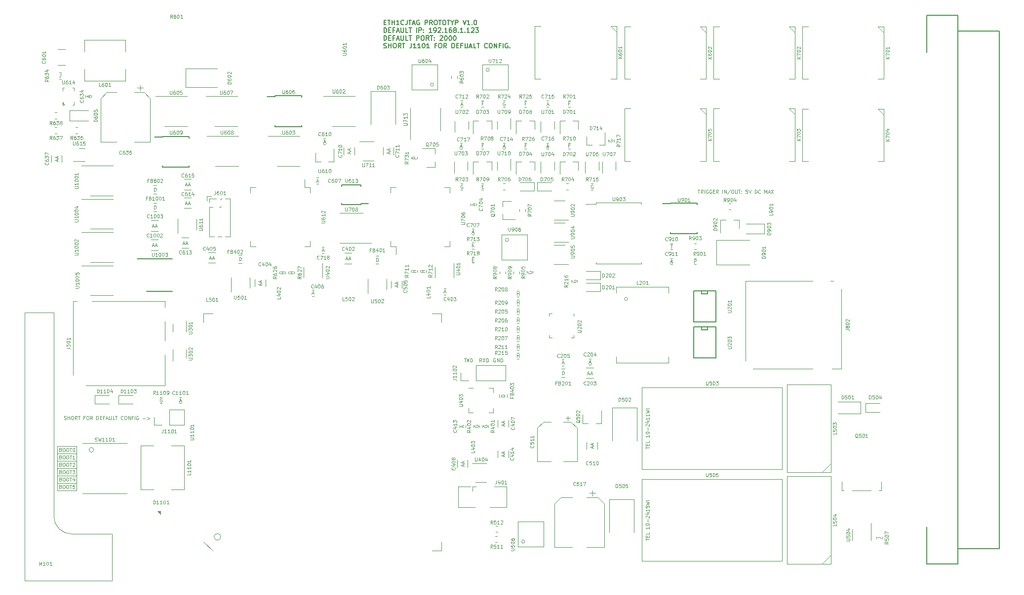
<source format=gbr>
G04 #@! TF.GenerationSoftware,KiCad,Pcbnew,5.1.4*
G04 #@! TF.CreationDate,2019-08-28T20:29:57+02:00*
G04 #@! TF.ProjectId,ETH1CJTAG,45544831-434a-4544-9147-2e6b69636164,rev?*
G04 #@! TF.SameCoordinates,Original*
G04 #@! TF.FileFunction,Legend,Top*
G04 #@! TF.FilePolarity,Positive*
%FSLAX46Y46*%
G04 Gerber Fmt 4.6, Leading zero omitted, Abs format (unit mm)*
G04 Created by KiCad (PCBNEW 5.1.4) date 2019-08-28 20:29:57*
%MOMM*%
%LPD*%
G04 APERTURE LIST*
%ADD10C,0.120000*%
%ADD11C,0.130000*%
%ADD12C,0.127000*%
%ADD13C,0.150000*%
G04 APERTURE END LIST*
D10*
X76962000Y-123190000D02*
X73660000Y-123190000D01*
X76962000Y-121920000D02*
X73660000Y-121920000D01*
X73660000Y-120650000D02*
X76962000Y-120650000D01*
X76962000Y-119380000D02*
X73660000Y-119380000D01*
X73660000Y-118110000D02*
X76962000Y-118110000D01*
X73660000Y-124460000D02*
X73660000Y-116840000D01*
X76962000Y-124460000D02*
X73660000Y-124460000D01*
X76962000Y-116840000D02*
X76962000Y-124460000D01*
X73660000Y-116840000D02*
X76962000Y-116840000D01*
X74211000Y-123782142D02*
X74296714Y-123810714D01*
X74325285Y-123839285D01*
X74353857Y-123896428D01*
X74353857Y-123982142D01*
X74325285Y-124039285D01*
X74296714Y-124067857D01*
X74239571Y-124096428D01*
X74011000Y-124096428D01*
X74011000Y-123496428D01*
X74211000Y-123496428D01*
X74268142Y-123525000D01*
X74296714Y-123553571D01*
X74325285Y-123610714D01*
X74325285Y-123667857D01*
X74296714Y-123725000D01*
X74268142Y-123753571D01*
X74211000Y-123782142D01*
X74011000Y-123782142D01*
X74725285Y-123496428D02*
X74839571Y-123496428D01*
X74896714Y-123525000D01*
X74953857Y-123582142D01*
X74982428Y-123696428D01*
X74982428Y-123896428D01*
X74953857Y-124010714D01*
X74896714Y-124067857D01*
X74839571Y-124096428D01*
X74725285Y-124096428D01*
X74668142Y-124067857D01*
X74611000Y-124010714D01*
X74582428Y-123896428D01*
X74582428Y-123696428D01*
X74611000Y-123582142D01*
X74668142Y-123525000D01*
X74725285Y-123496428D01*
X75353857Y-123496428D02*
X75468142Y-123496428D01*
X75525285Y-123525000D01*
X75582428Y-123582142D01*
X75611000Y-123696428D01*
X75611000Y-123896428D01*
X75582428Y-124010714D01*
X75525285Y-124067857D01*
X75468142Y-124096428D01*
X75353857Y-124096428D01*
X75296714Y-124067857D01*
X75239571Y-124010714D01*
X75211000Y-123896428D01*
X75211000Y-123696428D01*
X75239571Y-123582142D01*
X75296714Y-123525000D01*
X75353857Y-123496428D01*
X75782428Y-123496428D02*
X76125285Y-123496428D01*
X75953857Y-124096428D02*
X75953857Y-123496428D01*
X76611000Y-123496428D02*
X76325285Y-123496428D01*
X76296714Y-123782142D01*
X76325285Y-123753571D01*
X76382428Y-123725000D01*
X76525285Y-123725000D01*
X76582428Y-123753571D01*
X76611000Y-123782142D01*
X76639571Y-123839285D01*
X76639571Y-123982142D01*
X76611000Y-124039285D01*
X76582428Y-124067857D01*
X76525285Y-124096428D01*
X76382428Y-124096428D01*
X76325285Y-124067857D01*
X76296714Y-124039285D01*
X74211000Y-122512142D02*
X74296714Y-122540714D01*
X74325285Y-122569285D01*
X74353857Y-122626428D01*
X74353857Y-122712142D01*
X74325285Y-122769285D01*
X74296714Y-122797857D01*
X74239571Y-122826428D01*
X74011000Y-122826428D01*
X74011000Y-122226428D01*
X74211000Y-122226428D01*
X74268142Y-122255000D01*
X74296714Y-122283571D01*
X74325285Y-122340714D01*
X74325285Y-122397857D01*
X74296714Y-122455000D01*
X74268142Y-122483571D01*
X74211000Y-122512142D01*
X74011000Y-122512142D01*
X74725285Y-122226428D02*
X74839571Y-122226428D01*
X74896714Y-122255000D01*
X74953857Y-122312142D01*
X74982428Y-122426428D01*
X74982428Y-122626428D01*
X74953857Y-122740714D01*
X74896714Y-122797857D01*
X74839571Y-122826428D01*
X74725285Y-122826428D01*
X74668142Y-122797857D01*
X74611000Y-122740714D01*
X74582428Y-122626428D01*
X74582428Y-122426428D01*
X74611000Y-122312142D01*
X74668142Y-122255000D01*
X74725285Y-122226428D01*
X75353857Y-122226428D02*
X75468142Y-122226428D01*
X75525285Y-122255000D01*
X75582428Y-122312142D01*
X75611000Y-122426428D01*
X75611000Y-122626428D01*
X75582428Y-122740714D01*
X75525285Y-122797857D01*
X75468142Y-122826428D01*
X75353857Y-122826428D01*
X75296714Y-122797857D01*
X75239571Y-122740714D01*
X75211000Y-122626428D01*
X75211000Y-122426428D01*
X75239571Y-122312142D01*
X75296714Y-122255000D01*
X75353857Y-122226428D01*
X75782428Y-122226428D02*
X76125285Y-122226428D01*
X75953857Y-122826428D02*
X75953857Y-122226428D01*
X76582428Y-122426428D02*
X76582428Y-122826428D01*
X76439571Y-122197857D02*
X76296714Y-122626428D01*
X76668142Y-122626428D01*
X74211000Y-121242142D02*
X74296714Y-121270714D01*
X74325285Y-121299285D01*
X74353857Y-121356428D01*
X74353857Y-121442142D01*
X74325285Y-121499285D01*
X74296714Y-121527857D01*
X74239571Y-121556428D01*
X74011000Y-121556428D01*
X74011000Y-120956428D01*
X74211000Y-120956428D01*
X74268142Y-120985000D01*
X74296714Y-121013571D01*
X74325285Y-121070714D01*
X74325285Y-121127857D01*
X74296714Y-121185000D01*
X74268142Y-121213571D01*
X74211000Y-121242142D01*
X74011000Y-121242142D01*
X74725285Y-120956428D02*
X74839571Y-120956428D01*
X74896714Y-120985000D01*
X74953857Y-121042142D01*
X74982428Y-121156428D01*
X74982428Y-121356428D01*
X74953857Y-121470714D01*
X74896714Y-121527857D01*
X74839571Y-121556428D01*
X74725285Y-121556428D01*
X74668142Y-121527857D01*
X74611000Y-121470714D01*
X74582428Y-121356428D01*
X74582428Y-121156428D01*
X74611000Y-121042142D01*
X74668142Y-120985000D01*
X74725285Y-120956428D01*
X75353857Y-120956428D02*
X75468142Y-120956428D01*
X75525285Y-120985000D01*
X75582428Y-121042142D01*
X75611000Y-121156428D01*
X75611000Y-121356428D01*
X75582428Y-121470714D01*
X75525285Y-121527857D01*
X75468142Y-121556428D01*
X75353857Y-121556428D01*
X75296714Y-121527857D01*
X75239571Y-121470714D01*
X75211000Y-121356428D01*
X75211000Y-121156428D01*
X75239571Y-121042142D01*
X75296714Y-120985000D01*
X75353857Y-120956428D01*
X75782428Y-120956428D02*
X76125285Y-120956428D01*
X75953857Y-121556428D02*
X75953857Y-120956428D01*
X76268142Y-120956428D02*
X76639571Y-120956428D01*
X76439571Y-121185000D01*
X76525285Y-121185000D01*
X76582428Y-121213571D01*
X76611000Y-121242142D01*
X76639571Y-121299285D01*
X76639571Y-121442142D01*
X76611000Y-121499285D01*
X76582428Y-121527857D01*
X76525285Y-121556428D01*
X76353857Y-121556428D01*
X76296714Y-121527857D01*
X76268142Y-121499285D01*
X74211000Y-119972142D02*
X74296714Y-120000714D01*
X74325285Y-120029285D01*
X74353857Y-120086428D01*
X74353857Y-120172142D01*
X74325285Y-120229285D01*
X74296714Y-120257857D01*
X74239571Y-120286428D01*
X74011000Y-120286428D01*
X74011000Y-119686428D01*
X74211000Y-119686428D01*
X74268142Y-119715000D01*
X74296714Y-119743571D01*
X74325285Y-119800714D01*
X74325285Y-119857857D01*
X74296714Y-119915000D01*
X74268142Y-119943571D01*
X74211000Y-119972142D01*
X74011000Y-119972142D01*
X74725285Y-119686428D02*
X74839571Y-119686428D01*
X74896714Y-119715000D01*
X74953857Y-119772142D01*
X74982428Y-119886428D01*
X74982428Y-120086428D01*
X74953857Y-120200714D01*
X74896714Y-120257857D01*
X74839571Y-120286428D01*
X74725285Y-120286428D01*
X74668142Y-120257857D01*
X74611000Y-120200714D01*
X74582428Y-120086428D01*
X74582428Y-119886428D01*
X74611000Y-119772142D01*
X74668142Y-119715000D01*
X74725285Y-119686428D01*
X75353857Y-119686428D02*
X75468142Y-119686428D01*
X75525285Y-119715000D01*
X75582428Y-119772142D01*
X75611000Y-119886428D01*
X75611000Y-120086428D01*
X75582428Y-120200714D01*
X75525285Y-120257857D01*
X75468142Y-120286428D01*
X75353857Y-120286428D01*
X75296714Y-120257857D01*
X75239571Y-120200714D01*
X75211000Y-120086428D01*
X75211000Y-119886428D01*
X75239571Y-119772142D01*
X75296714Y-119715000D01*
X75353857Y-119686428D01*
X75782428Y-119686428D02*
X76125285Y-119686428D01*
X75953857Y-120286428D02*
X75953857Y-119686428D01*
X76296714Y-119743571D02*
X76325285Y-119715000D01*
X76382428Y-119686428D01*
X76525285Y-119686428D01*
X76582428Y-119715000D01*
X76611000Y-119743571D01*
X76639571Y-119800714D01*
X76639571Y-119857857D01*
X76611000Y-119943571D01*
X76268142Y-120286428D01*
X76639571Y-120286428D01*
X74211000Y-118702142D02*
X74296714Y-118730714D01*
X74325285Y-118759285D01*
X74353857Y-118816428D01*
X74353857Y-118902142D01*
X74325285Y-118959285D01*
X74296714Y-118987857D01*
X74239571Y-119016428D01*
X74011000Y-119016428D01*
X74011000Y-118416428D01*
X74211000Y-118416428D01*
X74268142Y-118445000D01*
X74296714Y-118473571D01*
X74325285Y-118530714D01*
X74325285Y-118587857D01*
X74296714Y-118645000D01*
X74268142Y-118673571D01*
X74211000Y-118702142D01*
X74011000Y-118702142D01*
X74725285Y-118416428D02*
X74839571Y-118416428D01*
X74896714Y-118445000D01*
X74953857Y-118502142D01*
X74982428Y-118616428D01*
X74982428Y-118816428D01*
X74953857Y-118930714D01*
X74896714Y-118987857D01*
X74839571Y-119016428D01*
X74725285Y-119016428D01*
X74668142Y-118987857D01*
X74611000Y-118930714D01*
X74582428Y-118816428D01*
X74582428Y-118616428D01*
X74611000Y-118502142D01*
X74668142Y-118445000D01*
X74725285Y-118416428D01*
X75353857Y-118416428D02*
X75468142Y-118416428D01*
X75525285Y-118445000D01*
X75582428Y-118502142D01*
X75611000Y-118616428D01*
X75611000Y-118816428D01*
X75582428Y-118930714D01*
X75525285Y-118987857D01*
X75468142Y-119016428D01*
X75353857Y-119016428D01*
X75296714Y-118987857D01*
X75239571Y-118930714D01*
X75211000Y-118816428D01*
X75211000Y-118616428D01*
X75239571Y-118502142D01*
X75296714Y-118445000D01*
X75353857Y-118416428D01*
X75782428Y-118416428D02*
X76125285Y-118416428D01*
X75953857Y-119016428D02*
X75953857Y-118416428D01*
X76639571Y-119016428D02*
X76296714Y-119016428D01*
X76468142Y-119016428D02*
X76468142Y-118416428D01*
X76411000Y-118502142D01*
X76353857Y-118559285D01*
X76296714Y-118587857D01*
X74211000Y-117432142D02*
X74296714Y-117460714D01*
X74325285Y-117489285D01*
X74353857Y-117546428D01*
X74353857Y-117632142D01*
X74325285Y-117689285D01*
X74296714Y-117717857D01*
X74239571Y-117746428D01*
X74011000Y-117746428D01*
X74011000Y-117146428D01*
X74211000Y-117146428D01*
X74268142Y-117175000D01*
X74296714Y-117203571D01*
X74325285Y-117260714D01*
X74325285Y-117317857D01*
X74296714Y-117375000D01*
X74268142Y-117403571D01*
X74211000Y-117432142D01*
X74011000Y-117432142D01*
X74725285Y-117146428D02*
X74839571Y-117146428D01*
X74896714Y-117175000D01*
X74953857Y-117232142D01*
X74982428Y-117346428D01*
X74982428Y-117546428D01*
X74953857Y-117660714D01*
X74896714Y-117717857D01*
X74839571Y-117746428D01*
X74725285Y-117746428D01*
X74668142Y-117717857D01*
X74611000Y-117660714D01*
X74582428Y-117546428D01*
X74582428Y-117346428D01*
X74611000Y-117232142D01*
X74668142Y-117175000D01*
X74725285Y-117146428D01*
X75353857Y-117146428D02*
X75468142Y-117146428D01*
X75525285Y-117175000D01*
X75582428Y-117232142D01*
X75611000Y-117346428D01*
X75611000Y-117546428D01*
X75582428Y-117660714D01*
X75525285Y-117717857D01*
X75468142Y-117746428D01*
X75353857Y-117746428D01*
X75296714Y-117717857D01*
X75239571Y-117660714D01*
X75211000Y-117546428D01*
X75211000Y-117346428D01*
X75239571Y-117232142D01*
X75296714Y-117175000D01*
X75353857Y-117146428D01*
X75782428Y-117146428D02*
X76125285Y-117146428D01*
X75953857Y-117746428D02*
X75953857Y-117146428D01*
X76439571Y-117146428D02*
X76496714Y-117146428D01*
X76553857Y-117175000D01*
X76582428Y-117203571D01*
X76611000Y-117260714D01*
X76639571Y-117375000D01*
X76639571Y-117517857D01*
X76611000Y-117632142D01*
X76582428Y-117689285D01*
X76553857Y-117717857D01*
X76496714Y-117746428D01*
X76439571Y-117746428D01*
X76382428Y-117717857D01*
X76353857Y-117689285D01*
X76325285Y-117632142D01*
X76296714Y-117517857D01*
X76296714Y-117375000D01*
X76325285Y-117260714D01*
X76353857Y-117203571D01*
X76382428Y-117175000D01*
X76439571Y-117146428D01*
X183492000Y-72823428D02*
X183834857Y-72823428D01*
X183663428Y-73423428D02*
X183663428Y-72823428D01*
X184377714Y-73423428D02*
X184177714Y-73137714D01*
X184034857Y-73423428D02*
X184034857Y-72823428D01*
X184263428Y-72823428D01*
X184320571Y-72852000D01*
X184349142Y-72880571D01*
X184377714Y-72937714D01*
X184377714Y-73023428D01*
X184349142Y-73080571D01*
X184320571Y-73109142D01*
X184263428Y-73137714D01*
X184034857Y-73137714D01*
X184634857Y-73423428D02*
X184634857Y-72823428D01*
X185234857Y-72852000D02*
X185177714Y-72823428D01*
X185092000Y-72823428D01*
X185006285Y-72852000D01*
X184949142Y-72909142D01*
X184920571Y-72966285D01*
X184892000Y-73080571D01*
X184892000Y-73166285D01*
X184920571Y-73280571D01*
X184949142Y-73337714D01*
X185006285Y-73394857D01*
X185092000Y-73423428D01*
X185149142Y-73423428D01*
X185234857Y-73394857D01*
X185263428Y-73366285D01*
X185263428Y-73166285D01*
X185149142Y-73166285D01*
X185834857Y-72852000D02*
X185777714Y-72823428D01*
X185692000Y-72823428D01*
X185606285Y-72852000D01*
X185549142Y-72909142D01*
X185520571Y-72966285D01*
X185492000Y-73080571D01*
X185492000Y-73166285D01*
X185520571Y-73280571D01*
X185549142Y-73337714D01*
X185606285Y-73394857D01*
X185692000Y-73423428D01*
X185749142Y-73423428D01*
X185834857Y-73394857D01*
X185863428Y-73366285D01*
X185863428Y-73166285D01*
X185749142Y-73166285D01*
X186120571Y-73109142D02*
X186320571Y-73109142D01*
X186406285Y-73423428D02*
X186120571Y-73423428D01*
X186120571Y-72823428D01*
X186406285Y-72823428D01*
X187006285Y-73423428D02*
X186806285Y-73137714D01*
X186663428Y-73423428D02*
X186663428Y-72823428D01*
X186892000Y-72823428D01*
X186949142Y-72852000D01*
X186977714Y-72880571D01*
X187006285Y-72937714D01*
X187006285Y-73023428D01*
X186977714Y-73080571D01*
X186949142Y-73109142D01*
X186892000Y-73137714D01*
X186663428Y-73137714D01*
X187720571Y-73423428D02*
X187720571Y-72823428D01*
X188006285Y-73423428D02*
X188006285Y-72823428D01*
X188349142Y-73423428D01*
X188349142Y-72823428D01*
X189063428Y-72794857D02*
X188549142Y-73566285D01*
X189377714Y-72823428D02*
X189492000Y-72823428D01*
X189549142Y-72852000D01*
X189606285Y-72909142D01*
X189634857Y-73023428D01*
X189634857Y-73223428D01*
X189606285Y-73337714D01*
X189549142Y-73394857D01*
X189492000Y-73423428D01*
X189377714Y-73423428D01*
X189320571Y-73394857D01*
X189263428Y-73337714D01*
X189234857Y-73223428D01*
X189234857Y-73023428D01*
X189263428Y-72909142D01*
X189320571Y-72852000D01*
X189377714Y-72823428D01*
X189892000Y-72823428D02*
X189892000Y-73309142D01*
X189920571Y-73366285D01*
X189949142Y-73394857D01*
X190006285Y-73423428D01*
X190120571Y-73423428D01*
X190177714Y-73394857D01*
X190206285Y-73366285D01*
X190234857Y-73309142D01*
X190234857Y-72823428D01*
X190434857Y-72823428D02*
X190777714Y-72823428D01*
X190606285Y-73423428D02*
X190606285Y-72823428D01*
X190977714Y-73366285D02*
X191006285Y-73394857D01*
X190977714Y-73423428D01*
X190949142Y-73394857D01*
X190977714Y-73366285D01*
X190977714Y-73423428D01*
X190977714Y-73052000D02*
X191006285Y-73080571D01*
X190977714Y-73109142D01*
X190949142Y-73080571D01*
X190977714Y-73052000D01*
X190977714Y-73109142D01*
X192006285Y-72823428D02*
X191720571Y-72823428D01*
X191692000Y-73109142D01*
X191720571Y-73080571D01*
X191777714Y-73052000D01*
X191920571Y-73052000D01*
X191977714Y-73080571D01*
X192006285Y-73109142D01*
X192034857Y-73166285D01*
X192034857Y-73309142D01*
X192006285Y-73366285D01*
X191977714Y-73394857D01*
X191920571Y-73423428D01*
X191777714Y-73423428D01*
X191720571Y-73394857D01*
X191692000Y-73366285D01*
X192206285Y-72823428D02*
X192406285Y-73423428D01*
X192606285Y-72823428D01*
X193263428Y-73423428D02*
X193263428Y-72823428D01*
X193406285Y-72823428D01*
X193492000Y-72852000D01*
X193549142Y-72909142D01*
X193577714Y-72966285D01*
X193606285Y-73080571D01*
X193606285Y-73166285D01*
X193577714Y-73280571D01*
X193549142Y-73337714D01*
X193492000Y-73394857D01*
X193406285Y-73423428D01*
X193263428Y-73423428D01*
X194206285Y-73366285D02*
X194177714Y-73394857D01*
X194092000Y-73423428D01*
X194034857Y-73423428D01*
X193949142Y-73394857D01*
X193892000Y-73337714D01*
X193863428Y-73280571D01*
X193834857Y-73166285D01*
X193834857Y-73080571D01*
X193863428Y-72966285D01*
X193892000Y-72909142D01*
X193949142Y-72852000D01*
X194034857Y-72823428D01*
X194092000Y-72823428D01*
X194177714Y-72852000D01*
X194206285Y-72880571D01*
X194920571Y-73423428D02*
X194920571Y-72823428D01*
X195120571Y-73252000D01*
X195320571Y-72823428D01*
X195320571Y-73423428D01*
X195577714Y-73252000D02*
X195863428Y-73252000D01*
X195520571Y-73423428D02*
X195720571Y-72823428D01*
X195920571Y-73423428D01*
X196063428Y-72823428D02*
X196463428Y-73423428D01*
X196463428Y-72823428D02*
X196063428Y-73423428D01*
X74811857Y-112256857D02*
X74897571Y-112285428D01*
X75040428Y-112285428D01*
X75097571Y-112256857D01*
X75126142Y-112228285D01*
X75154714Y-112171142D01*
X75154714Y-112114000D01*
X75126142Y-112056857D01*
X75097571Y-112028285D01*
X75040428Y-111999714D01*
X74926142Y-111971142D01*
X74869000Y-111942571D01*
X74840428Y-111914000D01*
X74811857Y-111856857D01*
X74811857Y-111799714D01*
X74840428Y-111742571D01*
X74869000Y-111714000D01*
X74926142Y-111685428D01*
X75069000Y-111685428D01*
X75154714Y-111714000D01*
X75411857Y-112285428D02*
X75411857Y-111685428D01*
X75411857Y-111971142D02*
X75754714Y-111971142D01*
X75754714Y-112285428D02*
X75754714Y-111685428D01*
X76154714Y-111685428D02*
X76269000Y-111685428D01*
X76326142Y-111714000D01*
X76383285Y-111771142D01*
X76411857Y-111885428D01*
X76411857Y-112085428D01*
X76383285Y-112199714D01*
X76326142Y-112256857D01*
X76269000Y-112285428D01*
X76154714Y-112285428D01*
X76097571Y-112256857D01*
X76040428Y-112199714D01*
X76011857Y-112085428D01*
X76011857Y-111885428D01*
X76040428Y-111771142D01*
X76097571Y-111714000D01*
X76154714Y-111685428D01*
X77011857Y-112285428D02*
X76811857Y-111999714D01*
X76669000Y-112285428D02*
X76669000Y-111685428D01*
X76897571Y-111685428D01*
X76954714Y-111714000D01*
X76983285Y-111742571D01*
X77011857Y-111799714D01*
X77011857Y-111885428D01*
X76983285Y-111942571D01*
X76954714Y-111971142D01*
X76897571Y-111999714D01*
X76669000Y-111999714D01*
X77183285Y-111685428D02*
X77526142Y-111685428D01*
X77354714Y-112285428D02*
X77354714Y-111685428D01*
X78383285Y-111971142D02*
X78183285Y-111971142D01*
X78183285Y-112285428D02*
X78183285Y-111685428D01*
X78469000Y-111685428D01*
X78811857Y-111685428D02*
X78926142Y-111685428D01*
X78983285Y-111714000D01*
X79040428Y-111771142D01*
X79069000Y-111885428D01*
X79069000Y-112085428D01*
X79040428Y-112199714D01*
X78983285Y-112256857D01*
X78926142Y-112285428D01*
X78811857Y-112285428D01*
X78754714Y-112256857D01*
X78697571Y-112199714D01*
X78669000Y-112085428D01*
X78669000Y-111885428D01*
X78697571Y-111771142D01*
X78754714Y-111714000D01*
X78811857Y-111685428D01*
X79669000Y-112285428D02*
X79469000Y-111999714D01*
X79326142Y-112285428D02*
X79326142Y-111685428D01*
X79554714Y-111685428D01*
X79611857Y-111714000D01*
X79640428Y-111742571D01*
X79669000Y-111799714D01*
X79669000Y-111885428D01*
X79640428Y-111942571D01*
X79611857Y-111971142D01*
X79554714Y-111999714D01*
X79326142Y-111999714D01*
X80383285Y-112285428D02*
X80383285Y-111685428D01*
X80526142Y-111685428D01*
X80611857Y-111714000D01*
X80669000Y-111771142D01*
X80697571Y-111828285D01*
X80726142Y-111942571D01*
X80726142Y-112028285D01*
X80697571Y-112142571D01*
X80669000Y-112199714D01*
X80611857Y-112256857D01*
X80526142Y-112285428D01*
X80383285Y-112285428D01*
X80983285Y-111971142D02*
X81183285Y-111971142D01*
X81269000Y-112285428D02*
X80983285Y-112285428D01*
X80983285Y-111685428D01*
X81269000Y-111685428D01*
X81726142Y-111971142D02*
X81526142Y-111971142D01*
X81526142Y-112285428D02*
X81526142Y-111685428D01*
X81811857Y-111685428D01*
X82011857Y-112114000D02*
X82297571Y-112114000D01*
X81954714Y-112285428D02*
X82154714Y-111685428D01*
X82354714Y-112285428D01*
X82554714Y-111685428D02*
X82554714Y-112171142D01*
X82583285Y-112228285D01*
X82611857Y-112256857D01*
X82669000Y-112285428D01*
X82783285Y-112285428D01*
X82840428Y-112256857D01*
X82869000Y-112228285D01*
X82897571Y-112171142D01*
X82897571Y-111685428D01*
X83469000Y-112285428D02*
X83183285Y-112285428D01*
X83183285Y-111685428D01*
X83583285Y-111685428D02*
X83926142Y-111685428D01*
X83754714Y-112285428D02*
X83754714Y-111685428D01*
X84926142Y-112228285D02*
X84897571Y-112256857D01*
X84811857Y-112285428D01*
X84754714Y-112285428D01*
X84669000Y-112256857D01*
X84611857Y-112199714D01*
X84583285Y-112142571D01*
X84554714Y-112028285D01*
X84554714Y-111942571D01*
X84583285Y-111828285D01*
X84611857Y-111771142D01*
X84669000Y-111714000D01*
X84754714Y-111685428D01*
X84811857Y-111685428D01*
X84897571Y-111714000D01*
X84926142Y-111742571D01*
X85297571Y-111685428D02*
X85411857Y-111685428D01*
X85469000Y-111714000D01*
X85526142Y-111771142D01*
X85554714Y-111885428D01*
X85554714Y-112085428D01*
X85526142Y-112199714D01*
X85469000Y-112256857D01*
X85411857Y-112285428D01*
X85297571Y-112285428D01*
X85240428Y-112256857D01*
X85183285Y-112199714D01*
X85154714Y-112085428D01*
X85154714Y-111885428D01*
X85183285Y-111771142D01*
X85240428Y-111714000D01*
X85297571Y-111685428D01*
X85811857Y-112285428D02*
X85811857Y-111685428D01*
X86154714Y-112285428D01*
X86154714Y-111685428D01*
X86640428Y-111971142D02*
X86440428Y-111971142D01*
X86440428Y-112285428D02*
X86440428Y-111685428D01*
X86726142Y-111685428D01*
X86954714Y-112285428D02*
X86954714Y-111685428D01*
X87554714Y-111714000D02*
X87497571Y-111685428D01*
X87411857Y-111685428D01*
X87326142Y-111714000D01*
X87269000Y-111771142D01*
X87240428Y-111828285D01*
X87211857Y-111942571D01*
X87211857Y-112028285D01*
X87240428Y-112142571D01*
X87269000Y-112199714D01*
X87326142Y-112256857D01*
X87411857Y-112285428D01*
X87469000Y-112285428D01*
X87554714Y-112256857D01*
X87583285Y-112228285D01*
X87583285Y-112028285D01*
X87469000Y-112028285D01*
X88297571Y-112056857D02*
X88754714Y-112056857D01*
X89040428Y-111885428D02*
X89497571Y-112056857D01*
X89040428Y-112228285D01*
X148767857Y-101808000D02*
X148710714Y-101779428D01*
X148625000Y-101779428D01*
X148539285Y-101808000D01*
X148482142Y-101865142D01*
X148453571Y-101922285D01*
X148425000Y-102036571D01*
X148425000Y-102122285D01*
X148453571Y-102236571D01*
X148482142Y-102293714D01*
X148539285Y-102350857D01*
X148625000Y-102379428D01*
X148682142Y-102379428D01*
X148767857Y-102350857D01*
X148796428Y-102322285D01*
X148796428Y-102122285D01*
X148682142Y-102122285D01*
X149053571Y-102379428D02*
X149053571Y-101779428D01*
X149396428Y-102379428D01*
X149396428Y-101779428D01*
X149682142Y-102379428D02*
X149682142Y-101779428D01*
X149825000Y-101779428D01*
X149910714Y-101808000D01*
X149967857Y-101865142D01*
X149996428Y-101922285D01*
X150025000Y-102036571D01*
X150025000Y-102122285D01*
X149996428Y-102236571D01*
X149967857Y-102293714D01*
X149910714Y-102350857D01*
X149825000Y-102379428D01*
X149682142Y-102379428D01*
X146412000Y-102379428D02*
X146212000Y-102093714D01*
X146069142Y-102379428D02*
X146069142Y-101779428D01*
X146297714Y-101779428D01*
X146354857Y-101808000D01*
X146383428Y-101836571D01*
X146412000Y-101893714D01*
X146412000Y-101979428D01*
X146383428Y-102036571D01*
X146354857Y-102065142D01*
X146297714Y-102093714D01*
X146069142Y-102093714D01*
X146612000Y-101779428D02*
X147012000Y-102379428D01*
X147012000Y-101779428D02*
X146612000Y-102379428D01*
X147240571Y-102379428D02*
X147240571Y-101779428D01*
X147383428Y-101779428D01*
X147469142Y-101808000D01*
X147526285Y-101865142D01*
X147554857Y-101922285D01*
X147583428Y-102036571D01*
X147583428Y-102122285D01*
X147554857Y-102236571D01*
X147526285Y-102293714D01*
X147469142Y-102350857D01*
X147383428Y-102379428D01*
X147240571Y-102379428D01*
X143387857Y-101779428D02*
X143730714Y-101779428D01*
X143559285Y-102379428D02*
X143559285Y-101779428D01*
X143873571Y-101779428D02*
X144273571Y-102379428D01*
X144273571Y-101779428D02*
X143873571Y-102379428D01*
X144502142Y-102379428D02*
X144502142Y-101779428D01*
X144645000Y-101779428D01*
X144730714Y-101808000D01*
X144787857Y-101865142D01*
X144816428Y-101922285D01*
X144845000Y-102036571D01*
X144845000Y-102122285D01*
X144816428Y-102236571D01*
X144787857Y-102293714D01*
X144730714Y-102350857D01*
X144645000Y-102379428D01*
X144502142Y-102379428D01*
X99314000Y-73914000D02*
X100076000Y-73914000D01*
X99314000Y-74676000D02*
X99314000Y-73914000D01*
D11*
X129687976Y-44048857D02*
X129954642Y-44048857D01*
X130068928Y-44467904D02*
X129687976Y-44467904D01*
X129687976Y-43667904D01*
X130068928Y-43667904D01*
X130297500Y-43667904D02*
X130754642Y-43667904D01*
X130526071Y-44467904D02*
X130526071Y-43667904D01*
X131021309Y-44467904D02*
X131021309Y-43667904D01*
X131021309Y-44048857D02*
X131478452Y-44048857D01*
X131478452Y-44467904D02*
X131478452Y-43667904D01*
X132278452Y-44467904D02*
X131821309Y-44467904D01*
X132049880Y-44467904D02*
X132049880Y-43667904D01*
X131973690Y-43782190D01*
X131897500Y-43858380D01*
X131821309Y-43896476D01*
X133078452Y-44391714D02*
X133040357Y-44429809D01*
X132926071Y-44467904D01*
X132849880Y-44467904D01*
X132735595Y-44429809D01*
X132659404Y-44353619D01*
X132621309Y-44277428D01*
X132583214Y-44125047D01*
X132583214Y-44010761D01*
X132621309Y-43858380D01*
X132659404Y-43782190D01*
X132735595Y-43706000D01*
X132849880Y-43667904D01*
X132926071Y-43667904D01*
X133040357Y-43706000D01*
X133078452Y-43744095D01*
X133649880Y-43667904D02*
X133649880Y-44239333D01*
X133611785Y-44353619D01*
X133535595Y-44429809D01*
X133421309Y-44467904D01*
X133345119Y-44467904D01*
X133916547Y-43667904D02*
X134373690Y-43667904D01*
X134145119Y-44467904D02*
X134145119Y-43667904D01*
X134602261Y-44239333D02*
X134983214Y-44239333D01*
X134526071Y-44467904D02*
X134792738Y-43667904D01*
X135059404Y-44467904D01*
X135745119Y-43706000D02*
X135668928Y-43667904D01*
X135554642Y-43667904D01*
X135440357Y-43706000D01*
X135364166Y-43782190D01*
X135326071Y-43858380D01*
X135287976Y-44010761D01*
X135287976Y-44125047D01*
X135326071Y-44277428D01*
X135364166Y-44353619D01*
X135440357Y-44429809D01*
X135554642Y-44467904D01*
X135630833Y-44467904D01*
X135745119Y-44429809D01*
X135783214Y-44391714D01*
X135783214Y-44125047D01*
X135630833Y-44125047D01*
X136735595Y-44467904D02*
X136735595Y-43667904D01*
X137040357Y-43667904D01*
X137116547Y-43706000D01*
X137154642Y-43744095D01*
X137192738Y-43820285D01*
X137192738Y-43934571D01*
X137154642Y-44010761D01*
X137116547Y-44048857D01*
X137040357Y-44086952D01*
X136735595Y-44086952D01*
X137992738Y-44467904D02*
X137726071Y-44086952D01*
X137535595Y-44467904D02*
X137535595Y-43667904D01*
X137840357Y-43667904D01*
X137916547Y-43706000D01*
X137954642Y-43744095D01*
X137992738Y-43820285D01*
X137992738Y-43934571D01*
X137954642Y-44010761D01*
X137916547Y-44048857D01*
X137840357Y-44086952D01*
X137535595Y-44086952D01*
X138487976Y-43667904D02*
X138640357Y-43667904D01*
X138716547Y-43706000D01*
X138792738Y-43782190D01*
X138830833Y-43934571D01*
X138830833Y-44201238D01*
X138792738Y-44353619D01*
X138716547Y-44429809D01*
X138640357Y-44467904D01*
X138487976Y-44467904D01*
X138411785Y-44429809D01*
X138335595Y-44353619D01*
X138297500Y-44201238D01*
X138297500Y-43934571D01*
X138335595Y-43782190D01*
X138411785Y-43706000D01*
X138487976Y-43667904D01*
X139059404Y-43667904D02*
X139516547Y-43667904D01*
X139287976Y-44467904D02*
X139287976Y-43667904D01*
X139935595Y-43667904D02*
X140087976Y-43667904D01*
X140164166Y-43706000D01*
X140240357Y-43782190D01*
X140278452Y-43934571D01*
X140278452Y-44201238D01*
X140240357Y-44353619D01*
X140164166Y-44429809D01*
X140087976Y-44467904D01*
X139935595Y-44467904D01*
X139859404Y-44429809D01*
X139783214Y-44353619D01*
X139745119Y-44201238D01*
X139745119Y-43934571D01*
X139783214Y-43782190D01*
X139859404Y-43706000D01*
X139935595Y-43667904D01*
X140507023Y-43667904D02*
X140964166Y-43667904D01*
X140735595Y-44467904D02*
X140735595Y-43667904D01*
X141383214Y-44086952D02*
X141383214Y-44467904D01*
X141116547Y-43667904D02*
X141383214Y-44086952D01*
X141649880Y-43667904D01*
X141916547Y-44467904D02*
X141916547Y-43667904D01*
X142221309Y-43667904D01*
X142297500Y-43706000D01*
X142335595Y-43744095D01*
X142373690Y-43820285D01*
X142373690Y-43934571D01*
X142335595Y-44010761D01*
X142297500Y-44048857D01*
X142221309Y-44086952D01*
X141916547Y-44086952D01*
X143211785Y-43667904D02*
X143478452Y-44467904D01*
X143745119Y-43667904D01*
X144430833Y-44467904D02*
X143973690Y-44467904D01*
X144202261Y-44467904D02*
X144202261Y-43667904D01*
X144126071Y-43782190D01*
X144049880Y-43858380D01*
X143973690Y-43896476D01*
X144773690Y-44391714D02*
X144811785Y-44429809D01*
X144773690Y-44467904D01*
X144735595Y-44429809D01*
X144773690Y-44391714D01*
X144773690Y-44467904D01*
X145307023Y-43667904D02*
X145383214Y-43667904D01*
X145459404Y-43706000D01*
X145497500Y-43744095D01*
X145535595Y-43820285D01*
X145573690Y-43972666D01*
X145573690Y-44163142D01*
X145535595Y-44315523D01*
X145497500Y-44391714D01*
X145459404Y-44429809D01*
X145383214Y-44467904D01*
X145307023Y-44467904D01*
X145230833Y-44429809D01*
X145192738Y-44391714D01*
X145154642Y-44315523D01*
X145116547Y-44163142D01*
X145116547Y-43972666D01*
X145154642Y-43820285D01*
X145192738Y-43744095D01*
X145230833Y-43706000D01*
X145307023Y-43667904D01*
X129687976Y-45797904D02*
X129687976Y-44997904D01*
X129878452Y-44997904D01*
X129992738Y-45036000D01*
X130068928Y-45112190D01*
X130107023Y-45188380D01*
X130145119Y-45340761D01*
X130145119Y-45455047D01*
X130107023Y-45607428D01*
X130068928Y-45683619D01*
X129992738Y-45759809D01*
X129878452Y-45797904D01*
X129687976Y-45797904D01*
X130487976Y-45378857D02*
X130754642Y-45378857D01*
X130868928Y-45797904D02*
X130487976Y-45797904D01*
X130487976Y-44997904D01*
X130868928Y-44997904D01*
X131478452Y-45378857D02*
X131211785Y-45378857D01*
X131211785Y-45797904D02*
X131211785Y-44997904D01*
X131592738Y-44997904D01*
X131859404Y-45569333D02*
X132240357Y-45569333D01*
X131783214Y-45797904D02*
X132049880Y-44997904D01*
X132316547Y-45797904D01*
X132583214Y-44997904D02*
X132583214Y-45645523D01*
X132621309Y-45721714D01*
X132659404Y-45759809D01*
X132735595Y-45797904D01*
X132887976Y-45797904D01*
X132964166Y-45759809D01*
X133002261Y-45721714D01*
X133040357Y-45645523D01*
X133040357Y-44997904D01*
X133802261Y-45797904D02*
X133421309Y-45797904D01*
X133421309Y-44997904D01*
X133954642Y-44997904D02*
X134411785Y-44997904D01*
X134183214Y-45797904D02*
X134183214Y-44997904D01*
X135287976Y-45797904D02*
X135287976Y-44997904D01*
X135668928Y-45797904D02*
X135668928Y-44997904D01*
X135973690Y-44997904D01*
X136049880Y-45036000D01*
X136087976Y-45074095D01*
X136126071Y-45150285D01*
X136126071Y-45264571D01*
X136087976Y-45340761D01*
X136049880Y-45378857D01*
X135973690Y-45416952D01*
X135668928Y-45416952D01*
X136468928Y-45721714D02*
X136507023Y-45759809D01*
X136468928Y-45797904D01*
X136430833Y-45759809D01*
X136468928Y-45721714D01*
X136468928Y-45797904D01*
X136468928Y-45302666D02*
X136507023Y-45340761D01*
X136468928Y-45378857D01*
X136430833Y-45340761D01*
X136468928Y-45302666D01*
X136468928Y-45378857D01*
X137878452Y-45797904D02*
X137421309Y-45797904D01*
X137649880Y-45797904D02*
X137649880Y-44997904D01*
X137573690Y-45112190D01*
X137497500Y-45188380D01*
X137421309Y-45226476D01*
X138259404Y-45797904D02*
X138411785Y-45797904D01*
X138487976Y-45759809D01*
X138526071Y-45721714D01*
X138602261Y-45607428D01*
X138640357Y-45455047D01*
X138640357Y-45150285D01*
X138602261Y-45074095D01*
X138564166Y-45036000D01*
X138487976Y-44997904D01*
X138335595Y-44997904D01*
X138259404Y-45036000D01*
X138221309Y-45074095D01*
X138183214Y-45150285D01*
X138183214Y-45340761D01*
X138221309Y-45416952D01*
X138259404Y-45455047D01*
X138335595Y-45493142D01*
X138487976Y-45493142D01*
X138564166Y-45455047D01*
X138602261Y-45416952D01*
X138640357Y-45340761D01*
X138945119Y-45074095D02*
X138983214Y-45036000D01*
X139059404Y-44997904D01*
X139249880Y-44997904D01*
X139326071Y-45036000D01*
X139364166Y-45074095D01*
X139402261Y-45150285D01*
X139402261Y-45226476D01*
X139364166Y-45340761D01*
X138907023Y-45797904D01*
X139402261Y-45797904D01*
X139745119Y-45721714D02*
X139783214Y-45759809D01*
X139745119Y-45797904D01*
X139707023Y-45759809D01*
X139745119Y-45721714D01*
X139745119Y-45797904D01*
X140545119Y-45797904D02*
X140087976Y-45797904D01*
X140316547Y-45797904D02*
X140316547Y-44997904D01*
X140240357Y-45112190D01*
X140164166Y-45188380D01*
X140087976Y-45226476D01*
X141230833Y-44997904D02*
X141078452Y-44997904D01*
X141002261Y-45036000D01*
X140964166Y-45074095D01*
X140887976Y-45188380D01*
X140849880Y-45340761D01*
X140849880Y-45645523D01*
X140887976Y-45721714D01*
X140926071Y-45759809D01*
X141002261Y-45797904D01*
X141154642Y-45797904D01*
X141230833Y-45759809D01*
X141268928Y-45721714D01*
X141307023Y-45645523D01*
X141307023Y-45455047D01*
X141268928Y-45378857D01*
X141230833Y-45340761D01*
X141154642Y-45302666D01*
X141002261Y-45302666D01*
X140926071Y-45340761D01*
X140887976Y-45378857D01*
X140849880Y-45455047D01*
X141764166Y-45340761D02*
X141687976Y-45302666D01*
X141649880Y-45264571D01*
X141611785Y-45188380D01*
X141611785Y-45150285D01*
X141649880Y-45074095D01*
X141687976Y-45036000D01*
X141764166Y-44997904D01*
X141916547Y-44997904D01*
X141992738Y-45036000D01*
X142030833Y-45074095D01*
X142068928Y-45150285D01*
X142068928Y-45188380D01*
X142030833Y-45264571D01*
X141992738Y-45302666D01*
X141916547Y-45340761D01*
X141764166Y-45340761D01*
X141687976Y-45378857D01*
X141649880Y-45416952D01*
X141611785Y-45493142D01*
X141611785Y-45645523D01*
X141649880Y-45721714D01*
X141687976Y-45759809D01*
X141764166Y-45797904D01*
X141916547Y-45797904D01*
X141992738Y-45759809D01*
X142030833Y-45721714D01*
X142068928Y-45645523D01*
X142068928Y-45493142D01*
X142030833Y-45416952D01*
X141992738Y-45378857D01*
X141916547Y-45340761D01*
X142411785Y-45721714D02*
X142449880Y-45759809D01*
X142411785Y-45797904D01*
X142373690Y-45759809D01*
X142411785Y-45721714D01*
X142411785Y-45797904D01*
X143211785Y-45797904D02*
X142754642Y-45797904D01*
X142983214Y-45797904D02*
X142983214Y-44997904D01*
X142907023Y-45112190D01*
X142830833Y-45188380D01*
X142754642Y-45226476D01*
X143554642Y-45721714D02*
X143592738Y-45759809D01*
X143554642Y-45797904D01*
X143516547Y-45759809D01*
X143554642Y-45721714D01*
X143554642Y-45797904D01*
X144354642Y-45797904D02*
X143897500Y-45797904D01*
X144126071Y-45797904D02*
X144126071Y-44997904D01*
X144049880Y-45112190D01*
X143973690Y-45188380D01*
X143897500Y-45226476D01*
X144659404Y-45074095D02*
X144697500Y-45036000D01*
X144773690Y-44997904D01*
X144964166Y-44997904D01*
X145040357Y-45036000D01*
X145078452Y-45074095D01*
X145116547Y-45150285D01*
X145116547Y-45226476D01*
X145078452Y-45340761D01*
X144621309Y-45797904D01*
X145116547Y-45797904D01*
X145383214Y-44997904D02*
X145878452Y-44997904D01*
X145611785Y-45302666D01*
X145726071Y-45302666D01*
X145802261Y-45340761D01*
X145840357Y-45378857D01*
X145878452Y-45455047D01*
X145878452Y-45645523D01*
X145840357Y-45721714D01*
X145802261Y-45759809D01*
X145726071Y-45797904D01*
X145497500Y-45797904D01*
X145421309Y-45759809D01*
X145383214Y-45721714D01*
X129687976Y-47127904D02*
X129687976Y-46327904D01*
X129878452Y-46327904D01*
X129992738Y-46366000D01*
X130068928Y-46442190D01*
X130107023Y-46518380D01*
X130145119Y-46670761D01*
X130145119Y-46785047D01*
X130107023Y-46937428D01*
X130068928Y-47013619D01*
X129992738Y-47089809D01*
X129878452Y-47127904D01*
X129687976Y-47127904D01*
X130487976Y-46708857D02*
X130754642Y-46708857D01*
X130868928Y-47127904D02*
X130487976Y-47127904D01*
X130487976Y-46327904D01*
X130868928Y-46327904D01*
X131478452Y-46708857D02*
X131211785Y-46708857D01*
X131211785Y-47127904D02*
X131211785Y-46327904D01*
X131592738Y-46327904D01*
X131859404Y-46899333D02*
X132240357Y-46899333D01*
X131783214Y-47127904D02*
X132049880Y-46327904D01*
X132316547Y-47127904D01*
X132583214Y-46327904D02*
X132583214Y-46975523D01*
X132621309Y-47051714D01*
X132659404Y-47089809D01*
X132735595Y-47127904D01*
X132887976Y-47127904D01*
X132964166Y-47089809D01*
X133002261Y-47051714D01*
X133040357Y-46975523D01*
X133040357Y-46327904D01*
X133802261Y-47127904D02*
X133421309Y-47127904D01*
X133421309Y-46327904D01*
X133954642Y-46327904D02*
X134411785Y-46327904D01*
X134183214Y-47127904D02*
X134183214Y-46327904D01*
X135287976Y-47127904D02*
X135287976Y-46327904D01*
X135592738Y-46327904D01*
X135668928Y-46366000D01*
X135707023Y-46404095D01*
X135745119Y-46480285D01*
X135745119Y-46594571D01*
X135707023Y-46670761D01*
X135668928Y-46708857D01*
X135592738Y-46746952D01*
X135287976Y-46746952D01*
X136240357Y-46327904D02*
X136392738Y-46327904D01*
X136468928Y-46366000D01*
X136545119Y-46442190D01*
X136583214Y-46594571D01*
X136583214Y-46861238D01*
X136545119Y-47013619D01*
X136468928Y-47089809D01*
X136392738Y-47127904D01*
X136240357Y-47127904D01*
X136164166Y-47089809D01*
X136087976Y-47013619D01*
X136049880Y-46861238D01*
X136049880Y-46594571D01*
X136087976Y-46442190D01*
X136164166Y-46366000D01*
X136240357Y-46327904D01*
X137383214Y-47127904D02*
X137116547Y-46746952D01*
X136926071Y-47127904D02*
X136926071Y-46327904D01*
X137230833Y-46327904D01*
X137307023Y-46366000D01*
X137345119Y-46404095D01*
X137383214Y-46480285D01*
X137383214Y-46594571D01*
X137345119Y-46670761D01*
X137307023Y-46708857D01*
X137230833Y-46746952D01*
X136926071Y-46746952D01*
X137611785Y-46327904D02*
X138068928Y-46327904D01*
X137840357Y-47127904D02*
X137840357Y-46327904D01*
X138335595Y-47051714D02*
X138373690Y-47089809D01*
X138335595Y-47127904D01*
X138297500Y-47089809D01*
X138335595Y-47051714D01*
X138335595Y-47127904D01*
X138335595Y-46632666D02*
X138373690Y-46670761D01*
X138335595Y-46708857D01*
X138297500Y-46670761D01*
X138335595Y-46632666D01*
X138335595Y-46708857D01*
X139287976Y-46404095D02*
X139326071Y-46366000D01*
X139402261Y-46327904D01*
X139592738Y-46327904D01*
X139668928Y-46366000D01*
X139707023Y-46404095D01*
X139745119Y-46480285D01*
X139745119Y-46556476D01*
X139707023Y-46670761D01*
X139249880Y-47127904D01*
X139745119Y-47127904D01*
X140240357Y-46327904D02*
X140316547Y-46327904D01*
X140392738Y-46366000D01*
X140430833Y-46404095D01*
X140468928Y-46480285D01*
X140507023Y-46632666D01*
X140507023Y-46823142D01*
X140468928Y-46975523D01*
X140430833Y-47051714D01*
X140392738Y-47089809D01*
X140316547Y-47127904D01*
X140240357Y-47127904D01*
X140164166Y-47089809D01*
X140126071Y-47051714D01*
X140087976Y-46975523D01*
X140049880Y-46823142D01*
X140049880Y-46632666D01*
X140087976Y-46480285D01*
X140126071Y-46404095D01*
X140164166Y-46366000D01*
X140240357Y-46327904D01*
X141002261Y-46327904D02*
X141078452Y-46327904D01*
X141154642Y-46366000D01*
X141192738Y-46404095D01*
X141230833Y-46480285D01*
X141268928Y-46632666D01*
X141268928Y-46823142D01*
X141230833Y-46975523D01*
X141192738Y-47051714D01*
X141154642Y-47089809D01*
X141078452Y-47127904D01*
X141002261Y-47127904D01*
X140926071Y-47089809D01*
X140887976Y-47051714D01*
X140849880Y-46975523D01*
X140811785Y-46823142D01*
X140811785Y-46632666D01*
X140849880Y-46480285D01*
X140887976Y-46404095D01*
X140926071Y-46366000D01*
X141002261Y-46327904D01*
X141764166Y-46327904D02*
X141840357Y-46327904D01*
X141916547Y-46366000D01*
X141954642Y-46404095D01*
X141992738Y-46480285D01*
X142030833Y-46632666D01*
X142030833Y-46823142D01*
X141992738Y-46975523D01*
X141954642Y-47051714D01*
X141916547Y-47089809D01*
X141840357Y-47127904D01*
X141764166Y-47127904D01*
X141687976Y-47089809D01*
X141649880Y-47051714D01*
X141611785Y-46975523D01*
X141573690Y-46823142D01*
X141573690Y-46632666D01*
X141611785Y-46480285D01*
X141649880Y-46404095D01*
X141687976Y-46366000D01*
X141764166Y-46327904D01*
X129649880Y-48419809D02*
X129764166Y-48457904D01*
X129954642Y-48457904D01*
X130030833Y-48419809D01*
X130068928Y-48381714D01*
X130107023Y-48305523D01*
X130107023Y-48229333D01*
X130068928Y-48153142D01*
X130030833Y-48115047D01*
X129954642Y-48076952D01*
X129802261Y-48038857D01*
X129726071Y-48000761D01*
X129687976Y-47962666D01*
X129649880Y-47886476D01*
X129649880Y-47810285D01*
X129687976Y-47734095D01*
X129726071Y-47696000D01*
X129802261Y-47657904D01*
X129992738Y-47657904D01*
X130107023Y-47696000D01*
X130449880Y-48457904D02*
X130449880Y-47657904D01*
X130449880Y-48038857D02*
X130907023Y-48038857D01*
X130907023Y-48457904D02*
X130907023Y-47657904D01*
X131440357Y-47657904D02*
X131592738Y-47657904D01*
X131668928Y-47696000D01*
X131745119Y-47772190D01*
X131783214Y-47924571D01*
X131783214Y-48191238D01*
X131745119Y-48343619D01*
X131668928Y-48419809D01*
X131592738Y-48457904D01*
X131440357Y-48457904D01*
X131364166Y-48419809D01*
X131287976Y-48343619D01*
X131249880Y-48191238D01*
X131249880Y-47924571D01*
X131287976Y-47772190D01*
X131364166Y-47696000D01*
X131440357Y-47657904D01*
X132583214Y-48457904D02*
X132316547Y-48076952D01*
X132126071Y-48457904D02*
X132126071Y-47657904D01*
X132430833Y-47657904D01*
X132507023Y-47696000D01*
X132545119Y-47734095D01*
X132583214Y-47810285D01*
X132583214Y-47924571D01*
X132545119Y-48000761D01*
X132507023Y-48038857D01*
X132430833Y-48076952D01*
X132126071Y-48076952D01*
X132811785Y-47657904D02*
X133268928Y-47657904D01*
X133040357Y-48457904D02*
X133040357Y-47657904D01*
X134373690Y-47657904D02*
X134373690Y-48229333D01*
X134335595Y-48343619D01*
X134259404Y-48419809D01*
X134145119Y-48457904D01*
X134068928Y-48457904D01*
X135173690Y-48457904D02*
X134716547Y-48457904D01*
X134945119Y-48457904D02*
X134945119Y-47657904D01*
X134868928Y-47772190D01*
X134792738Y-47848380D01*
X134716547Y-47886476D01*
X135935595Y-48457904D02*
X135478452Y-48457904D01*
X135707023Y-48457904D02*
X135707023Y-47657904D01*
X135630833Y-47772190D01*
X135554642Y-47848380D01*
X135478452Y-47886476D01*
X136430833Y-47657904D02*
X136507023Y-47657904D01*
X136583214Y-47696000D01*
X136621309Y-47734095D01*
X136659404Y-47810285D01*
X136697500Y-47962666D01*
X136697500Y-48153142D01*
X136659404Y-48305523D01*
X136621309Y-48381714D01*
X136583214Y-48419809D01*
X136507023Y-48457904D01*
X136430833Y-48457904D01*
X136354642Y-48419809D01*
X136316547Y-48381714D01*
X136278452Y-48305523D01*
X136240357Y-48153142D01*
X136240357Y-47962666D01*
X136278452Y-47810285D01*
X136316547Y-47734095D01*
X136354642Y-47696000D01*
X136430833Y-47657904D01*
X137459404Y-48457904D02*
X137002261Y-48457904D01*
X137230833Y-48457904D02*
X137230833Y-47657904D01*
X137154642Y-47772190D01*
X137078452Y-47848380D01*
X137002261Y-47886476D01*
X138678452Y-48038857D02*
X138411785Y-48038857D01*
X138411785Y-48457904D02*
X138411785Y-47657904D01*
X138792738Y-47657904D01*
X139249880Y-47657904D02*
X139402261Y-47657904D01*
X139478452Y-47696000D01*
X139554642Y-47772190D01*
X139592738Y-47924571D01*
X139592738Y-48191238D01*
X139554642Y-48343619D01*
X139478452Y-48419809D01*
X139402261Y-48457904D01*
X139249880Y-48457904D01*
X139173690Y-48419809D01*
X139097500Y-48343619D01*
X139059404Y-48191238D01*
X139059404Y-47924571D01*
X139097500Y-47772190D01*
X139173690Y-47696000D01*
X139249880Y-47657904D01*
X140392738Y-48457904D02*
X140126071Y-48076952D01*
X139935595Y-48457904D02*
X139935595Y-47657904D01*
X140240357Y-47657904D01*
X140316547Y-47696000D01*
X140354642Y-47734095D01*
X140392738Y-47810285D01*
X140392738Y-47924571D01*
X140354642Y-48000761D01*
X140316547Y-48038857D01*
X140240357Y-48076952D01*
X139935595Y-48076952D01*
X141345119Y-48457904D02*
X141345119Y-47657904D01*
X141535595Y-47657904D01*
X141649880Y-47696000D01*
X141726071Y-47772190D01*
X141764166Y-47848380D01*
X141802261Y-48000761D01*
X141802261Y-48115047D01*
X141764166Y-48267428D01*
X141726071Y-48343619D01*
X141649880Y-48419809D01*
X141535595Y-48457904D01*
X141345119Y-48457904D01*
X142145119Y-48038857D02*
X142411785Y-48038857D01*
X142526071Y-48457904D02*
X142145119Y-48457904D01*
X142145119Y-47657904D01*
X142526071Y-47657904D01*
X143135595Y-48038857D02*
X142868928Y-48038857D01*
X142868928Y-48457904D02*
X142868928Y-47657904D01*
X143249880Y-47657904D01*
X143554642Y-47657904D02*
X143554642Y-48305523D01*
X143592738Y-48381714D01*
X143630833Y-48419809D01*
X143707023Y-48457904D01*
X143859404Y-48457904D01*
X143935595Y-48419809D01*
X143973690Y-48381714D01*
X144011785Y-48305523D01*
X144011785Y-47657904D01*
X144354642Y-48229333D02*
X144735595Y-48229333D01*
X144278452Y-48457904D02*
X144545119Y-47657904D01*
X144811785Y-48457904D01*
X145459404Y-48457904D02*
X145078452Y-48457904D01*
X145078452Y-47657904D01*
X145611785Y-47657904D02*
X146068928Y-47657904D01*
X145840357Y-48457904D02*
X145840357Y-47657904D01*
X147402261Y-48381714D02*
X147364166Y-48419809D01*
X147249880Y-48457904D01*
X147173690Y-48457904D01*
X147059404Y-48419809D01*
X146983214Y-48343619D01*
X146945119Y-48267428D01*
X146907023Y-48115047D01*
X146907023Y-48000761D01*
X146945119Y-47848380D01*
X146983214Y-47772190D01*
X147059404Y-47696000D01*
X147173690Y-47657904D01*
X147249880Y-47657904D01*
X147364166Y-47696000D01*
X147402261Y-47734095D01*
X147897500Y-47657904D02*
X148049880Y-47657904D01*
X148126071Y-47696000D01*
X148202261Y-47772190D01*
X148240357Y-47924571D01*
X148240357Y-48191238D01*
X148202261Y-48343619D01*
X148126071Y-48419809D01*
X148049880Y-48457904D01*
X147897500Y-48457904D01*
X147821309Y-48419809D01*
X147745119Y-48343619D01*
X147707023Y-48191238D01*
X147707023Y-47924571D01*
X147745119Y-47772190D01*
X147821309Y-47696000D01*
X147897500Y-47657904D01*
X148583214Y-48457904D02*
X148583214Y-47657904D01*
X149040357Y-48457904D01*
X149040357Y-47657904D01*
X149687976Y-48038857D02*
X149421309Y-48038857D01*
X149421309Y-48457904D02*
X149421309Y-47657904D01*
X149802261Y-47657904D01*
X150107023Y-48457904D02*
X150107023Y-47657904D01*
X150907023Y-47696000D02*
X150830833Y-47657904D01*
X150716547Y-47657904D01*
X150602261Y-47696000D01*
X150526071Y-47772190D01*
X150487976Y-47848380D01*
X150449880Y-48000761D01*
X150449880Y-48115047D01*
X150487976Y-48267428D01*
X150526071Y-48343619D01*
X150602261Y-48419809D01*
X150716547Y-48457904D01*
X150792738Y-48457904D01*
X150907023Y-48419809D01*
X150945119Y-48381714D01*
X150945119Y-48115047D01*
X150792738Y-48115047D01*
X151287976Y-48381714D02*
X151326071Y-48419809D01*
X151287976Y-48457904D01*
X151249880Y-48419809D01*
X151287976Y-48381714D01*
X151287976Y-48457904D01*
D10*
X76372000Y-67918000D02*
X78372000Y-67918000D01*
X77372000Y-65698000D02*
X78372000Y-65698000D01*
X74443000Y-66871436D02*
X74443000Y-68075564D01*
X72623000Y-66871436D02*
X72623000Y-68075564D01*
D12*
X182880000Y-96393000D02*
X182753000Y-96393000D01*
X182753000Y-96393000D02*
X182753000Y-101727000D01*
X186563000Y-101727000D02*
X186563000Y-96393000D01*
X186563000Y-96393000D02*
X182880000Y-96393000D01*
X185166000Y-96393000D02*
X185166000Y-96901000D01*
X185166000Y-96901000D02*
X184150000Y-96901000D01*
X184150000Y-96901000D02*
X184150000Y-96393000D01*
X186563000Y-101727000D02*
X182753000Y-101727000D01*
X182880000Y-90170000D02*
X182753000Y-90170000D01*
X182753000Y-90170000D02*
X182753000Y-95504000D01*
X186563000Y-95504000D02*
X186563000Y-90170000D01*
X186563000Y-90170000D02*
X182880000Y-90170000D01*
X185166000Y-90170000D02*
X185166000Y-90678000D01*
X185166000Y-90678000D02*
X184150000Y-90678000D01*
X184150000Y-90678000D02*
X184150000Y-90170000D01*
X186563000Y-95504000D02*
X182753000Y-95504000D01*
D10*
X74815000Y-58269000D02*
X74565000Y-57769000D01*
X74565000Y-58269000D02*
X74815000Y-58269000D01*
X74565000Y-57769000D02*
X74565000Y-58269000D01*
X76565000Y-58269000D02*
X76315000Y-58269000D01*
X76565000Y-57769000D02*
X76565000Y-58269000D01*
X76565000Y-55269000D02*
X76315000Y-55269000D01*
X76565000Y-55769000D02*
X76565000Y-55269000D01*
X74565000Y-55269000D02*
X74815000Y-55269000D01*
X74565000Y-55769000D02*
X74565000Y-55269000D01*
X73591267Y-59561000D02*
X73248733Y-59561000D01*
X73591267Y-60581000D02*
X73248733Y-60581000D01*
X73234733Y-63121000D02*
X73577267Y-63121000D01*
X73234733Y-62101000D02*
X73577267Y-62101000D01*
X77133267Y-62101000D02*
X76790733Y-62101000D01*
X77133267Y-63121000D02*
X76790733Y-63121000D01*
X74325267Y-52703000D02*
X73982733Y-52703000D01*
X74325267Y-53723000D02*
X73982733Y-53723000D01*
X85303500Y-54071400D02*
X85303500Y-52071400D01*
X78303500Y-54071400D02*
X85303500Y-54071400D01*
X78303500Y-52071400D02*
X78303500Y-54071400D01*
X85303500Y-47071400D02*
X85303500Y-49071400D01*
X78303500Y-47071400D02*
X85303500Y-47071400D01*
X78303500Y-49071400D02*
X78303500Y-47071400D01*
X75804000Y-59221000D02*
X78954000Y-59221000D01*
X75804000Y-60921000D02*
X78954000Y-60921000D01*
X75804000Y-59221000D02*
X75804000Y-60921000D01*
X88354000Y-55325000D02*
X87354000Y-55325000D01*
X87854000Y-54825000D02*
X87854000Y-55825000D01*
X82148437Y-56065000D02*
X81084000Y-57129437D01*
X88539563Y-56065000D02*
X89604000Y-57129437D01*
X88539563Y-56065000D02*
X86854000Y-56065000D01*
X82148437Y-56065000D02*
X83834000Y-56065000D01*
X81084000Y-57129437D02*
X81084000Y-64585000D01*
X89604000Y-57129437D02*
X89604000Y-64585000D01*
X89604000Y-64585000D02*
X86854000Y-64585000D01*
X81084000Y-64585000D02*
X83834000Y-64585000D01*
X79504000Y-56926267D02*
X79504000Y-56583733D01*
X78484000Y-56926267D02*
X78484000Y-56583733D01*
X74987564Y-48678000D02*
X73783436Y-48678000D01*
X74987564Y-51398000D02*
X73783436Y-51398000D01*
X178785733Y-82040000D02*
X179128267Y-82040000D01*
X178785733Y-83060000D02*
X179128267Y-83060000D01*
X150069733Y-58549000D02*
X150412267Y-58549000D01*
X150069733Y-57529000D02*
X150412267Y-57529000D01*
X168146000Y-64217733D02*
X168146000Y-64560267D01*
X169166000Y-64217733D02*
X169166000Y-64560267D01*
D13*
X228074000Y-45550000D02*
X235186000Y-45550000D01*
X235186000Y-45550000D02*
X235186000Y-134450000D01*
X235186000Y-134450000D02*
X228074000Y-134450000D01*
X222740000Y-42883000D02*
X222740000Y-49233000D01*
X222740000Y-42883000D02*
X228074000Y-42883000D01*
X228074000Y-42883000D02*
X228074000Y-137117000D01*
X228074000Y-137117000D02*
X222740000Y-137117000D01*
X222740000Y-137117000D02*
X222740000Y-130767000D01*
D10*
X76078000Y-131916000D02*
G75*
G02X73078000Y-128916000I0J3000000D01*
G01*
X83078000Y-139916000D02*
X68078000Y-139916000D01*
X83078000Y-131916000D02*
X83078000Y-139916000D01*
X76078000Y-131916000D02*
X83078000Y-131916000D01*
X73078000Y-93916000D02*
X73078000Y-128916000D01*
X68078000Y-93916000D02*
X73078000Y-93916000D01*
X68078000Y-139916000D02*
X68078000Y-93916000D01*
X139526000Y-134827000D02*
X137926000Y-134827000D01*
X139526000Y-133227000D02*
X139526000Y-134827000D01*
X139526000Y-94027000D02*
X137926000Y-94027000D01*
X139526000Y-95627000D02*
X139526000Y-94027000D01*
X98726000Y-94027000D02*
X100326000Y-94027000D01*
X98726000Y-95627000D02*
X98726000Y-94027000D01*
X101691685Y-132427000D02*
G75*
G03X101691685Y-132427000I-565685J0D01*
G01*
X100326000Y-134827000D02*
X98726000Y-133227000D01*
X95660000Y-51944000D02*
X101060000Y-51944000D01*
X95660000Y-55244000D02*
X101060000Y-55244000D01*
X95660000Y-51944000D02*
X95660000Y-55244000D01*
X178490000Y-102512000D02*
X178490000Y-101512000D01*
X169490000Y-102512000D02*
X178490000Y-102512000D01*
X169490000Y-101512000D02*
X169490000Y-102512000D01*
X178490000Y-89512000D02*
X178490000Y-90512000D01*
X169490000Y-89512000D02*
X178490000Y-89512000D01*
X169490000Y-90512000D02*
X169490000Y-89512000D01*
X171479981Y-91567000D02*
G75*
G03X171479981Y-91567000I-283981J0D01*
G01*
X191671000Y-88512000D02*
X191671000Y-102212000D01*
X203171000Y-88512000D02*
X191671000Y-88512000D01*
X206771000Y-88512000D02*
X206271000Y-88512000D01*
X208071000Y-96012000D02*
X208071000Y-89812000D01*
X203171000Y-103512000D02*
X192971000Y-103512000D01*
X208071000Y-103512000D02*
X206471000Y-103512000D01*
X208071000Y-96012000D02*
X208071000Y-103512000D01*
X131730000Y-82580000D02*
X131730000Y-83920000D01*
X130780000Y-82580000D02*
X131730000Y-82580000D01*
X130780000Y-81630000D02*
X130780000Y-82580000D01*
X130780000Y-72360000D02*
X131730000Y-72360000D01*
X130780000Y-73310000D02*
X130780000Y-72360000D01*
X141000000Y-82580000D02*
X140050000Y-82580000D01*
X141000000Y-81630000D02*
X141000000Y-82580000D01*
X141000000Y-72360000D02*
X140050000Y-72360000D01*
X141000000Y-73310000D02*
X141000000Y-72360000D01*
X165168733Y-72773000D02*
X165511267Y-72773000D01*
X165168733Y-71753000D02*
X165511267Y-71753000D01*
X144524000Y-75153733D02*
X144524000Y-75496267D01*
X145544000Y-75153733D02*
X145544000Y-75496267D01*
X186696000Y-81416000D02*
X192396000Y-81416000D01*
X186696000Y-85716000D02*
X192396000Y-85716000D01*
X186696000Y-81416000D02*
X186696000Y-85716000D01*
X131690000Y-55886000D02*
X131690000Y-61586000D01*
X127390000Y-55886000D02*
X127390000Y-61586000D01*
X131690000Y-55886000D02*
X127390000Y-55886000D01*
X172584000Y-125990000D02*
X172584000Y-131690000D01*
X168284000Y-125990000D02*
X168284000Y-131690000D01*
X172584000Y-125990000D02*
X168284000Y-125990000D01*
X173092000Y-110242000D02*
X173092000Y-115942000D01*
X168792000Y-110242000D02*
X168792000Y-115942000D01*
X173092000Y-110242000D02*
X168792000Y-110242000D01*
X213192000Y-132980000D02*
X213192000Y-130030000D01*
X209972000Y-131180000D02*
X209972000Y-132980000D01*
X95775000Y-101665000D02*
X95775000Y-100265000D01*
X93455000Y-100265000D02*
X93455000Y-102165000D01*
X93455000Y-95820000D02*
X93455000Y-97220000D01*
X95775000Y-97220000D02*
X95775000Y-95320000D01*
X164409000Y-65149000D02*
X164409000Y-63689000D01*
X167569000Y-65149000D02*
X167569000Y-62989000D01*
X167569000Y-65149000D02*
X166639000Y-65149000D01*
X164409000Y-65149000D02*
X165339000Y-65149000D01*
X87944000Y-116773000D02*
X90194000Y-116773000D01*
X87944000Y-124273000D02*
X87944000Y-116773000D01*
X90194000Y-124273000D02*
X87944000Y-124273000D01*
X93194000Y-124273000D02*
X95444000Y-124273000D01*
X95444000Y-116773000D02*
X93194000Y-116773000D01*
X95444000Y-124273000D02*
X95444000Y-116773000D01*
X127900000Y-64557000D02*
X125450000Y-64557000D01*
X126100000Y-67777000D02*
X127900000Y-67777000D01*
X94275000Y-77840000D02*
X94275000Y-80290000D01*
X97495000Y-79640000D02*
X97495000Y-77840000D01*
X126914000Y-88127000D02*
X126914000Y-90577000D01*
X130134000Y-89927000D02*
X130134000Y-88127000D01*
X103419000Y-87873000D02*
X103419000Y-90323000D01*
X106639000Y-89673000D02*
X106639000Y-87873000D01*
X147204000Y-119802000D02*
X144754000Y-119802000D01*
X145404000Y-123022000D02*
X147204000Y-123022000D01*
X119085000Y-87895000D02*
X119085000Y-85445000D01*
X115865000Y-86095000D02*
X115865000Y-87895000D01*
X141625000Y-87895000D02*
X141625000Y-85445000D01*
X138405000Y-86095000D02*
X138405000Y-87895000D01*
X149081000Y-68007000D02*
X149081000Y-69407000D01*
X151401000Y-69407000D02*
X151401000Y-67507000D01*
X149081000Y-61022000D02*
X149081000Y-62422000D01*
X151401000Y-62422000D02*
X151401000Y-60522000D01*
X169435000Y-69407000D02*
X169435000Y-68007000D01*
X167115000Y-68007000D02*
X167115000Y-69907000D01*
X166514000Y-69407000D02*
X166514000Y-68007000D01*
X164194000Y-68007000D02*
X164194000Y-69907000D01*
X158894000Y-69407000D02*
X158894000Y-68007000D01*
X156574000Y-68007000D02*
X156574000Y-69907000D01*
X144035000Y-69407000D02*
X144035000Y-68007000D01*
X141715000Y-68007000D02*
X141715000Y-69907000D01*
X144162000Y-62422000D02*
X144162000Y-61022000D01*
X141842000Y-61022000D02*
X141842000Y-62922000D01*
X158894000Y-62422000D02*
X158894000Y-61022000D01*
X156574000Y-61022000D02*
X156574000Y-62922000D01*
X136908000Y-86583733D02*
X136908000Y-86926267D01*
X135888000Y-86583733D02*
X135888000Y-86926267D01*
X135384000Y-86583733D02*
X135384000Y-86926267D01*
X134364000Y-86583733D02*
X134364000Y-86926267D01*
X152839267Y-92712000D02*
X152496733Y-92712000D01*
X152839267Y-91692000D02*
X152496733Y-91692000D01*
X152839267Y-91188000D02*
X152496733Y-91188000D01*
X152839267Y-90168000D02*
X152496733Y-90168000D01*
X152839267Y-98808000D02*
X152496733Y-98808000D01*
X152839267Y-97788000D02*
X152496733Y-97788000D01*
X152839267Y-95760000D02*
X152496733Y-95760000D01*
X152839267Y-94740000D02*
X152496733Y-94740000D01*
X152839267Y-94236000D02*
X152496733Y-94236000D01*
X152839267Y-93216000D02*
X152496733Y-93216000D01*
X165905000Y-124921000D02*
X164905000Y-124921000D01*
X165405000Y-124421000D02*
X165405000Y-125421000D01*
X159999437Y-125661000D02*
X158935000Y-126725437D01*
X166390563Y-125661000D02*
X167455000Y-126725437D01*
X166390563Y-125661000D02*
X164405000Y-125661000D01*
X159999437Y-125661000D02*
X161985000Y-125661000D01*
X158935000Y-126725437D02*
X158935000Y-134181000D01*
X167455000Y-126725437D02*
X167455000Y-134181000D01*
X167455000Y-134181000D02*
X164405000Y-134181000D01*
X158935000Y-134181000D02*
X161985000Y-134181000D01*
X81280000Y-85832000D02*
X77830000Y-85832000D01*
X81280000Y-85832000D02*
X83230000Y-85832000D01*
X81280000Y-90952000D02*
X79330000Y-90952000D01*
X81280000Y-90952000D02*
X83230000Y-90952000D01*
X81280000Y-74402000D02*
X77830000Y-74402000D01*
X81280000Y-74402000D02*
X83230000Y-74402000D01*
X81280000Y-79522000D02*
X79330000Y-79522000D01*
X81280000Y-79522000D02*
X83230000Y-79522000D01*
D13*
X87411000Y-84703000D02*
X93386000Y-84703000D01*
X88986000Y-90228000D02*
X93386000Y-90228000D01*
D10*
X81280000Y-80117000D02*
X77830000Y-80117000D01*
X81280000Y-80117000D02*
X83230000Y-80117000D01*
X81280000Y-85237000D02*
X79330000Y-85237000D01*
X81280000Y-85237000D02*
X83230000Y-85237000D01*
X81280000Y-68687000D02*
X77830000Y-68687000D01*
X81280000Y-68687000D02*
X83230000Y-68687000D01*
X81280000Y-73807000D02*
X79330000Y-73807000D01*
X81280000Y-73807000D02*
X83230000Y-73807000D01*
X151032981Y-81407000D02*
G75*
G03X151032981Y-81407000I-283981J0D01*
G01*
X154219000Y-80477000D02*
X149819000Y-80477000D01*
X154219000Y-84877000D02*
X154219000Y-80477000D01*
X149819000Y-84877000D02*
X154219000Y-84877000D01*
X149819000Y-80477000D02*
X149819000Y-84877000D01*
X158866000Y-85557000D02*
X161316000Y-85557000D01*
X160666000Y-82337000D02*
X158866000Y-82337000D01*
X158866000Y-81747000D02*
X161316000Y-81747000D01*
X160666000Y-78527000D02*
X158866000Y-78527000D01*
X166066000Y-75259000D02*
X164251000Y-75259000D01*
X166066000Y-75004000D02*
X166066000Y-75259000D01*
X169926000Y-75004000D02*
X166066000Y-75004000D01*
X173786000Y-75004000D02*
X173786000Y-75259000D01*
X169926000Y-75004000D02*
X173786000Y-75004000D01*
X166066000Y-85524000D02*
X166066000Y-85269000D01*
X169926000Y-85524000D02*
X166066000Y-85524000D01*
X173786000Y-85524000D02*
X173786000Y-85269000D01*
X169926000Y-85524000D02*
X173786000Y-85524000D01*
X158866000Y-77937000D02*
X161316000Y-77937000D01*
X160666000Y-74717000D02*
X158866000Y-74717000D01*
D13*
X178777000Y-75224000D02*
X177427000Y-75224000D01*
X178777000Y-80349000D02*
X183427000Y-80349000D01*
X178777000Y-75099000D02*
X183427000Y-75099000D01*
X178777000Y-80349000D02*
X178777000Y-80124000D01*
X183427000Y-80349000D02*
X183427000Y-80124000D01*
X183427000Y-75099000D02*
X183427000Y-75324000D01*
X178777000Y-75099000D02*
X178777000Y-75224000D01*
D10*
X134219000Y-60706000D02*
X134219000Y-64156000D01*
X134219000Y-60706000D02*
X134219000Y-58756000D01*
X139339000Y-60706000D02*
X139339000Y-62656000D01*
X139339000Y-60706000D02*
X139339000Y-58756000D01*
X147730981Y-52197000D02*
G75*
G03X147730981Y-52197000I-283981J0D01*
G01*
X150917000Y-51267000D02*
X146517000Y-51267000D01*
X150917000Y-55667000D02*
X150917000Y-51267000D01*
X146517000Y-55667000D02*
X150917000Y-55667000D01*
X146517000Y-51267000D02*
X146517000Y-55667000D01*
X124079000Y-81935000D02*
X127529000Y-81935000D01*
X124079000Y-81935000D02*
X122129000Y-81935000D01*
X124079000Y-76815000D02*
X126029000Y-76815000D01*
X124079000Y-76815000D02*
X122129000Y-76815000D01*
D13*
X125754000Y-75160000D02*
X127004000Y-75160000D01*
X125754000Y-71985000D02*
X122404000Y-71985000D01*
X125754000Y-75335000D02*
X122404000Y-75335000D01*
X125754000Y-71985000D02*
X125754000Y-72235000D01*
X122404000Y-71985000D02*
X122404000Y-72235000D01*
X122404000Y-75335000D02*
X122404000Y-75085000D01*
X125754000Y-75335000D02*
X125754000Y-75160000D01*
D10*
X116047000Y-72360000D02*
X116047000Y-71020000D01*
X116997000Y-72360000D02*
X116047000Y-72360000D01*
X116997000Y-73310000D02*
X116997000Y-72360000D01*
X116997000Y-82580000D02*
X116047000Y-82580000D01*
X116997000Y-81630000D02*
X116997000Y-82580000D01*
X106777000Y-72360000D02*
X107727000Y-72360000D01*
X106777000Y-73310000D02*
X106777000Y-72360000D01*
X106777000Y-82580000D02*
X107727000Y-82580000D01*
X106777000Y-81630000D02*
X106777000Y-82580000D01*
X117927000Y-67959000D02*
X117927000Y-66499000D01*
X121087000Y-67959000D02*
X121087000Y-65799000D01*
X121087000Y-67959000D02*
X120157000Y-67959000D01*
X117927000Y-67959000D02*
X118857000Y-67959000D01*
D13*
X91655000Y-63794000D02*
X90305000Y-63794000D01*
X91655000Y-68919000D02*
X96305000Y-68919000D01*
X91655000Y-63669000D02*
X96305000Y-63669000D01*
X91655000Y-68919000D02*
X91655000Y-68694000D01*
X96305000Y-68919000D02*
X96305000Y-68694000D01*
X96305000Y-63669000D02*
X96305000Y-63894000D01*
X91655000Y-63669000D02*
X91655000Y-63794000D01*
D10*
X102743000Y-63607000D02*
X99293000Y-63607000D01*
X102743000Y-63607000D02*
X104693000Y-63607000D01*
X102743000Y-68727000D02*
X100793000Y-68727000D01*
X102743000Y-68727000D02*
X104693000Y-68727000D01*
X102616000Y-56749000D02*
X99166000Y-56749000D01*
X102616000Y-56749000D02*
X104566000Y-56749000D01*
X102616000Y-61869000D02*
X100666000Y-61869000D01*
X102616000Y-61869000D02*
X104566000Y-61869000D01*
D13*
X110959000Y-56809000D02*
X109609000Y-56809000D01*
X110959000Y-61934000D02*
X115609000Y-61934000D01*
X110959000Y-56684000D02*
X115609000Y-56684000D01*
X110959000Y-61934000D02*
X110959000Y-61709000D01*
X115609000Y-61934000D02*
X115609000Y-61709000D01*
X115609000Y-56684000D02*
X115609000Y-56909000D01*
X110959000Y-56684000D02*
X110959000Y-56809000D01*
D10*
X93980000Y-56749000D02*
X90530000Y-56749000D01*
X93980000Y-56749000D02*
X95930000Y-56749000D01*
X93980000Y-61869000D02*
X92030000Y-61869000D01*
X93980000Y-61869000D02*
X95930000Y-61869000D01*
X138205981Y-54737000D02*
G75*
G03X138205981Y-54737000I-283981J0D01*
G01*
X134452000Y-55667000D02*
X138852000Y-55667000D01*
X134452000Y-51267000D02*
X134452000Y-55667000D01*
X138852000Y-51267000D02*
X134452000Y-51267000D01*
X138852000Y-55667000D02*
X138852000Y-51267000D01*
X113284000Y-63607000D02*
X109834000Y-63607000D01*
X113284000Y-63607000D02*
X115234000Y-63607000D01*
X113284000Y-68727000D02*
X111334000Y-68727000D01*
X113284000Y-68727000D02*
X115234000Y-68727000D01*
X122745500Y-56749000D02*
X119295500Y-56749000D01*
X122745500Y-56749000D02*
X124695500Y-56749000D01*
X122745500Y-61869000D02*
X120795500Y-61869000D01*
X122745500Y-61869000D02*
X124695500Y-61869000D01*
X153826981Y-133223000D02*
G75*
G03X153826981Y-133223000I-283981J0D01*
G01*
X152613000Y-129753000D02*
X152613000Y-134153000D01*
X157013000Y-129753000D02*
X152613000Y-129753000D01*
X157013000Y-134153000D02*
X157013000Y-129753000D01*
X152613000Y-134153000D02*
X157013000Y-134153000D01*
X173928000Y-136540000D02*
X197928000Y-136540000D01*
X173928000Y-122540000D02*
X173928000Y-136540000D01*
X197928000Y-122540000D02*
X173928000Y-122540000D01*
X197928000Y-136540000D02*
X197928000Y-122540000D01*
X173928000Y-120792000D02*
X197928000Y-120792000D01*
X173928000Y-106792000D02*
X173928000Y-120792000D01*
X197928000Y-106792000D02*
X173928000Y-106792000D01*
X197928000Y-120792000D02*
X197928000Y-106792000D01*
X144919000Y-106856000D02*
X144194000Y-106856000D01*
X148414000Y-111076000D02*
X148414000Y-110351000D01*
X147689000Y-111076000D02*
X148414000Y-111076000D01*
X144194000Y-111076000D02*
X144194000Y-110351000D01*
X144919000Y-111076000D02*
X144194000Y-111076000D01*
X148414000Y-106856000D02*
X148414000Y-107581000D01*
X147689000Y-106856000D02*
X148414000Y-106856000D01*
X162242000Y-94504000D02*
X162242000Y-94029000D01*
X158022000Y-98249000D02*
X158497000Y-98249000D01*
X158022000Y-97774000D02*
X158022000Y-98249000D01*
X158022000Y-94029000D02*
X158497000Y-94029000D01*
X158022000Y-94504000D02*
X158022000Y-94029000D01*
X162242000Y-98249000D02*
X161767000Y-98249000D01*
X162242000Y-97774000D02*
X162242000Y-98249000D01*
X79903609Y-117475000D02*
G75*
G03X79903609Y-117475000I-401609J0D01*
G01*
X85598000Y-124968000D02*
X77978000Y-124968000D01*
X85598000Y-116332000D02*
X77978000Y-116332000D01*
X91254733Y-109476000D02*
X91597267Y-109476000D01*
X91254733Y-108456000D02*
X91597267Y-108456000D01*
X151890000Y-86837733D02*
X151890000Y-87180267D01*
X152910000Y-86837733D02*
X152910000Y-87180267D01*
X149477000Y-86837733D02*
X149477000Y-87180267D01*
X150497000Y-86837733D02*
X150497000Y-87180267D01*
X155196000Y-87152267D02*
X155196000Y-86809733D01*
X154176000Y-87152267D02*
X154176000Y-86809733D01*
X188804733Y-76202000D02*
X189147267Y-76202000D01*
X188804733Y-75182000D02*
X189147267Y-75182000D01*
X182849733Y-83060000D02*
X183192267Y-83060000D01*
X182849733Y-82040000D02*
X183192267Y-82040000D01*
X182849733Y-84580000D02*
X183192267Y-84580000D01*
X182849733Y-85600000D02*
X183192267Y-85600000D01*
X134364000Y-67467267D02*
X134364000Y-67124733D01*
X135384000Y-67467267D02*
X135384000Y-67124733D01*
X154081267Y-64768000D02*
X153738733Y-64768000D01*
X154081267Y-65788000D02*
X153738733Y-65788000D01*
X154095267Y-57529000D02*
X153752733Y-57529000D01*
X154095267Y-58549000D02*
X153752733Y-58549000D01*
X144749733Y-85346000D02*
X145092267Y-85346000D01*
X144749733Y-84326000D02*
X145092267Y-84326000D01*
X145092267Y-82933000D02*
X144749733Y-82933000D01*
X145092267Y-81913000D02*
X144749733Y-81913000D01*
X161602267Y-64768000D02*
X161259733Y-64768000D01*
X161602267Y-65788000D02*
X161259733Y-65788000D01*
X146400733Y-72773000D02*
X146743267Y-72773000D01*
X146400733Y-71753000D02*
X146743267Y-71753000D01*
X146743267Y-64768000D02*
X146400733Y-64768000D01*
X146743267Y-65788000D02*
X146400733Y-65788000D01*
X152906000Y-76155733D02*
X152906000Y-76498267D01*
X153926000Y-76155733D02*
X153926000Y-76498267D01*
X150083733Y-72773000D02*
X150426267Y-72773000D01*
X150083733Y-71753000D02*
X150426267Y-71753000D01*
X161320267Y-71753000D02*
X160977733Y-71753000D01*
X161320267Y-72773000D02*
X160977733Y-72773000D01*
X142830733Y-72773000D02*
X143173267Y-72773000D01*
X142830733Y-71753000D02*
X143173267Y-71753000D01*
X146729267Y-57529000D02*
X146386733Y-57529000D01*
X146729267Y-58549000D02*
X146386733Y-58549000D01*
X161588267Y-57529000D02*
X161245733Y-57529000D01*
X161588267Y-58549000D02*
X161245733Y-58549000D01*
X113282000Y-87180267D02*
X113282000Y-86837733D01*
X114302000Y-87180267D02*
X114302000Y-86837733D01*
X111758000Y-87180267D02*
X111758000Y-86837733D01*
X112778000Y-87180267D02*
X112778000Y-86837733D01*
X142242000Y-53638267D02*
X142242000Y-53295733D01*
X141222000Y-53638267D02*
X141222000Y-53295733D01*
X149156267Y-130554000D02*
X148813733Y-130554000D01*
X149156267Y-131574000D02*
X148813733Y-131574000D01*
X149128267Y-132332000D02*
X148785733Y-132332000D01*
X149128267Y-133352000D02*
X148785733Y-133352000D01*
X214120000Y-132402733D02*
X214120000Y-132745267D01*
X215140000Y-132402733D02*
X215140000Y-132745267D01*
X146052000Y-113596267D02*
X146052000Y-113253733D01*
X145032000Y-113596267D02*
X145032000Y-113253733D01*
X147576000Y-113596267D02*
X147576000Y-113253733D01*
X146556000Y-113596267D02*
X146556000Y-113253733D01*
X162816000Y-88676267D02*
X162816000Y-88333733D01*
X161796000Y-88676267D02*
X161796000Y-88333733D01*
X152839267Y-101856000D02*
X152496733Y-101856000D01*
X152839267Y-100836000D02*
X152496733Y-100836000D01*
X152839267Y-100332000D02*
X152496733Y-100332000D01*
X152839267Y-99312000D02*
X152496733Y-99312000D01*
X152839267Y-97284000D02*
X152496733Y-97284000D01*
X152839267Y-96264000D02*
X152496733Y-96264000D01*
X138428000Y-68890000D02*
X136968000Y-68890000D01*
X138428000Y-65730000D02*
X136268000Y-65730000D01*
X138428000Y-65730000D02*
X138428000Y-66660000D01*
X138428000Y-68890000D02*
X138428000Y-67960000D01*
X149989000Y-74747000D02*
X151449000Y-74747000D01*
X149989000Y-77907000D02*
X152149000Y-77907000D01*
X149989000Y-77907000D02*
X149989000Y-76977000D01*
X149989000Y-74747000D02*
X149989000Y-75677000D01*
X163774000Y-112917000D02*
X163774000Y-111457000D01*
X166934000Y-112917000D02*
X166934000Y-110757000D01*
X166934000Y-112917000D02*
X166004000Y-112917000D01*
X163774000Y-112917000D02*
X164704000Y-112917000D01*
X214982000Y-124446000D02*
X214582000Y-124446000D01*
X214982000Y-122946000D02*
X214982000Y-124446000D01*
X213182000Y-124446000D02*
X209982000Y-124446000D01*
X208182000Y-124446000D02*
X208182000Y-122946000D01*
X208532000Y-124446000D02*
X208182000Y-124446000D01*
X204815000Y-137040000D02*
X206315000Y-135540000D01*
X206315000Y-137040000D02*
X198815000Y-137040000D01*
X206315000Y-122040000D02*
X206315000Y-137040000D01*
X198815000Y-122040000D02*
X206315000Y-122040000D01*
X198815000Y-137040000D02*
X198815000Y-122040000D01*
X204815000Y-121292000D02*
X206315000Y-119792000D01*
X206315000Y-121292000D02*
X198815000Y-121292000D01*
X206315000Y-106292000D02*
X206315000Y-121292000D01*
X198815000Y-106292000D02*
X206315000Y-106292000D01*
X198815000Y-121292000D02*
X198815000Y-106292000D01*
X183927000Y-58873000D02*
X184927000Y-59873000D01*
X184927000Y-58873000D02*
X183927000Y-58873000D01*
X184927000Y-67873000D02*
X183927000Y-67873000D01*
X170927000Y-67873000D02*
X171927000Y-67873000D01*
X170927000Y-58873000D02*
X171927000Y-58873000D01*
X170927000Y-67873000D02*
X170927000Y-58873000D01*
X184927000Y-67873000D02*
X184927000Y-58873000D01*
X214407000Y-58919000D02*
X215407000Y-59919000D01*
X215407000Y-58919000D02*
X214407000Y-58919000D01*
X215407000Y-67919000D02*
X214407000Y-67919000D01*
X201407000Y-67919000D02*
X202407000Y-67919000D01*
X201407000Y-58919000D02*
X202407000Y-58919000D01*
X201407000Y-67919000D02*
X201407000Y-58919000D01*
X215407000Y-67919000D02*
X215407000Y-58919000D01*
X199167000Y-58873000D02*
X200167000Y-59873000D01*
X200167000Y-58873000D02*
X199167000Y-58873000D01*
X200167000Y-67873000D02*
X199167000Y-67873000D01*
X186167000Y-67873000D02*
X187167000Y-67873000D01*
X186167000Y-58873000D02*
X187167000Y-58873000D01*
X186167000Y-67873000D02*
X186167000Y-58873000D01*
X200167000Y-67873000D02*
X200167000Y-58873000D01*
X199167000Y-44776000D02*
X200167000Y-45776000D01*
X200167000Y-44776000D02*
X199167000Y-44776000D01*
X200167000Y-53776000D02*
X199167000Y-53776000D01*
X186167000Y-53776000D02*
X187167000Y-53776000D01*
X186167000Y-44776000D02*
X187167000Y-44776000D01*
X186167000Y-53776000D02*
X186167000Y-44776000D01*
X200167000Y-53776000D02*
X200167000Y-44776000D01*
X214407000Y-44776000D02*
X215407000Y-45776000D01*
X215407000Y-44776000D02*
X214407000Y-44776000D01*
X215407000Y-53776000D02*
X214407000Y-53776000D01*
X201407000Y-53776000D02*
X202407000Y-53776000D01*
X201407000Y-44776000D02*
X202407000Y-44776000D01*
X201407000Y-53776000D02*
X201407000Y-44776000D01*
X215407000Y-53776000D02*
X215407000Y-44776000D01*
X183927000Y-44776000D02*
X184927000Y-45776000D01*
X184927000Y-44776000D02*
X183927000Y-44776000D01*
X184927000Y-53776000D02*
X183927000Y-53776000D01*
X170927000Y-53776000D02*
X171927000Y-53776000D01*
X170927000Y-44776000D02*
X171927000Y-44776000D01*
X170927000Y-53776000D02*
X170927000Y-44776000D01*
X184927000Y-53776000D02*
X184927000Y-44776000D01*
X168560000Y-44730000D02*
X169560000Y-45730000D01*
X169560000Y-44730000D02*
X168560000Y-44730000D01*
X169560000Y-53730000D02*
X168560000Y-53730000D01*
X155560000Y-53730000D02*
X156560000Y-53730000D01*
X155560000Y-44730000D02*
X156560000Y-44730000D01*
X155560000Y-53730000D02*
X155560000Y-44730000D01*
X169560000Y-53730000D02*
X169560000Y-44730000D01*
X142815000Y-105597000D02*
X142815000Y-104267000D01*
X144145000Y-105597000D02*
X142815000Y-105597000D01*
X145415000Y-105597000D02*
X145415000Y-102937000D01*
X145415000Y-102937000D02*
X150555000Y-102937000D01*
X145415000Y-105597000D02*
X150555000Y-105597000D01*
X150555000Y-105597000D02*
X150555000Y-102937000D01*
X90237000Y-113217000D02*
X90237000Y-111887000D01*
X91567000Y-113217000D02*
X90237000Y-113217000D01*
X92837000Y-113217000D02*
X92837000Y-110557000D01*
X92837000Y-110557000D02*
X95437000Y-110557000D01*
X92837000Y-113217000D02*
X95437000Y-113217000D01*
X95437000Y-113217000D02*
X95437000Y-110557000D01*
X99771500Y-74297000D02*
X100901500Y-74297000D01*
X99771500Y-75057000D02*
X99771500Y-74297000D01*
X102479030Y-74362000D02*
X103301500Y-74362000D01*
X101661500Y-74362000D02*
X101863970Y-74362000D01*
X101661500Y-74493529D02*
X101661500Y-74362000D01*
X101661500Y-75763529D02*
X101661500Y-75620471D01*
X101464971Y-75817000D02*
X101608029Y-75817000D01*
X99771500Y-75817000D02*
X100338029Y-75817000D01*
X103301500Y-74362000D02*
X103301500Y-80832000D01*
X99771500Y-75817000D02*
X99771500Y-80832000D01*
X101209030Y-80832000D02*
X101863970Y-80832000D01*
X102479030Y-80832000D02*
X103301500Y-80832000D01*
X99771500Y-80832000D02*
X100593970Y-80832000D01*
X148558000Y-123778000D02*
X150708000Y-123778000D01*
X150708000Y-127328000D02*
X147808000Y-127328000D01*
X142408000Y-123778000D02*
X142408000Y-127328000D01*
X142408000Y-127328000D02*
X145308000Y-127328000D01*
X150708000Y-123778000D02*
X150708000Y-127328000D01*
X144558000Y-123778000D02*
X142408000Y-123778000D01*
X144858000Y-123778000D02*
X145458000Y-123778000D01*
X144858000Y-124528000D02*
X144858000Y-123778000D01*
X92082000Y-106437000D02*
X78582000Y-106437000D01*
X92082000Y-101187000D02*
X92082000Y-106437000D01*
X92082000Y-95437000D02*
X92082000Y-98687000D01*
X92082000Y-91937000D02*
X92082000Y-92937000D01*
X79582000Y-91937000D02*
X92082000Y-91937000D01*
X76332000Y-91937000D02*
X77082000Y-91937000D01*
X76332000Y-104687000D02*
X76332000Y-91937000D01*
X90676252Y-76529000D02*
X90153748Y-76529000D01*
X90676252Y-75109000D02*
X90153748Y-75109000D01*
X90153748Y-72061000D02*
X90676252Y-72061000D01*
X90153748Y-73481000D02*
X90676252Y-73481000D01*
X150824000Y-107951748D02*
X150824000Y-108474252D01*
X149404000Y-107951748D02*
X149404000Y-108474252D01*
X104767748Y-83999000D02*
X105290252Y-83999000D01*
X104767748Y-85419000D02*
X105290252Y-85419000D01*
X128253748Y-84126000D02*
X128776252Y-84126000D01*
X128253748Y-85546000D02*
X128776252Y-85546000D01*
X160653252Y-104977000D02*
X160130748Y-104977000D01*
X160653252Y-103557000D02*
X160130748Y-103557000D01*
X80114000Y-109574000D02*
X82574000Y-109574000D01*
X80114000Y-108104000D02*
X80114000Y-109574000D01*
X82574000Y-108104000D02*
X80114000Y-108104000D01*
X84178000Y-109574000D02*
X86638000Y-109574000D01*
X84178000Y-108104000D02*
X84178000Y-109574000D01*
X86638000Y-108104000D02*
X84178000Y-108104000D01*
X91313000Y-128032000D02*
X91186000Y-128032000D01*
X91186000Y-128032000D02*
X91313000Y-128286000D01*
X91313000Y-128540000D02*
X91313000Y-128032000D01*
X90805000Y-128032000D02*
X91313000Y-128032000D01*
X90932000Y-128032000D02*
X91236800Y-128336800D01*
X91033600Y-128032000D02*
X91186000Y-128184400D01*
X91186000Y-128184400D02*
X91186000Y-128032000D01*
X91186000Y-128032000D02*
X91135200Y-128032000D01*
X90805000Y-128032000D02*
X91313000Y-128540000D01*
X194940000Y-80352000D02*
X191790000Y-80352000D01*
X194940000Y-78652000D02*
X191790000Y-78652000D01*
X194940000Y-80352000D02*
X194940000Y-78652000D01*
X190556000Y-77980000D02*
X190556000Y-79440000D01*
X187396000Y-77980000D02*
X187396000Y-80140000D01*
X187396000Y-77980000D02*
X188326000Y-77980000D01*
X190556000Y-77980000D02*
X189626000Y-77980000D01*
X155504000Y-60962000D02*
X155504000Y-62422000D01*
X152344000Y-60962000D02*
X152344000Y-63122000D01*
X152344000Y-60962000D02*
X153274000Y-60962000D01*
X155504000Y-60962000D02*
X154574000Y-60962000D01*
X148138000Y-67947000D02*
X148138000Y-69407000D01*
X144978000Y-67947000D02*
X144978000Y-70107000D01*
X144978000Y-67947000D02*
X145908000Y-67947000D01*
X148138000Y-67947000D02*
X147208000Y-67947000D01*
X148138000Y-60962000D02*
X148138000Y-62422000D01*
X144978000Y-60962000D02*
X144978000Y-63122000D01*
X144978000Y-60962000D02*
X145908000Y-60962000D01*
X148138000Y-60962000D02*
X147208000Y-60962000D01*
X162997000Y-67947000D02*
X162997000Y-69407000D01*
X159837000Y-67947000D02*
X159837000Y-70107000D01*
X159837000Y-67947000D02*
X160767000Y-67947000D01*
X162997000Y-67947000D02*
X162067000Y-67947000D01*
X162997000Y-60962000D02*
X162997000Y-62422000D01*
X159837000Y-60962000D02*
X159837000Y-63122000D01*
X159837000Y-60962000D02*
X160767000Y-60962000D01*
X162997000Y-60962000D02*
X162067000Y-60962000D01*
X155504000Y-67947000D02*
X155504000Y-69407000D01*
X152344000Y-67947000D02*
X152344000Y-70107000D01*
X152344000Y-67947000D02*
X153274000Y-67947000D01*
X155504000Y-67947000D02*
X154574000Y-67947000D01*
X155443000Y-71528000D02*
X152983000Y-71528000D01*
X155443000Y-72998000D02*
X155443000Y-71528000D01*
X152983000Y-72998000D02*
X155443000Y-72998000D01*
X155933000Y-72998000D02*
X158393000Y-72998000D01*
X155933000Y-71528000D02*
X155933000Y-72998000D01*
X158393000Y-71528000D02*
X155933000Y-71528000D01*
X212222000Y-110971000D02*
X214682000Y-110971000D01*
X212222000Y-109501000D02*
X212222000Y-110971000D01*
X214682000Y-109501000D02*
X212222000Y-109501000D01*
X211420000Y-111236000D02*
X207520000Y-111236000D01*
X211420000Y-109236000D02*
X207520000Y-109236000D01*
X211420000Y-111236000D02*
X211420000Y-109236000D01*
X166760000Y-86768000D02*
X164300000Y-86768000D01*
X166760000Y-88238000D02*
X166760000Y-86768000D01*
X164300000Y-88238000D02*
X166760000Y-88238000D01*
X166760000Y-88800000D02*
X164300000Y-88800000D01*
X166760000Y-90270000D02*
X166760000Y-88800000D01*
X164300000Y-90270000D02*
X166760000Y-90270000D01*
X94584733Y-109476000D02*
X94927267Y-109476000D01*
X94584733Y-108456000D02*
X94927267Y-108456000D01*
X90935564Y-79904000D02*
X89731436Y-79904000D01*
X90935564Y-78084000D02*
X89731436Y-78084000D01*
X90935564Y-83206000D02*
X89731436Y-83206000D01*
X90935564Y-81386000D02*
X89731436Y-81386000D01*
X178785733Y-85600000D02*
X179128267Y-85600000D01*
X178785733Y-84580000D02*
X179128267Y-84580000D01*
X119410267Y-82675000D02*
X119067733Y-82675000D01*
X119410267Y-83695000D02*
X119067733Y-83695000D01*
X142717733Y-65788000D02*
X143060267Y-65788000D01*
X142717733Y-64768000D02*
X143060267Y-64768000D01*
X157562733Y-65788000D02*
X157905267Y-65788000D01*
X157562733Y-64768000D02*
X157905267Y-64768000D01*
X157576733Y-58549000D02*
X157919267Y-58549000D01*
X157576733Y-57529000D02*
X157919267Y-57529000D01*
X150083733Y-65788000D02*
X150426267Y-65788000D01*
X150083733Y-64768000D02*
X150426267Y-64768000D01*
X142830733Y-58549000D02*
X143173267Y-58549000D01*
X142830733Y-57529000D02*
X143173267Y-57529000D01*
X131339000Y-65564936D02*
X131339000Y-66769064D01*
X129519000Y-65564936D02*
X129519000Y-66769064D01*
X122788000Y-66769064D02*
X122788000Y-65564936D01*
X124608000Y-66769064D02*
X124608000Y-65564936D01*
X144749733Y-80520000D02*
X145092267Y-80520000D01*
X144749733Y-79500000D02*
X145092267Y-79500000D01*
X95409936Y-70972000D02*
X96614064Y-70972000D01*
X95409936Y-72792000D02*
X96614064Y-72792000D01*
X95409936Y-74147000D02*
X96614064Y-74147000D01*
X95409936Y-75967000D02*
X96614064Y-75967000D01*
X96196564Y-82825000D02*
X94992436Y-82825000D01*
X96196564Y-81005000D02*
X94992436Y-81005000D01*
X119321733Y-65026000D02*
X119664267Y-65026000D01*
X119321733Y-64006000D02*
X119664267Y-64006000D01*
X118079733Y-71757000D02*
X118422267Y-71757000D01*
X118079733Y-70737000D02*
X118422267Y-70737000D01*
X161626250Y-112028250D02*
X160838750Y-112028250D01*
X161232500Y-111634500D02*
X161232500Y-112422000D01*
X157039437Y-112662000D02*
X155975000Y-113726437D01*
X161730563Y-112662000D02*
X162795000Y-113726437D01*
X161730563Y-112662000D02*
X160445000Y-112662000D01*
X157039437Y-112662000D02*
X158325000Y-112662000D01*
X155975000Y-113726437D02*
X155975000Y-119482000D01*
X162795000Y-113726437D02*
X162795000Y-119482000D01*
X162795000Y-119482000D02*
X160445000Y-119482000D01*
X155975000Y-119482000D02*
X158325000Y-119482000D01*
X166264000Y-116147436D02*
X166264000Y-117351564D01*
X164444000Y-116147436D02*
X164444000Y-117351564D01*
X132736000Y-88461436D02*
X132736000Y-89665564D01*
X130916000Y-88461436D02*
X130916000Y-89665564D01*
X151024000Y-117598436D02*
X151024000Y-118802564D01*
X149204000Y-117598436D02*
X149204000Y-118802564D01*
X142619000Y-113253733D02*
X142619000Y-113596267D01*
X143639000Y-113253733D02*
X143639000Y-113596267D01*
X142219000Y-120453564D02*
X142219000Y-119249436D01*
X144039000Y-120453564D02*
X144039000Y-119249436D01*
X149204000Y-113541564D02*
X149204000Y-112337436D01*
X151024000Y-113541564D02*
X151024000Y-112337436D01*
X117660267Y-90041000D02*
X117317733Y-90041000D01*
X117660267Y-91061000D02*
X117317733Y-91061000D01*
X100768564Y-85365000D02*
X99564436Y-85365000D01*
X100768564Y-83545000D02*
X99564436Y-83545000D01*
X109368000Y-88207436D02*
X109368000Y-89411564D01*
X107548000Y-88207436D02*
X107548000Y-89411564D01*
X140266267Y-89787000D02*
X139923733Y-89787000D01*
X140266267Y-90807000D02*
X139923733Y-90807000D01*
X124136564Y-85492000D02*
X122932436Y-85492000D01*
X124136564Y-83672000D02*
X122932436Y-83672000D01*
X160558267Y-101979000D02*
X160215733Y-101979000D01*
X160558267Y-102999000D02*
X160215733Y-102999000D01*
X164815733Y-102872000D02*
X165158267Y-102872000D01*
X164815733Y-101852000D02*
X165158267Y-101852000D01*
X164370936Y-103357000D02*
X165575064Y-103357000D01*
X164370936Y-105177000D02*
X165575064Y-105177000D01*
X76343428Y-64529428D02*
X76343428Y-65015142D01*
X76372000Y-65072285D01*
X76400571Y-65100857D01*
X76457714Y-65129428D01*
X76572000Y-65129428D01*
X76629142Y-65100857D01*
X76657714Y-65072285D01*
X76686285Y-65015142D01*
X76686285Y-64529428D01*
X77229142Y-64529428D02*
X77114857Y-64529428D01*
X77057714Y-64558000D01*
X77029142Y-64586571D01*
X76972000Y-64672285D01*
X76943428Y-64786571D01*
X76943428Y-65015142D01*
X76972000Y-65072285D01*
X77000571Y-65100857D01*
X77057714Y-65129428D01*
X77172000Y-65129428D01*
X77229142Y-65100857D01*
X77257714Y-65072285D01*
X77286285Y-65015142D01*
X77286285Y-64872285D01*
X77257714Y-64815142D01*
X77229142Y-64786571D01*
X77172000Y-64758000D01*
X77057714Y-64758000D01*
X77000571Y-64786571D01*
X76972000Y-64815142D01*
X76943428Y-64872285D01*
X77857714Y-65129428D02*
X77514857Y-65129428D01*
X77686285Y-65129428D02*
X77686285Y-64529428D01*
X77629142Y-64615142D01*
X77572000Y-64672285D01*
X77514857Y-64700857D01*
X78400571Y-64529428D02*
X78114857Y-64529428D01*
X78086285Y-64815142D01*
X78114857Y-64786571D01*
X78172000Y-64758000D01*
X78314857Y-64758000D01*
X78372000Y-64786571D01*
X78400571Y-64815142D01*
X78429142Y-64872285D01*
X78429142Y-65015142D01*
X78400571Y-65072285D01*
X78372000Y-65100857D01*
X78314857Y-65129428D01*
X78172000Y-65129428D01*
X78114857Y-65100857D01*
X78086285Y-65072285D01*
X72096285Y-68144928D02*
X72124857Y-68173500D01*
X72153428Y-68259214D01*
X72153428Y-68316357D01*
X72124857Y-68402071D01*
X72067714Y-68459214D01*
X72010571Y-68487785D01*
X71896285Y-68516357D01*
X71810571Y-68516357D01*
X71696285Y-68487785D01*
X71639142Y-68459214D01*
X71582000Y-68402071D01*
X71553428Y-68316357D01*
X71553428Y-68259214D01*
X71582000Y-68173500D01*
X71610571Y-68144928D01*
X71553428Y-67630642D02*
X71553428Y-67744928D01*
X71582000Y-67802071D01*
X71610571Y-67830642D01*
X71696285Y-67887785D01*
X71810571Y-67916357D01*
X72039142Y-67916357D01*
X72096285Y-67887785D01*
X72124857Y-67859214D01*
X72153428Y-67802071D01*
X72153428Y-67687785D01*
X72124857Y-67630642D01*
X72096285Y-67602071D01*
X72039142Y-67573500D01*
X71896285Y-67573500D01*
X71839142Y-67602071D01*
X71810571Y-67630642D01*
X71782000Y-67687785D01*
X71782000Y-67802071D01*
X71810571Y-67859214D01*
X71839142Y-67887785D01*
X71896285Y-67916357D01*
X71553428Y-67373500D02*
X71553428Y-67002071D01*
X71782000Y-67202071D01*
X71782000Y-67116357D01*
X71810571Y-67059214D01*
X71839142Y-67030642D01*
X71896285Y-67002071D01*
X72039142Y-67002071D01*
X72096285Y-67030642D01*
X72124857Y-67059214D01*
X72153428Y-67116357D01*
X72153428Y-67287785D01*
X72124857Y-67344928D01*
X72096285Y-67373500D01*
X71553428Y-66802071D02*
X71553428Y-66402071D01*
X72153428Y-66659214D01*
X73633000Y-67873500D02*
X73633000Y-67587785D01*
X73804428Y-67930642D02*
X73204428Y-67730642D01*
X73804428Y-67530642D01*
X73633000Y-67359214D02*
X73633000Y-67073500D01*
X73804428Y-67416357D02*
X73204428Y-67216357D01*
X73804428Y-67016357D01*
X188647428Y-100088571D02*
X189133142Y-100088571D01*
X189190285Y-100060000D01*
X189218857Y-100031428D01*
X189247428Y-99974285D01*
X189247428Y-99860000D01*
X189218857Y-99802857D01*
X189190285Y-99774285D01*
X189133142Y-99745714D01*
X188647428Y-99745714D01*
X188704571Y-99488571D02*
X188676000Y-99460000D01*
X188647428Y-99402857D01*
X188647428Y-99260000D01*
X188676000Y-99202857D01*
X188704571Y-99174285D01*
X188761714Y-99145714D01*
X188818857Y-99145714D01*
X188904571Y-99174285D01*
X189247428Y-99517142D01*
X189247428Y-99145714D01*
X188647428Y-98774285D02*
X188647428Y-98717142D01*
X188676000Y-98660000D01*
X188704571Y-98631428D01*
X188761714Y-98602857D01*
X188876000Y-98574285D01*
X189018857Y-98574285D01*
X189133142Y-98602857D01*
X189190285Y-98631428D01*
X189218857Y-98660000D01*
X189247428Y-98717142D01*
X189247428Y-98774285D01*
X189218857Y-98831428D01*
X189190285Y-98860000D01*
X189133142Y-98888571D01*
X189018857Y-98917142D01*
X188876000Y-98917142D01*
X188761714Y-98888571D01*
X188704571Y-98860000D01*
X188676000Y-98831428D01*
X188647428Y-98774285D01*
X188647428Y-98374285D02*
X188647428Y-98002857D01*
X188876000Y-98202857D01*
X188876000Y-98117142D01*
X188904571Y-98060000D01*
X188933142Y-98031428D01*
X188990285Y-98002857D01*
X189133142Y-98002857D01*
X189190285Y-98031428D01*
X189218857Y-98060000D01*
X189247428Y-98117142D01*
X189247428Y-98288571D01*
X189218857Y-98345714D01*
X189190285Y-98374285D01*
X188647428Y-93865571D02*
X189133142Y-93865571D01*
X189190285Y-93837000D01*
X189218857Y-93808428D01*
X189247428Y-93751285D01*
X189247428Y-93637000D01*
X189218857Y-93579857D01*
X189190285Y-93551285D01*
X189133142Y-93522714D01*
X188647428Y-93522714D01*
X188704571Y-93265571D02*
X188676000Y-93237000D01*
X188647428Y-93179857D01*
X188647428Y-93037000D01*
X188676000Y-92979857D01*
X188704571Y-92951285D01*
X188761714Y-92922714D01*
X188818857Y-92922714D01*
X188904571Y-92951285D01*
X189247428Y-93294142D01*
X189247428Y-92922714D01*
X188647428Y-92551285D02*
X188647428Y-92494142D01*
X188676000Y-92437000D01*
X188704571Y-92408428D01*
X188761714Y-92379857D01*
X188876000Y-92351285D01*
X189018857Y-92351285D01*
X189133142Y-92379857D01*
X189190285Y-92408428D01*
X189218857Y-92437000D01*
X189247428Y-92494142D01*
X189247428Y-92551285D01*
X189218857Y-92608428D01*
X189190285Y-92637000D01*
X189133142Y-92665571D01*
X189018857Y-92694142D01*
X188876000Y-92694142D01*
X188761714Y-92665571D01*
X188704571Y-92637000D01*
X188676000Y-92608428D01*
X188647428Y-92551285D01*
X189247428Y-91779857D02*
X189247428Y-92122714D01*
X189247428Y-91951285D02*
X188647428Y-91951285D01*
X188733142Y-92008428D01*
X188790285Y-92065571D01*
X188818857Y-92122714D01*
X74536428Y-54027428D02*
X74536428Y-54513142D01*
X74565000Y-54570285D01*
X74593571Y-54598857D01*
X74650714Y-54627428D01*
X74765000Y-54627428D01*
X74822142Y-54598857D01*
X74850714Y-54570285D01*
X74879285Y-54513142D01*
X74879285Y-54027428D01*
X75422142Y-54027428D02*
X75307857Y-54027428D01*
X75250714Y-54056000D01*
X75222142Y-54084571D01*
X75165000Y-54170285D01*
X75136428Y-54284571D01*
X75136428Y-54513142D01*
X75165000Y-54570285D01*
X75193571Y-54598857D01*
X75250714Y-54627428D01*
X75365000Y-54627428D01*
X75422142Y-54598857D01*
X75450714Y-54570285D01*
X75479285Y-54513142D01*
X75479285Y-54370285D01*
X75450714Y-54313142D01*
X75422142Y-54284571D01*
X75365000Y-54256000D01*
X75250714Y-54256000D01*
X75193571Y-54284571D01*
X75165000Y-54313142D01*
X75136428Y-54370285D01*
X76050714Y-54627428D02*
X75707857Y-54627428D01*
X75879285Y-54627428D02*
X75879285Y-54027428D01*
X75822142Y-54113142D01*
X75765000Y-54170285D01*
X75707857Y-54198857D01*
X76565000Y-54227428D02*
X76565000Y-54627428D01*
X76422142Y-53998857D02*
X76279285Y-54427428D01*
X76650714Y-54427428D01*
X72748571Y-61612428D02*
X72548571Y-61326714D01*
X72405714Y-61612428D02*
X72405714Y-61012428D01*
X72634285Y-61012428D01*
X72691428Y-61041000D01*
X72720000Y-61069571D01*
X72748571Y-61126714D01*
X72748571Y-61212428D01*
X72720000Y-61269571D01*
X72691428Y-61298142D01*
X72634285Y-61326714D01*
X72405714Y-61326714D01*
X73262857Y-61012428D02*
X73148571Y-61012428D01*
X73091428Y-61041000D01*
X73062857Y-61069571D01*
X73005714Y-61155285D01*
X72977142Y-61269571D01*
X72977142Y-61498142D01*
X73005714Y-61555285D01*
X73034285Y-61583857D01*
X73091428Y-61612428D01*
X73205714Y-61612428D01*
X73262857Y-61583857D01*
X73291428Y-61555285D01*
X73320000Y-61498142D01*
X73320000Y-61355285D01*
X73291428Y-61298142D01*
X73262857Y-61269571D01*
X73205714Y-61241000D01*
X73091428Y-61241000D01*
X73034285Y-61269571D01*
X73005714Y-61298142D01*
X72977142Y-61355285D01*
X73520000Y-61012428D02*
X73891428Y-61012428D01*
X73691428Y-61241000D01*
X73777142Y-61241000D01*
X73834285Y-61269571D01*
X73862857Y-61298142D01*
X73891428Y-61355285D01*
X73891428Y-61498142D01*
X73862857Y-61555285D01*
X73834285Y-61583857D01*
X73777142Y-61612428D01*
X73605714Y-61612428D01*
X73548571Y-61583857D01*
X73520000Y-61555285D01*
X74234285Y-61269571D02*
X74177142Y-61241000D01*
X74148571Y-61212428D01*
X74120000Y-61155285D01*
X74120000Y-61126714D01*
X74148571Y-61069571D01*
X74177142Y-61041000D01*
X74234285Y-61012428D01*
X74348571Y-61012428D01*
X74405714Y-61041000D01*
X74434285Y-61069571D01*
X74462857Y-61126714D01*
X74462857Y-61155285D01*
X74434285Y-61212428D01*
X74405714Y-61241000D01*
X74348571Y-61269571D01*
X74234285Y-61269571D01*
X74177142Y-61298142D01*
X74148571Y-61326714D01*
X74120000Y-61383857D01*
X74120000Y-61498142D01*
X74148571Y-61555285D01*
X74177142Y-61583857D01*
X74234285Y-61612428D01*
X74348571Y-61612428D01*
X74405714Y-61583857D01*
X74434285Y-61555285D01*
X74462857Y-61498142D01*
X74462857Y-61383857D01*
X74434285Y-61326714D01*
X74405714Y-61298142D01*
X74348571Y-61269571D01*
X72734571Y-64152428D02*
X72534571Y-63866714D01*
X72391714Y-64152428D02*
X72391714Y-63552428D01*
X72620285Y-63552428D01*
X72677428Y-63581000D01*
X72706000Y-63609571D01*
X72734571Y-63666714D01*
X72734571Y-63752428D01*
X72706000Y-63809571D01*
X72677428Y-63838142D01*
X72620285Y-63866714D01*
X72391714Y-63866714D01*
X73248857Y-63552428D02*
X73134571Y-63552428D01*
X73077428Y-63581000D01*
X73048857Y-63609571D01*
X72991714Y-63695285D01*
X72963142Y-63809571D01*
X72963142Y-64038142D01*
X72991714Y-64095285D01*
X73020285Y-64123857D01*
X73077428Y-64152428D01*
X73191714Y-64152428D01*
X73248857Y-64123857D01*
X73277428Y-64095285D01*
X73306000Y-64038142D01*
X73306000Y-63895285D01*
X73277428Y-63838142D01*
X73248857Y-63809571D01*
X73191714Y-63781000D01*
X73077428Y-63781000D01*
X73020285Y-63809571D01*
X72991714Y-63838142D01*
X72963142Y-63895285D01*
X73506000Y-63552428D02*
X73877428Y-63552428D01*
X73677428Y-63781000D01*
X73763142Y-63781000D01*
X73820285Y-63809571D01*
X73848857Y-63838142D01*
X73877428Y-63895285D01*
X73877428Y-64038142D01*
X73848857Y-64095285D01*
X73820285Y-64123857D01*
X73763142Y-64152428D01*
X73591714Y-64152428D01*
X73534571Y-64123857D01*
X73506000Y-64095285D01*
X74077428Y-63552428D02*
X74477428Y-63552428D01*
X74220285Y-64152428D01*
X76304571Y-64152428D02*
X76104571Y-63866714D01*
X75961714Y-64152428D02*
X75961714Y-63552428D01*
X76190285Y-63552428D01*
X76247428Y-63581000D01*
X76276000Y-63609571D01*
X76304571Y-63666714D01*
X76304571Y-63752428D01*
X76276000Y-63809571D01*
X76247428Y-63838142D01*
X76190285Y-63866714D01*
X75961714Y-63866714D01*
X76818857Y-63552428D02*
X76704571Y-63552428D01*
X76647428Y-63581000D01*
X76618857Y-63609571D01*
X76561714Y-63695285D01*
X76533142Y-63809571D01*
X76533142Y-64038142D01*
X76561714Y-64095285D01*
X76590285Y-64123857D01*
X76647428Y-64152428D01*
X76761714Y-64152428D01*
X76818857Y-64123857D01*
X76847428Y-64095285D01*
X76876000Y-64038142D01*
X76876000Y-63895285D01*
X76847428Y-63838142D01*
X76818857Y-63809571D01*
X76761714Y-63781000D01*
X76647428Y-63781000D01*
X76590285Y-63809571D01*
X76561714Y-63838142D01*
X76533142Y-63895285D01*
X77076000Y-63552428D02*
X77447428Y-63552428D01*
X77247428Y-63781000D01*
X77333142Y-63781000D01*
X77390285Y-63809571D01*
X77418857Y-63838142D01*
X77447428Y-63895285D01*
X77447428Y-64038142D01*
X77418857Y-64095285D01*
X77390285Y-64123857D01*
X77333142Y-64152428D01*
X77161714Y-64152428D01*
X77104571Y-64123857D01*
X77076000Y-64095285D01*
X77990285Y-63552428D02*
X77704571Y-63552428D01*
X77676000Y-63838142D01*
X77704571Y-63809571D01*
X77761714Y-63781000D01*
X77904571Y-63781000D01*
X77961714Y-63809571D01*
X77990285Y-63838142D01*
X78018857Y-63895285D01*
X78018857Y-64038142D01*
X77990285Y-64095285D01*
X77961714Y-64123857D01*
X77904571Y-64152428D01*
X77761714Y-64152428D01*
X77704571Y-64123857D01*
X77676000Y-64095285D01*
X72125428Y-53884428D02*
X71839714Y-54084428D01*
X72125428Y-54227285D02*
X71525428Y-54227285D01*
X71525428Y-53998714D01*
X71554000Y-53941571D01*
X71582571Y-53913000D01*
X71639714Y-53884428D01*
X71725428Y-53884428D01*
X71782571Y-53913000D01*
X71811142Y-53941571D01*
X71839714Y-53998714D01*
X71839714Y-54227285D01*
X71525428Y-53370142D02*
X71525428Y-53484428D01*
X71554000Y-53541571D01*
X71582571Y-53570142D01*
X71668285Y-53627285D01*
X71782571Y-53655857D01*
X72011142Y-53655857D01*
X72068285Y-53627285D01*
X72096857Y-53598714D01*
X72125428Y-53541571D01*
X72125428Y-53427285D01*
X72096857Y-53370142D01*
X72068285Y-53341571D01*
X72011142Y-53313000D01*
X71868285Y-53313000D01*
X71811142Y-53341571D01*
X71782571Y-53370142D01*
X71754000Y-53427285D01*
X71754000Y-53541571D01*
X71782571Y-53598714D01*
X71811142Y-53627285D01*
X71868285Y-53655857D01*
X71525428Y-53113000D02*
X71525428Y-52741571D01*
X71754000Y-52941571D01*
X71754000Y-52855857D01*
X71782571Y-52798714D01*
X71811142Y-52770142D01*
X71868285Y-52741571D01*
X72011142Y-52741571D01*
X72068285Y-52770142D01*
X72096857Y-52798714D01*
X72125428Y-52855857D01*
X72125428Y-53027285D01*
X72096857Y-53084428D01*
X72068285Y-53113000D01*
X71725428Y-52227285D02*
X72125428Y-52227285D01*
X71496857Y-52370142D02*
X71925428Y-52513000D01*
X71925428Y-52141571D01*
X74239714Y-52859028D02*
X74239714Y-53287600D01*
X74211142Y-53373314D01*
X74154000Y-53430457D01*
X74068285Y-53459028D01*
X74011142Y-53459028D01*
X81132071Y-55033828D02*
X80846357Y-55033828D01*
X80846357Y-54433828D01*
X81589214Y-54433828D02*
X81474928Y-54433828D01*
X81417785Y-54462400D01*
X81389214Y-54490971D01*
X81332071Y-54576685D01*
X81303500Y-54690971D01*
X81303500Y-54919542D01*
X81332071Y-54976685D01*
X81360642Y-55005257D01*
X81417785Y-55033828D01*
X81532071Y-55033828D01*
X81589214Y-55005257D01*
X81617785Y-54976685D01*
X81646357Y-54919542D01*
X81646357Y-54776685D01*
X81617785Y-54719542D01*
X81589214Y-54690971D01*
X81532071Y-54662400D01*
X81417785Y-54662400D01*
X81360642Y-54690971D01*
X81332071Y-54719542D01*
X81303500Y-54776685D01*
X82017785Y-54433828D02*
X82074928Y-54433828D01*
X82132071Y-54462400D01*
X82160642Y-54490971D01*
X82189214Y-54548114D01*
X82217785Y-54662400D01*
X82217785Y-54805257D01*
X82189214Y-54919542D01*
X82160642Y-54976685D01*
X82132071Y-55005257D01*
X82074928Y-55033828D01*
X82017785Y-55033828D01*
X81960642Y-55005257D01*
X81932071Y-54976685D01*
X81903500Y-54919542D01*
X81874928Y-54805257D01*
X81874928Y-54662400D01*
X81903500Y-54548114D01*
X81932071Y-54490971D01*
X81960642Y-54462400D01*
X82017785Y-54433828D01*
X82789214Y-55033828D02*
X82446357Y-55033828D01*
X82617785Y-55033828D02*
X82617785Y-54433828D01*
X82560642Y-54519542D01*
X82503500Y-54576685D01*
X82446357Y-54605257D01*
X80515428Y-61085285D02*
X79915428Y-61085285D01*
X79915428Y-60942428D01*
X79944000Y-60856714D01*
X80001142Y-60799571D01*
X80058285Y-60771000D01*
X80172571Y-60742428D01*
X80258285Y-60742428D01*
X80372571Y-60771000D01*
X80429714Y-60799571D01*
X80486857Y-60856714D01*
X80515428Y-60942428D01*
X80515428Y-61085285D01*
X79915428Y-60228142D02*
X79915428Y-60342428D01*
X79944000Y-60399571D01*
X79972571Y-60428142D01*
X80058285Y-60485285D01*
X80172571Y-60513857D01*
X80401142Y-60513857D01*
X80458285Y-60485285D01*
X80486857Y-60456714D01*
X80515428Y-60399571D01*
X80515428Y-60285285D01*
X80486857Y-60228142D01*
X80458285Y-60199571D01*
X80401142Y-60171000D01*
X80258285Y-60171000D01*
X80201142Y-60199571D01*
X80172571Y-60228142D01*
X80144000Y-60285285D01*
X80144000Y-60399571D01*
X80172571Y-60456714D01*
X80201142Y-60485285D01*
X80258285Y-60513857D01*
X79915428Y-59799571D02*
X79915428Y-59742428D01*
X79944000Y-59685285D01*
X79972571Y-59656714D01*
X80029714Y-59628142D01*
X80144000Y-59599571D01*
X80286857Y-59599571D01*
X80401142Y-59628142D01*
X80458285Y-59656714D01*
X80486857Y-59685285D01*
X80515428Y-59742428D01*
X80515428Y-59799571D01*
X80486857Y-59856714D01*
X80458285Y-59885285D01*
X80401142Y-59913857D01*
X80286857Y-59942428D01*
X80144000Y-59942428D01*
X80029714Y-59913857D01*
X79972571Y-59885285D01*
X79944000Y-59856714D01*
X79915428Y-59799571D01*
X79915428Y-59056714D02*
X79915428Y-59342428D01*
X80201142Y-59371000D01*
X80172571Y-59342428D01*
X80144000Y-59285285D01*
X80144000Y-59142428D01*
X80172571Y-59085285D01*
X80201142Y-59056714D01*
X80258285Y-59028142D01*
X80401142Y-59028142D01*
X80458285Y-59056714D01*
X80486857Y-59085285D01*
X80515428Y-59142428D01*
X80515428Y-59285285D01*
X80486857Y-59342428D01*
X80458285Y-59371000D01*
X84672571Y-66633285D02*
X84644000Y-66661857D01*
X84558285Y-66690428D01*
X84501142Y-66690428D01*
X84415428Y-66661857D01*
X84358285Y-66604714D01*
X84329714Y-66547571D01*
X84301142Y-66433285D01*
X84301142Y-66347571D01*
X84329714Y-66233285D01*
X84358285Y-66176142D01*
X84415428Y-66119000D01*
X84501142Y-66090428D01*
X84558285Y-66090428D01*
X84644000Y-66119000D01*
X84672571Y-66147571D01*
X85186857Y-66090428D02*
X85072571Y-66090428D01*
X85015428Y-66119000D01*
X84986857Y-66147571D01*
X84929714Y-66233285D01*
X84901142Y-66347571D01*
X84901142Y-66576142D01*
X84929714Y-66633285D01*
X84958285Y-66661857D01*
X85015428Y-66690428D01*
X85129714Y-66690428D01*
X85186857Y-66661857D01*
X85215428Y-66633285D01*
X85244000Y-66576142D01*
X85244000Y-66433285D01*
X85215428Y-66376142D01*
X85186857Y-66347571D01*
X85129714Y-66319000D01*
X85015428Y-66319000D01*
X84958285Y-66347571D01*
X84929714Y-66376142D01*
X84901142Y-66433285D01*
X85444000Y-66090428D02*
X85815428Y-66090428D01*
X85615428Y-66319000D01*
X85701142Y-66319000D01*
X85758285Y-66347571D01*
X85786857Y-66376142D01*
X85815428Y-66433285D01*
X85815428Y-66576142D01*
X85786857Y-66633285D01*
X85758285Y-66661857D01*
X85701142Y-66690428D01*
X85529714Y-66690428D01*
X85472571Y-66661857D01*
X85444000Y-66633285D01*
X86358285Y-66090428D02*
X86072571Y-66090428D01*
X86044000Y-66376142D01*
X86072571Y-66347571D01*
X86129714Y-66319000D01*
X86272571Y-66319000D01*
X86329714Y-66347571D01*
X86358285Y-66376142D01*
X86386857Y-66433285D01*
X86386857Y-66576142D01*
X86358285Y-66633285D01*
X86329714Y-66661857D01*
X86272571Y-66690428D01*
X86129714Y-66690428D01*
X86072571Y-66661857D01*
X86044000Y-66633285D01*
X78065285Y-57415028D02*
X78093857Y-57443600D01*
X78122428Y-57529314D01*
X78122428Y-57586457D01*
X78093857Y-57672171D01*
X78036714Y-57729314D01*
X77979571Y-57757885D01*
X77865285Y-57786457D01*
X77779571Y-57786457D01*
X77665285Y-57757885D01*
X77608142Y-57729314D01*
X77551000Y-57672171D01*
X77522428Y-57586457D01*
X77522428Y-57529314D01*
X77551000Y-57443600D01*
X77579571Y-57415028D01*
X77522428Y-56900742D02*
X77522428Y-57015028D01*
X77551000Y-57072171D01*
X77579571Y-57100742D01*
X77665285Y-57157885D01*
X77779571Y-57186457D01*
X78008142Y-57186457D01*
X78065285Y-57157885D01*
X78093857Y-57129314D01*
X78122428Y-57072171D01*
X78122428Y-56957885D01*
X78093857Y-56900742D01*
X78065285Y-56872171D01*
X78008142Y-56843600D01*
X77865285Y-56843600D01*
X77808142Y-56872171D01*
X77779571Y-56900742D01*
X77751000Y-56957885D01*
X77751000Y-57072171D01*
X77779571Y-57129314D01*
X77808142Y-57157885D01*
X77865285Y-57186457D01*
X77522428Y-56643600D02*
X77522428Y-56272171D01*
X77751000Y-56472171D01*
X77751000Y-56386457D01*
X77779571Y-56329314D01*
X77808142Y-56300742D01*
X77865285Y-56272171D01*
X78008142Y-56272171D01*
X78065285Y-56300742D01*
X78093857Y-56329314D01*
X78122428Y-56386457D01*
X78122428Y-56557885D01*
X78093857Y-56615028D01*
X78065285Y-56643600D01*
X77722428Y-55757885D02*
X78122428Y-55757885D01*
X77493857Y-55900742D02*
X77922428Y-56043600D01*
X77922428Y-55672171D01*
X79119400Y-56897857D02*
X79119400Y-56612142D01*
X79290828Y-56955000D02*
X78690828Y-56755000D01*
X79290828Y-56555000D01*
X71588285Y-50709428D02*
X71616857Y-50738000D01*
X71645428Y-50823714D01*
X71645428Y-50880857D01*
X71616857Y-50966571D01*
X71559714Y-51023714D01*
X71502571Y-51052285D01*
X71388285Y-51080857D01*
X71302571Y-51080857D01*
X71188285Y-51052285D01*
X71131142Y-51023714D01*
X71074000Y-50966571D01*
X71045428Y-50880857D01*
X71045428Y-50823714D01*
X71074000Y-50738000D01*
X71102571Y-50709428D01*
X71045428Y-50195142D02*
X71045428Y-50309428D01*
X71074000Y-50366571D01*
X71102571Y-50395142D01*
X71188285Y-50452285D01*
X71302571Y-50480857D01*
X71531142Y-50480857D01*
X71588285Y-50452285D01*
X71616857Y-50423714D01*
X71645428Y-50366571D01*
X71645428Y-50252285D01*
X71616857Y-50195142D01*
X71588285Y-50166571D01*
X71531142Y-50138000D01*
X71388285Y-50138000D01*
X71331142Y-50166571D01*
X71302571Y-50195142D01*
X71274000Y-50252285D01*
X71274000Y-50366571D01*
X71302571Y-50423714D01*
X71331142Y-50452285D01*
X71388285Y-50480857D01*
X71045428Y-49766571D02*
X71045428Y-49709428D01*
X71074000Y-49652285D01*
X71102571Y-49623714D01*
X71159714Y-49595142D01*
X71274000Y-49566571D01*
X71416857Y-49566571D01*
X71531142Y-49595142D01*
X71588285Y-49623714D01*
X71616857Y-49652285D01*
X71645428Y-49709428D01*
X71645428Y-49766571D01*
X71616857Y-49823714D01*
X71588285Y-49852285D01*
X71531142Y-49880857D01*
X71416857Y-49909428D01*
X71274000Y-49909428D01*
X71159714Y-49880857D01*
X71102571Y-49852285D01*
X71074000Y-49823714D01*
X71045428Y-49766571D01*
X71645428Y-48995142D02*
X71645428Y-49338000D01*
X71645428Y-49166571D02*
X71045428Y-49166571D01*
X71131142Y-49223714D01*
X71188285Y-49280857D01*
X71216857Y-49338000D01*
X93413571Y-43324428D02*
X93213571Y-43038714D01*
X93070714Y-43324428D02*
X93070714Y-42724428D01*
X93299285Y-42724428D01*
X93356428Y-42753000D01*
X93385000Y-42781571D01*
X93413571Y-42838714D01*
X93413571Y-42924428D01*
X93385000Y-42981571D01*
X93356428Y-43010142D01*
X93299285Y-43038714D01*
X93070714Y-43038714D01*
X93927857Y-42724428D02*
X93813571Y-42724428D01*
X93756428Y-42753000D01*
X93727857Y-42781571D01*
X93670714Y-42867285D01*
X93642142Y-42981571D01*
X93642142Y-43210142D01*
X93670714Y-43267285D01*
X93699285Y-43295857D01*
X93756428Y-43324428D01*
X93870714Y-43324428D01*
X93927857Y-43295857D01*
X93956428Y-43267285D01*
X93985000Y-43210142D01*
X93985000Y-43067285D01*
X93956428Y-43010142D01*
X93927857Y-42981571D01*
X93870714Y-42953000D01*
X93756428Y-42953000D01*
X93699285Y-42981571D01*
X93670714Y-43010142D01*
X93642142Y-43067285D01*
X94356428Y-42724428D02*
X94413571Y-42724428D01*
X94470714Y-42753000D01*
X94499285Y-42781571D01*
X94527857Y-42838714D01*
X94556428Y-42953000D01*
X94556428Y-43095857D01*
X94527857Y-43210142D01*
X94499285Y-43267285D01*
X94470714Y-43295857D01*
X94413571Y-43324428D01*
X94356428Y-43324428D01*
X94299285Y-43295857D01*
X94270714Y-43267285D01*
X94242142Y-43210142D01*
X94213571Y-43095857D01*
X94213571Y-42953000D01*
X94242142Y-42838714D01*
X94270714Y-42781571D01*
X94299285Y-42753000D01*
X94356428Y-42724428D01*
X95127857Y-43324428D02*
X94785000Y-43324428D01*
X94956428Y-43324428D02*
X94956428Y-42724428D01*
X94899285Y-42810142D01*
X94842142Y-42867285D01*
X94785000Y-42895857D01*
X178285571Y-81494285D02*
X178257000Y-81522857D01*
X178171285Y-81551428D01*
X178114142Y-81551428D01*
X178028428Y-81522857D01*
X177971285Y-81465714D01*
X177942714Y-81408571D01*
X177914142Y-81294285D01*
X177914142Y-81208571D01*
X177942714Y-81094285D01*
X177971285Y-81037142D01*
X178028428Y-80980000D01*
X178114142Y-80951428D01*
X178171285Y-80951428D01*
X178257000Y-80980000D01*
X178285571Y-81008571D01*
X178571285Y-81551428D02*
X178685571Y-81551428D01*
X178742714Y-81522857D01*
X178771285Y-81494285D01*
X178828428Y-81408571D01*
X178857000Y-81294285D01*
X178857000Y-81065714D01*
X178828428Y-81008571D01*
X178799857Y-80980000D01*
X178742714Y-80951428D01*
X178628428Y-80951428D01*
X178571285Y-80980000D01*
X178542714Y-81008571D01*
X178514142Y-81065714D01*
X178514142Y-81208571D01*
X178542714Y-81265714D01*
X178571285Y-81294285D01*
X178628428Y-81322857D01*
X178742714Y-81322857D01*
X178799857Y-81294285D01*
X178828428Y-81265714D01*
X178857000Y-81208571D01*
X179428428Y-81551428D02*
X179085571Y-81551428D01*
X179257000Y-81551428D02*
X179257000Y-80951428D01*
X179199857Y-81037142D01*
X179142714Y-81094285D01*
X179085571Y-81122857D01*
X179799857Y-80951428D02*
X179857000Y-80951428D01*
X179914142Y-80980000D01*
X179942714Y-81008571D01*
X179971285Y-81065714D01*
X179999857Y-81180000D01*
X179999857Y-81322857D01*
X179971285Y-81437142D01*
X179942714Y-81494285D01*
X179914142Y-81522857D01*
X179857000Y-81551428D01*
X179799857Y-81551428D01*
X179742714Y-81522857D01*
X179714142Y-81494285D01*
X179685571Y-81437142D01*
X179657000Y-81322857D01*
X179657000Y-81180000D01*
X179685571Y-81065714D01*
X179714142Y-81008571D01*
X179742714Y-80980000D01*
X179799857Y-80951428D01*
X178785571Y-82246828D02*
X179128428Y-82246828D01*
X178957000Y-82846828D02*
X178957000Y-82246828D01*
X149569571Y-57040428D02*
X149369571Y-56754714D01*
X149226714Y-57040428D02*
X149226714Y-56440428D01*
X149455285Y-56440428D01*
X149512428Y-56469000D01*
X149541000Y-56497571D01*
X149569571Y-56554714D01*
X149569571Y-56640428D01*
X149541000Y-56697571D01*
X149512428Y-56726142D01*
X149455285Y-56754714D01*
X149226714Y-56754714D01*
X149769571Y-56440428D02*
X150169571Y-56440428D01*
X149912428Y-57040428D01*
X150369571Y-56497571D02*
X150398142Y-56469000D01*
X150455285Y-56440428D01*
X150598142Y-56440428D01*
X150655285Y-56469000D01*
X150683857Y-56497571D01*
X150712428Y-56554714D01*
X150712428Y-56611857D01*
X150683857Y-56697571D01*
X150341000Y-57040428D01*
X150712428Y-57040428D01*
X151226714Y-56640428D02*
X151226714Y-57040428D01*
X151083857Y-56411857D02*
X150941000Y-56840428D01*
X151312428Y-56840428D01*
X150398142Y-57764400D02*
X150341000Y-57735828D01*
X150255285Y-57735828D01*
X150169571Y-57764400D01*
X150112428Y-57821542D01*
X150083857Y-57878685D01*
X150055285Y-57992971D01*
X150055285Y-58078685D01*
X150083857Y-58192971D01*
X150112428Y-58250114D01*
X150169571Y-58307257D01*
X150255285Y-58335828D01*
X150312428Y-58335828D01*
X150398142Y-58307257D01*
X150426714Y-58278685D01*
X150426714Y-58078685D01*
X150312428Y-58078685D01*
X170197428Y-65060428D02*
X169911714Y-65260428D01*
X170197428Y-65403285D02*
X169597428Y-65403285D01*
X169597428Y-65174714D01*
X169626000Y-65117571D01*
X169654571Y-65089000D01*
X169711714Y-65060428D01*
X169797428Y-65060428D01*
X169854571Y-65089000D01*
X169883142Y-65117571D01*
X169911714Y-65174714D01*
X169911714Y-65403285D01*
X169597428Y-64860428D02*
X169597428Y-64460428D01*
X170197428Y-64717571D01*
X170197428Y-63917571D02*
X170197428Y-64260428D01*
X170197428Y-64089000D02*
X169597428Y-64089000D01*
X169683142Y-64146142D01*
X169740285Y-64203285D01*
X169768857Y-64260428D01*
X169597428Y-63717571D02*
X169597428Y-63317571D01*
X170197428Y-63574714D01*
X168330600Y-64231857D02*
X168302028Y-64289000D01*
X168302028Y-64374714D01*
X168330600Y-64460428D01*
X168387742Y-64517571D01*
X168444885Y-64546142D01*
X168559171Y-64574714D01*
X168644885Y-64574714D01*
X168759171Y-64546142D01*
X168816314Y-64517571D01*
X168873457Y-64460428D01*
X168902028Y-64374714D01*
X168902028Y-64317571D01*
X168873457Y-64231857D01*
X168844885Y-64203285D01*
X168644885Y-64203285D01*
X168644885Y-64317571D01*
X70570857Y-137304428D02*
X70570857Y-136704428D01*
X70770857Y-137133000D01*
X70970857Y-136704428D01*
X70970857Y-137304428D01*
X71570857Y-137304428D02*
X71228000Y-137304428D01*
X71399428Y-137304428D02*
X71399428Y-136704428D01*
X71342285Y-136790142D01*
X71285142Y-136847285D01*
X71228000Y-136875857D01*
X71942285Y-136704428D02*
X71999428Y-136704428D01*
X72056571Y-136733000D01*
X72085142Y-136761571D01*
X72113714Y-136818714D01*
X72142285Y-136933000D01*
X72142285Y-137075857D01*
X72113714Y-137190142D01*
X72085142Y-137247285D01*
X72056571Y-137275857D01*
X71999428Y-137304428D01*
X71942285Y-137304428D01*
X71885142Y-137275857D01*
X71856571Y-137247285D01*
X71828000Y-137190142D01*
X71799428Y-137075857D01*
X71799428Y-136933000D01*
X71828000Y-136818714D01*
X71856571Y-136761571D01*
X71885142Y-136733000D01*
X71942285Y-136704428D01*
X72713714Y-137304428D02*
X72370857Y-137304428D01*
X72542285Y-137304428D02*
X72542285Y-136704428D01*
X72485142Y-136790142D01*
X72428000Y-136847285D01*
X72370857Y-136875857D01*
X96445428Y-115741285D02*
X96931142Y-115741285D01*
X96988285Y-115712714D01*
X97016857Y-115684142D01*
X97045428Y-115627000D01*
X97045428Y-115512714D01*
X97016857Y-115455571D01*
X96988285Y-115427000D01*
X96931142Y-115398428D01*
X96445428Y-115398428D01*
X97045428Y-114798428D02*
X97045428Y-115141285D01*
X97045428Y-114969857D02*
X96445428Y-114969857D01*
X96531142Y-115027000D01*
X96588285Y-115084142D01*
X96616857Y-115141285D01*
X97045428Y-114227000D02*
X97045428Y-114569857D01*
X97045428Y-114398428D02*
X96445428Y-114398428D01*
X96531142Y-114455571D01*
X96588285Y-114512714D01*
X96616857Y-114569857D01*
X96445428Y-113855571D02*
X96445428Y-113798428D01*
X96474000Y-113741285D01*
X96502571Y-113712714D01*
X96559714Y-113684142D01*
X96674000Y-113655571D01*
X96816857Y-113655571D01*
X96931142Y-113684142D01*
X96988285Y-113712714D01*
X97016857Y-113741285D01*
X97045428Y-113798428D01*
X97045428Y-113855571D01*
X97016857Y-113912714D01*
X96988285Y-113941285D01*
X96931142Y-113969857D01*
X96816857Y-113998428D01*
X96674000Y-113998428D01*
X96559714Y-113969857D01*
X96502571Y-113941285D01*
X96474000Y-113912714D01*
X96445428Y-113855571D01*
X97045428Y-113084142D02*
X97045428Y-113427000D01*
X97045428Y-113255571D02*
X96445428Y-113255571D01*
X96531142Y-113312714D01*
X96588285Y-113369857D01*
X96616857Y-113427000D01*
X103427428Y-54608285D02*
X102827428Y-54608285D01*
X102827428Y-54465428D01*
X102856000Y-54379714D01*
X102913142Y-54322571D01*
X102970285Y-54294000D01*
X103084571Y-54265428D01*
X103170285Y-54265428D01*
X103284571Y-54294000D01*
X103341714Y-54322571D01*
X103398857Y-54379714D01*
X103427428Y-54465428D01*
X103427428Y-54608285D01*
X102827428Y-53751142D02*
X102827428Y-53865428D01*
X102856000Y-53922571D01*
X102884571Y-53951142D01*
X102970285Y-54008285D01*
X103084571Y-54036857D01*
X103313142Y-54036857D01*
X103370285Y-54008285D01*
X103398857Y-53979714D01*
X103427428Y-53922571D01*
X103427428Y-53808285D01*
X103398857Y-53751142D01*
X103370285Y-53722571D01*
X103313142Y-53694000D01*
X103170285Y-53694000D01*
X103113142Y-53722571D01*
X103084571Y-53751142D01*
X103056000Y-53808285D01*
X103056000Y-53922571D01*
X103084571Y-53979714D01*
X103113142Y-54008285D01*
X103170285Y-54036857D01*
X102827428Y-53322571D02*
X102827428Y-53265428D01*
X102856000Y-53208285D01*
X102884571Y-53179714D01*
X102941714Y-53151142D01*
X103056000Y-53122571D01*
X103198857Y-53122571D01*
X103313142Y-53151142D01*
X103370285Y-53179714D01*
X103398857Y-53208285D01*
X103427428Y-53265428D01*
X103427428Y-53322571D01*
X103398857Y-53379714D01*
X103370285Y-53408285D01*
X103313142Y-53436857D01*
X103198857Y-53465428D01*
X103056000Y-53465428D01*
X102941714Y-53436857D01*
X102884571Y-53408285D01*
X102856000Y-53379714D01*
X102827428Y-53322571D01*
X102884571Y-52894000D02*
X102856000Y-52865428D01*
X102827428Y-52808285D01*
X102827428Y-52665428D01*
X102856000Y-52608285D01*
X102884571Y-52579714D01*
X102941714Y-52551142D01*
X102998857Y-52551142D01*
X103084571Y-52579714D01*
X103427428Y-52922571D01*
X103427428Y-52551142D01*
X173318571Y-89044428D02*
X173032857Y-89044428D01*
X173032857Y-88444428D01*
X173490000Y-88501571D02*
X173518571Y-88473000D01*
X173575714Y-88444428D01*
X173718571Y-88444428D01*
X173775714Y-88473000D01*
X173804285Y-88501571D01*
X173832857Y-88558714D01*
X173832857Y-88615857D01*
X173804285Y-88701571D01*
X173461428Y-89044428D01*
X173832857Y-89044428D01*
X174204285Y-88444428D02*
X174261428Y-88444428D01*
X174318571Y-88473000D01*
X174347142Y-88501571D01*
X174375714Y-88558714D01*
X174404285Y-88673000D01*
X174404285Y-88815857D01*
X174375714Y-88930142D01*
X174347142Y-88987285D01*
X174318571Y-89015857D01*
X174261428Y-89044428D01*
X174204285Y-89044428D01*
X174147142Y-89015857D01*
X174118571Y-88987285D01*
X174090000Y-88930142D01*
X174061428Y-88815857D01*
X174061428Y-88673000D01*
X174090000Y-88558714D01*
X174118571Y-88501571D01*
X174147142Y-88473000D01*
X174204285Y-88444428D01*
X174975714Y-89044428D02*
X174632857Y-89044428D01*
X174804285Y-89044428D02*
X174804285Y-88444428D01*
X174747142Y-88530142D01*
X174690000Y-88587285D01*
X174632857Y-88615857D01*
X208840428Y-96783428D02*
X209269000Y-96783428D01*
X209354714Y-96812000D01*
X209411857Y-96869142D01*
X209440428Y-96954857D01*
X209440428Y-97012000D01*
X209097571Y-96412000D02*
X209069000Y-96469142D01*
X209040428Y-96497714D01*
X208983285Y-96526285D01*
X208954714Y-96526285D01*
X208897571Y-96497714D01*
X208869000Y-96469142D01*
X208840428Y-96412000D01*
X208840428Y-96297714D01*
X208869000Y-96240571D01*
X208897571Y-96212000D01*
X208954714Y-96183428D01*
X208983285Y-96183428D01*
X209040428Y-96212000D01*
X209069000Y-96240571D01*
X209097571Y-96297714D01*
X209097571Y-96412000D01*
X209126142Y-96469142D01*
X209154714Y-96497714D01*
X209211857Y-96526285D01*
X209326142Y-96526285D01*
X209383285Y-96497714D01*
X209411857Y-96469142D01*
X209440428Y-96412000D01*
X209440428Y-96297714D01*
X209411857Y-96240571D01*
X209383285Y-96212000D01*
X209326142Y-96183428D01*
X209211857Y-96183428D01*
X209154714Y-96212000D01*
X209126142Y-96240571D01*
X209097571Y-96297714D01*
X208840428Y-95812000D02*
X208840428Y-95754857D01*
X208869000Y-95697714D01*
X208897571Y-95669142D01*
X208954714Y-95640571D01*
X209069000Y-95612000D01*
X209211857Y-95612000D01*
X209326142Y-95640571D01*
X209383285Y-95669142D01*
X209411857Y-95697714D01*
X209440428Y-95754857D01*
X209440428Y-95812000D01*
X209411857Y-95869142D01*
X209383285Y-95897714D01*
X209326142Y-95926285D01*
X209211857Y-95954857D01*
X209069000Y-95954857D01*
X208954714Y-95926285D01*
X208897571Y-95897714D01*
X208869000Y-95869142D01*
X208840428Y-95812000D01*
X208897571Y-95383428D02*
X208869000Y-95354857D01*
X208840428Y-95297714D01*
X208840428Y-95154857D01*
X208869000Y-95097714D01*
X208897571Y-95069142D01*
X208954714Y-95040571D01*
X209011857Y-95040571D01*
X209097571Y-95069142D01*
X209440428Y-95412000D01*
X209440428Y-95040571D01*
X142927428Y-78752571D02*
X143413142Y-78752571D01*
X143470285Y-78724000D01*
X143498857Y-78695428D01*
X143527428Y-78638285D01*
X143527428Y-78524000D01*
X143498857Y-78466857D01*
X143470285Y-78438285D01*
X143413142Y-78409714D01*
X142927428Y-78409714D01*
X142927428Y-78181142D02*
X142927428Y-77781142D01*
X143527428Y-78038285D01*
X142927428Y-77438285D02*
X142927428Y-77381142D01*
X142956000Y-77324000D01*
X142984571Y-77295428D01*
X143041714Y-77266857D01*
X143156000Y-77238285D01*
X143298857Y-77238285D01*
X143413142Y-77266857D01*
X143470285Y-77295428D01*
X143498857Y-77324000D01*
X143527428Y-77381142D01*
X143527428Y-77438285D01*
X143498857Y-77495428D01*
X143470285Y-77524000D01*
X143413142Y-77552571D01*
X143298857Y-77581142D01*
X143156000Y-77581142D01*
X143041714Y-77552571D01*
X142984571Y-77524000D01*
X142956000Y-77495428D01*
X142927428Y-77438285D01*
X142927428Y-76724000D02*
X142927428Y-76838285D01*
X142956000Y-76895428D01*
X142984571Y-76924000D01*
X143070285Y-76981142D01*
X143184571Y-77009714D01*
X143413142Y-77009714D01*
X143470285Y-76981142D01*
X143498857Y-76952571D01*
X143527428Y-76895428D01*
X143527428Y-76781142D01*
X143498857Y-76724000D01*
X143470285Y-76695428D01*
X143413142Y-76666857D01*
X143270285Y-76666857D01*
X143213142Y-76695428D01*
X143184571Y-76724000D01*
X143156000Y-76781142D01*
X143156000Y-76895428D01*
X143184571Y-76952571D01*
X143213142Y-76981142D01*
X143270285Y-77009714D01*
X164682571Y-71264428D02*
X164482571Y-70978714D01*
X164339714Y-71264428D02*
X164339714Y-70664428D01*
X164568285Y-70664428D01*
X164625428Y-70693000D01*
X164654000Y-70721571D01*
X164682571Y-70778714D01*
X164682571Y-70864428D01*
X164654000Y-70921571D01*
X164625428Y-70950142D01*
X164568285Y-70978714D01*
X164339714Y-70978714D01*
X164882571Y-70664428D02*
X165282571Y-70664428D01*
X165025428Y-71264428D01*
X165825428Y-71264428D02*
X165482571Y-71264428D01*
X165654000Y-71264428D02*
X165654000Y-70664428D01*
X165596857Y-70750142D01*
X165539714Y-70807285D01*
X165482571Y-70835857D01*
X166368285Y-70664428D02*
X166082571Y-70664428D01*
X166054000Y-70950142D01*
X166082571Y-70921571D01*
X166139714Y-70893000D01*
X166282571Y-70893000D01*
X166339714Y-70921571D01*
X166368285Y-70950142D01*
X166396857Y-71007285D01*
X166396857Y-71150142D01*
X166368285Y-71207285D01*
X166339714Y-71235857D01*
X166282571Y-71264428D01*
X166139714Y-71264428D01*
X166082571Y-71235857D01*
X166054000Y-71207285D01*
X165497142Y-71988400D02*
X165440000Y-71959828D01*
X165354285Y-71959828D01*
X165268571Y-71988400D01*
X165211428Y-72045542D01*
X165182857Y-72102685D01*
X165154285Y-72216971D01*
X165154285Y-72302685D01*
X165182857Y-72416971D01*
X165211428Y-72474114D01*
X165268571Y-72531257D01*
X165354285Y-72559828D01*
X165411428Y-72559828D01*
X165497142Y-72531257D01*
X165525714Y-72502685D01*
X165525714Y-72302685D01*
X165411428Y-72302685D01*
X146518285Y-75996428D02*
X146546857Y-76025000D01*
X146575428Y-76110714D01*
X146575428Y-76167857D01*
X146546857Y-76253571D01*
X146489714Y-76310714D01*
X146432571Y-76339285D01*
X146318285Y-76367857D01*
X146232571Y-76367857D01*
X146118285Y-76339285D01*
X146061142Y-76310714D01*
X146004000Y-76253571D01*
X145975428Y-76167857D01*
X145975428Y-76110714D01*
X146004000Y-76025000D01*
X146032571Y-75996428D01*
X145975428Y-75796428D02*
X145975428Y-75396428D01*
X146575428Y-75653571D01*
X145975428Y-75053571D02*
X145975428Y-74996428D01*
X146004000Y-74939285D01*
X146032571Y-74910714D01*
X146089714Y-74882142D01*
X146204000Y-74853571D01*
X146346857Y-74853571D01*
X146461142Y-74882142D01*
X146518285Y-74910714D01*
X146546857Y-74939285D01*
X146575428Y-74996428D01*
X146575428Y-75053571D01*
X146546857Y-75110714D01*
X146518285Y-75139285D01*
X146461142Y-75167857D01*
X146346857Y-75196428D01*
X146204000Y-75196428D01*
X146089714Y-75167857D01*
X146032571Y-75139285D01*
X146004000Y-75110714D01*
X145975428Y-75053571D01*
X146175428Y-74339285D02*
X146575428Y-74339285D01*
X145946857Y-74482142D02*
X146375428Y-74625000D01*
X146375428Y-74253571D01*
X145108600Y-75467857D02*
X145108600Y-75182142D01*
X145280028Y-75525000D02*
X144680028Y-75325000D01*
X145280028Y-75125000D01*
X145222428Y-117638428D02*
X145222428Y-117924142D01*
X144622428Y-117924142D01*
X144822428Y-117181285D02*
X145222428Y-117181285D01*
X144593857Y-117324142D02*
X145022428Y-117467000D01*
X145022428Y-117095571D01*
X144622428Y-116752714D02*
X144622428Y-116695571D01*
X144651000Y-116638428D01*
X144679571Y-116609857D01*
X144736714Y-116581285D01*
X144851000Y-116552714D01*
X144993857Y-116552714D01*
X145108142Y-116581285D01*
X145165285Y-116609857D01*
X145193857Y-116638428D01*
X145222428Y-116695571D01*
X145222428Y-116752714D01*
X145193857Y-116809857D01*
X145165285Y-116838428D01*
X145108142Y-116867000D01*
X144993857Y-116895571D01*
X144851000Y-116895571D01*
X144736714Y-116867000D01*
X144679571Y-116838428D01*
X144651000Y-116809857D01*
X144622428Y-116752714D01*
X144622428Y-116352714D02*
X144622428Y-115981285D01*
X144851000Y-116181285D01*
X144851000Y-116095571D01*
X144879571Y-116038428D01*
X144908142Y-116009857D01*
X144965285Y-115981285D01*
X145108142Y-115981285D01*
X145165285Y-116009857D01*
X145193857Y-116038428D01*
X145222428Y-116095571D01*
X145222428Y-116267000D01*
X145193857Y-116324142D01*
X145165285Y-116352714D01*
X195089428Y-84580285D02*
X194489428Y-84580285D01*
X194489428Y-84437428D01*
X194518000Y-84351714D01*
X194575142Y-84294571D01*
X194632285Y-84266000D01*
X194746571Y-84237428D01*
X194832285Y-84237428D01*
X194946571Y-84266000D01*
X195003714Y-84294571D01*
X195060857Y-84351714D01*
X195089428Y-84437428D01*
X195089428Y-84580285D01*
X195089428Y-83951714D02*
X195089428Y-83837428D01*
X195060857Y-83780285D01*
X195032285Y-83751714D01*
X194946571Y-83694571D01*
X194832285Y-83666000D01*
X194603714Y-83666000D01*
X194546571Y-83694571D01*
X194518000Y-83723142D01*
X194489428Y-83780285D01*
X194489428Y-83894571D01*
X194518000Y-83951714D01*
X194546571Y-83980285D01*
X194603714Y-84008857D01*
X194746571Y-84008857D01*
X194803714Y-83980285D01*
X194832285Y-83951714D01*
X194860857Y-83894571D01*
X194860857Y-83780285D01*
X194832285Y-83723142D01*
X194803714Y-83694571D01*
X194746571Y-83666000D01*
X194489428Y-83294571D02*
X194489428Y-83237428D01*
X194518000Y-83180285D01*
X194546571Y-83151714D01*
X194603714Y-83123142D01*
X194718000Y-83094571D01*
X194860857Y-83094571D01*
X194975142Y-83123142D01*
X195032285Y-83151714D01*
X195060857Y-83180285D01*
X195089428Y-83237428D01*
X195089428Y-83294571D01*
X195060857Y-83351714D01*
X195032285Y-83380285D01*
X194975142Y-83408857D01*
X194860857Y-83437428D01*
X194718000Y-83437428D01*
X194603714Y-83408857D01*
X194546571Y-83380285D01*
X194518000Y-83351714D01*
X194489428Y-83294571D01*
X195089428Y-82523142D02*
X195089428Y-82866000D01*
X195089428Y-82694571D02*
X194489428Y-82694571D01*
X194575142Y-82751714D01*
X194632285Y-82808857D01*
X194660857Y-82866000D01*
X128525714Y-55516428D02*
X128525714Y-54916428D01*
X128668571Y-54916428D01*
X128754285Y-54945000D01*
X128811428Y-55002142D01*
X128840000Y-55059285D01*
X128868571Y-55173571D01*
X128868571Y-55259285D01*
X128840000Y-55373571D01*
X128811428Y-55430714D01*
X128754285Y-55487857D01*
X128668571Y-55516428D01*
X128525714Y-55516428D01*
X129382857Y-54916428D02*
X129268571Y-54916428D01*
X129211428Y-54945000D01*
X129182857Y-54973571D01*
X129125714Y-55059285D01*
X129097142Y-55173571D01*
X129097142Y-55402142D01*
X129125714Y-55459285D01*
X129154285Y-55487857D01*
X129211428Y-55516428D01*
X129325714Y-55516428D01*
X129382857Y-55487857D01*
X129411428Y-55459285D01*
X129440000Y-55402142D01*
X129440000Y-55259285D01*
X129411428Y-55202142D01*
X129382857Y-55173571D01*
X129325714Y-55145000D01*
X129211428Y-55145000D01*
X129154285Y-55173571D01*
X129125714Y-55202142D01*
X129097142Y-55259285D01*
X129811428Y-54916428D02*
X129868571Y-54916428D01*
X129925714Y-54945000D01*
X129954285Y-54973571D01*
X129982857Y-55030714D01*
X130011428Y-55145000D01*
X130011428Y-55287857D01*
X129982857Y-55402142D01*
X129954285Y-55459285D01*
X129925714Y-55487857D01*
X129868571Y-55516428D01*
X129811428Y-55516428D01*
X129754285Y-55487857D01*
X129725714Y-55459285D01*
X129697142Y-55402142D01*
X129668571Y-55287857D01*
X129668571Y-55145000D01*
X129697142Y-55030714D01*
X129725714Y-54973571D01*
X129754285Y-54945000D01*
X129811428Y-54916428D01*
X130211428Y-54916428D02*
X130582857Y-54916428D01*
X130382857Y-55145000D01*
X130468571Y-55145000D01*
X130525714Y-55173571D01*
X130554285Y-55202142D01*
X130582857Y-55259285D01*
X130582857Y-55402142D01*
X130554285Y-55459285D01*
X130525714Y-55487857D01*
X130468571Y-55516428D01*
X130297142Y-55516428D01*
X130240000Y-55487857D01*
X130211428Y-55459285D01*
X169419714Y-123969428D02*
X169419714Y-123369428D01*
X169562571Y-123369428D01*
X169648285Y-123398000D01*
X169705428Y-123455142D01*
X169734000Y-123512285D01*
X169762571Y-123626571D01*
X169762571Y-123712285D01*
X169734000Y-123826571D01*
X169705428Y-123883714D01*
X169648285Y-123940857D01*
X169562571Y-123969428D01*
X169419714Y-123969428D01*
X170305428Y-123369428D02*
X170019714Y-123369428D01*
X169991142Y-123655142D01*
X170019714Y-123626571D01*
X170076857Y-123598000D01*
X170219714Y-123598000D01*
X170276857Y-123626571D01*
X170305428Y-123655142D01*
X170334000Y-123712285D01*
X170334000Y-123855142D01*
X170305428Y-123912285D01*
X170276857Y-123940857D01*
X170219714Y-123969428D01*
X170076857Y-123969428D01*
X170019714Y-123940857D01*
X169991142Y-123912285D01*
X170705428Y-123369428D02*
X170762571Y-123369428D01*
X170819714Y-123398000D01*
X170848285Y-123426571D01*
X170876857Y-123483714D01*
X170905428Y-123598000D01*
X170905428Y-123740857D01*
X170876857Y-123855142D01*
X170848285Y-123912285D01*
X170819714Y-123940857D01*
X170762571Y-123969428D01*
X170705428Y-123969428D01*
X170648285Y-123940857D01*
X170619714Y-123912285D01*
X170591142Y-123855142D01*
X170562571Y-123740857D01*
X170562571Y-123598000D01*
X170591142Y-123483714D01*
X170619714Y-123426571D01*
X170648285Y-123398000D01*
X170705428Y-123369428D01*
X171448285Y-123369428D02*
X171162571Y-123369428D01*
X171134000Y-123655142D01*
X171162571Y-123626571D01*
X171219714Y-123598000D01*
X171362571Y-123598000D01*
X171419714Y-123626571D01*
X171448285Y-123655142D01*
X171476857Y-123712285D01*
X171476857Y-123855142D01*
X171448285Y-123912285D01*
X171419714Y-123940857D01*
X171362571Y-123969428D01*
X171219714Y-123969428D01*
X171162571Y-123940857D01*
X171134000Y-123912285D01*
X169927714Y-109110428D02*
X169927714Y-108510428D01*
X170070571Y-108510428D01*
X170156285Y-108539000D01*
X170213428Y-108596142D01*
X170242000Y-108653285D01*
X170270571Y-108767571D01*
X170270571Y-108853285D01*
X170242000Y-108967571D01*
X170213428Y-109024714D01*
X170156285Y-109081857D01*
X170070571Y-109110428D01*
X169927714Y-109110428D01*
X170813428Y-108510428D02*
X170527714Y-108510428D01*
X170499142Y-108796142D01*
X170527714Y-108767571D01*
X170584857Y-108739000D01*
X170727714Y-108739000D01*
X170784857Y-108767571D01*
X170813428Y-108796142D01*
X170842000Y-108853285D01*
X170842000Y-108996142D01*
X170813428Y-109053285D01*
X170784857Y-109081857D01*
X170727714Y-109110428D01*
X170584857Y-109110428D01*
X170527714Y-109081857D01*
X170499142Y-109053285D01*
X171213428Y-108510428D02*
X171270571Y-108510428D01*
X171327714Y-108539000D01*
X171356285Y-108567571D01*
X171384857Y-108624714D01*
X171413428Y-108739000D01*
X171413428Y-108881857D01*
X171384857Y-108996142D01*
X171356285Y-109053285D01*
X171327714Y-109081857D01*
X171270571Y-109110428D01*
X171213428Y-109110428D01*
X171156285Y-109081857D01*
X171127714Y-109053285D01*
X171099142Y-108996142D01*
X171070571Y-108881857D01*
X171070571Y-108739000D01*
X171099142Y-108624714D01*
X171127714Y-108567571D01*
X171156285Y-108539000D01*
X171213428Y-108510428D01*
X171642000Y-108567571D02*
X171670571Y-108539000D01*
X171727714Y-108510428D01*
X171870571Y-108510428D01*
X171927714Y-108539000D01*
X171956285Y-108567571D01*
X171984857Y-108624714D01*
X171984857Y-108681857D01*
X171956285Y-108767571D01*
X171613428Y-109110428D01*
X171984857Y-109110428D01*
X208967428Y-133108571D02*
X209453142Y-133108571D01*
X209510285Y-133080000D01*
X209538857Y-133051428D01*
X209567428Y-132994285D01*
X209567428Y-132880000D01*
X209538857Y-132822857D01*
X209510285Y-132794285D01*
X209453142Y-132765714D01*
X208967428Y-132765714D01*
X208967428Y-132194285D02*
X208967428Y-132480000D01*
X209253142Y-132508571D01*
X209224571Y-132480000D01*
X209196000Y-132422857D01*
X209196000Y-132280000D01*
X209224571Y-132222857D01*
X209253142Y-132194285D01*
X209310285Y-132165714D01*
X209453142Y-132165714D01*
X209510285Y-132194285D01*
X209538857Y-132222857D01*
X209567428Y-132280000D01*
X209567428Y-132422857D01*
X209538857Y-132480000D01*
X209510285Y-132508571D01*
X208967428Y-131794285D02*
X208967428Y-131737142D01*
X208996000Y-131680000D01*
X209024571Y-131651428D01*
X209081714Y-131622857D01*
X209196000Y-131594285D01*
X209338857Y-131594285D01*
X209453142Y-131622857D01*
X209510285Y-131651428D01*
X209538857Y-131680000D01*
X209567428Y-131737142D01*
X209567428Y-131794285D01*
X209538857Y-131851428D01*
X209510285Y-131880000D01*
X209453142Y-131908571D01*
X209338857Y-131937142D01*
X209196000Y-131937142D01*
X209081714Y-131908571D01*
X209024571Y-131880000D01*
X208996000Y-131851428D01*
X208967428Y-131794285D01*
X209167428Y-131080000D02*
X209567428Y-131080000D01*
X208938857Y-131222857D02*
X209367428Y-131365714D01*
X209367428Y-130994285D01*
X96191428Y-101993571D02*
X96677142Y-101993571D01*
X96734285Y-101965000D01*
X96762857Y-101936428D01*
X96791428Y-101879285D01*
X96791428Y-101765000D01*
X96762857Y-101707857D01*
X96734285Y-101679285D01*
X96677142Y-101650714D01*
X96191428Y-101650714D01*
X96191428Y-101422142D02*
X96191428Y-101050714D01*
X96420000Y-101250714D01*
X96420000Y-101165000D01*
X96448571Y-101107857D01*
X96477142Y-101079285D01*
X96534285Y-101050714D01*
X96677142Y-101050714D01*
X96734285Y-101079285D01*
X96762857Y-101107857D01*
X96791428Y-101165000D01*
X96791428Y-101336428D01*
X96762857Y-101393571D01*
X96734285Y-101422142D01*
X96191428Y-100679285D02*
X96191428Y-100622142D01*
X96220000Y-100565000D01*
X96248571Y-100536428D01*
X96305714Y-100507857D01*
X96420000Y-100479285D01*
X96562857Y-100479285D01*
X96677142Y-100507857D01*
X96734285Y-100536428D01*
X96762857Y-100565000D01*
X96791428Y-100622142D01*
X96791428Y-100679285D01*
X96762857Y-100736428D01*
X96734285Y-100765000D01*
X96677142Y-100793571D01*
X96562857Y-100822142D01*
X96420000Y-100822142D01*
X96305714Y-100793571D01*
X96248571Y-100765000D01*
X96220000Y-100736428D01*
X96191428Y-100679285D01*
X96248571Y-100250714D02*
X96220000Y-100222142D01*
X96191428Y-100165000D01*
X96191428Y-100022142D01*
X96220000Y-99965000D01*
X96248571Y-99936428D01*
X96305714Y-99907857D01*
X96362857Y-99907857D01*
X96448571Y-99936428D01*
X96791428Y-100279285D01*
X96791428Y-99907857D01*
X96160428Y-97548571D02*
X96646142Y-97548571D01*
X96703285Y-97520000D01*
X96731857Y-97491428D01*
X96760428Y-97434285D01*
X96760428Y-97320000D01*
X96731857Y-97262857D01*
X96703285Y-97234285D01*
X96646142Y-97205714D01*
X96160428Y-97205714D01*
X96160428Y-96977142D02*
X96160428Y-96605714D01*
X96389000Y-96805714D01*
X96389000Y-96720000D01*
X96417571Y-96662857D01*
X96446142Y-96634285D01*
X96503285Y-96605714D01*
X96646142Y-96605714D01*
X96703285Y-96634285D01*
X96731857Y-96662857D01*
X96760428Y-96720000D01*
X96760428Y-96891428D01*
X96731857Y-96948571D01*
X96703285Y-96977142D01*
X96160428Y-96234285D02*
X96160428Y-96177142D01*
X96189000Y-96120000D01*
X96217571Y-96091428D01*
X96274714Y-96062857D01*
X96389000Y-96034285D01*
X96531857Y-96034285D01*
X96646142Y-96062857D01*
X96703285Y-96091428D01*
X96731857Y-96120000D01*
X96760428Y-96177142D01*
X96760428Y-96234285D01*
X96731857Y-96291428D01*
X96703285Y-96320000D01*
X96646142Y-96348571D01*
X96531857Y-96377142D01*
X96389000Y-96377142D01*
X96274714Y-96348571D01*
X96217571Y-96320000D01*
X96189000Y-96291428D01*
X96160428Y-96234285D01*
X96760428Y-95462857D02*
X96760428Y-95805714D01*
X96760428Y-95634285D02*
X96160428Y-95634285D01*
X96246142Y-95691428D01*
X96303285Y-95748571D01*
X96331857Y-95805714D01*
X164974714Y-62485428D02*
X164974714Y-61885428D01*
X165117571Y-61885428D01*
X165203285Y-61914000D01*
X165260428Y-61971142D01*
X165289000Y-62028285D01*
X165317571Y-62142571D01*
X165317571Y-62228285D01*
X165289000Y-62342571D01*
X165260428Y-62399714D01*
X165203285Y-62456857D01*
X165117571Y-62485428D01*
X164974714Y-62485428D01*
X165517571Y-61885428D02*
X165917571Y-61885428D01*
X165660428Y-62485428D01*
X166460428Y-62485428D02*
X166117571Y-62485428D01*
X166289000Y-62485428D02*
X166289000Y-61885428D01*
X166231857Y-61971142D01*
X166174714Y-62028285D01*
X166117571Y-62056857D01*
X166974714Y-62085428D02*
X166974714Y-62485428D01*
X166831857Y-61856857D02*
X166689000Y-62285428D01*
X167060428Y-62285428D01*
X96537428Y-121480142D02*
X96537428Y-121765857D01*
X95937428Y-121765857D01*
X96537428Y-120965857D02*
X96537428Y-121308714D01*
X96537428Y-121137285D02*
X95937428Y-121137285D01*
X96023142Y-121194428D01*
X96080285Y-121251571D01*
X96108857Y-121308714D01*
X96537428Y-120394428D02*
X96537428Y-120737285D01*
X96537428Y-120565857D02*
X95937428Y-120565857D01*
X96023142Y-120623000D01*
X96080285Y-120680142D01*
X96108857Y-120737285D01*
X95937428Y-120023000D02*
X95937428Y-119965857D01*
X95966000Y-119908714D01*
X95994571Y-119880142D01*
X96051714Y-119851571D01*
X96166000Y-119823000D01*
X96308857Y-119823000D01*
X96423142Y-119851571D01*
X96480285Y-119880142D01*
X96508857Y-119908714D01*
X96537428Y-119965857D01*
X96537428Y-120023000D01*
X96508857Y-120080142D01*
X96480285Y-120108714D01*
X96423142Y-120137285D01*
X96308857Y-120165857D01*
X96166000Y-120165857D01*
X96051714Y-120137285D01*
X95994571Y-120108714D01*
X95966000Y-120080142D01*
X95937428Y-120023000D01*
X96537428Y-119251571D02*
X96537428Y-119594428D01*
X96537428Y-119423000D02*
X95937428Y-119423000D01*
X96023142Y-119480142D01*
X96080285Y-119537285D01*
X96108857Y-119594428D01*
X125971428Y-68251428D02*
X125971428Y-68737142D01*
X126000000Y-68794285D01*
X126028571Y-68822857D01*
X126085714Y-68851428D01*
X126200000Y-68851428D01*
X126257142Y-68822857D01*
X126285714Y-68794285D01*
X126314285Y-68737142D01*
X126314285Y-68251428D01*
X126542857Y-68251428D02*
X126942857Y-68251428D01*
X126685714Y-68851428D01*
X127485714Y-68851428D02*
X127142857Y-68851428D01*
X127314285Y-68851428D02*
X127314285Y-68251428D01*
X127257142Y-68337142D01*
X127200000Y-68394285D01*
X127142857Y-68422857D01*
X128057142Y-68851428D02*
X127714285Y-68851428D01*
X127885714Y-68851428D02*
X127885714Y-68251428D01*
X127828571Y-68337142D01*
X127771428Y-68394285D01*
X127714285Y-68422857D01*
X97969428Y-79768571D02*
X98455142Y-79768571D01*
X98512285Y-79740000D01*
X98540857Y-79711428D01*
X98569428Y-79654285D01*
X98569428Y-79540000D01*
X98540857Y-79482857D01*
X98512285Y-79454285D01*
X98455142Y-79425714D01*
X97969428Y-79425714D01*
X97969428Y-78882857D02*
X97969428Y-78997142D01*
X97998000Y-79054285D01*
X98026571Y-79082857D01*
X98112285Y-79140000D01*
X98226571Y-79168571D01*
X98455142Y-79168571D01*
X98512285Y-79140000D01*
X98540857Y-79111428D01*
X98569428Y-79054285D01*
X98569428Y-78940000D01*
X98540857Y-78882857D01*
X98512285Y-78854285D01*
X98455142Y-78825714D01*
X98312285Y-78825714D01*
X98255142Y-78854285D01*
X98226571Y-78882857D01*
X98198000Y-78940000D01*
X98198000Y-79054285D01*
X98226571Y-79111428D01*
X98255142Y-79140000D01*
X98312285Y-79168571D01*
X98569428Y-78254285D02*
X98569428Y-78597142D01*
X98569428Y-78425714D02*
X97969428Y-78425714D01*
X98055142Y-78482857D01*
X98112285Y-78540000D01*
X98140857Y-78597142D01*
X98569428Y-77682857D02*
X98569428Y-78025714D01*
X98569428Y-77854285D02*
X97969428Y-77854285D01*
X98055142Y-77911428D01*
X98112285Y-77968571D01*
X98140857Y-78025714D01*
X127495428Y-91619428D02*
X127495428Y-92105142D01*
X127524000Y-92162285D01*
X127552571Y-92190857D01*
X127609714Y-92219428D01*
X127724000Y-92219428D01*
X127781142Y-92190857D01*
X127809714Y-92162285D01*
X127838285Y-92105142D01*
X127838285Y-91619428D01*
X128409714Y-91619428D02*
X128124000Y-91619428D01*
X128095428Y-91905142D01*
X128124000Y-91876571D01*
X128181142Y-91848000D01*
X128324000Y-91848000D01*
X128381142Y-91876571D01*
X128409714Y-91905142D01*
X128438285Y-91962285D01*
X128438285Y-92105142D01*
X128409714Y-92162285D01*
X128381142Y-92190857D01*
X128324000Y-92219428D01*
X128181142Y-92219428D01*
X128124000Y-92190857D01*
X128095428Y-92162285D01*
X128809714Y-91619428D02*
X128866857Y-91619428D01*
X128924000Y-91648000D01*
X128952571Y-91676571D01*
X128981142Y-91733714D01*
X129009714Y-91848000D01*
X129009714Y-91990857D01*
X128981142Y-92105142D01*
X128952571Y-92162285D01*
X128924000Y-92190857D01*
X128866857Y-92219428D01*
X128809714Y-92219428D01*
X128752571Y-92190857D01*
X128724000Y-92162285D01*
X128695428Y-92105142D01*
X128666857Y-91990857D01*
X128666857Y-91848000D01*
X128695428Y-91733714D01*
X128724000Y-91676571D01*
X128752571Y-91648000D01*
X128809714Y-91619428D01*
X129238285Y-91676571D02*
X129266857Y-91648000D01*
X129324000Y-91619428D01*
X129466857Y-91619428D01*
X129524000Y-91648000D01*
X129552571Y-91676571D01*
X129581142Y-91733714D01*
X129581142Y-91790857D01*
X129552571Y-91876571D01*
X129209714Y-92219428D01*
X129581142Y-92219428D01*
X104000428Y-90984428D02*
X104000428Y-91470142D01*
X104029000Y-91527285D01*
X104057571Y-91555857D01*
X104114714Y-91584428D01*
X104229000Y-91584428D01*
X104286142Y-91555857D01*
X104314714Y-91527285D01*
X104343285Y-91470142D01*
X104343285Y-90984428D01*
X104914714Y-90984428D02*
X104629000Y-90984428D01*
X104600428Y-91270142D01*
X104629000Y-91241571D01*
X104686142Y-91213000D01*
X104829000Y-91213000D01*
X104886142Y-91241571D01*
X104914714Y-91270142D01*
X104943285Y-91327285D01*
X104943285Y-91470142D01*
X104914714Y-91527285D01*
X104886142Y-91555857D01*
X104829000Y-91584428D01*
X104686142Y-91584428D01*
X104629000Y-91555857D01*
X104600428Y-91527285D01*
X105314714Y-90984428D02*
X105371857Y-90984428D01*
X105429000Y-91013000D01*
X105457571Y-91041571D01*
X105486142Y-91098714D01*
X105514714Y-91213000D01*
X105514714Y-91355857D01*
X105486142Y-91470142D01*
X105457571Y-91527285D01*
X105429000Y-91555857D01*
X105371857Y-91584428D01*
X105314714Y-91584428D01*
X105257571Y-91555857D01*
X105229000Y-91527285D01*
X105200428Y-91470142D01*
X105171857Y-91355857D01*
X105171857Y-91213000D01*
X105200428Y-91098714D01*
X105229000Y-91041571D01*
X105257571Y-91013000D01*
X105314714Y-90984428D01*
X106086142Y-91584428D02*
X105743285Y-91584428D01*
X105914714Y-91584428D02*
X105914714Y-90984428D01*
X105857571Y-91070142D01*
X105800428Y-91127285D01*
X105743285Y-91155857D01*
X145275428Y-118797428D02*
X145275428Y-119283142D01*
X145304000Y-119340285D01*
X145332571Y-119368857D01*
X145389714Y-119397428D01*
X145504000Y-119397428D01*
X145561142Y-119368857D01*
X145589714Y-119340285D01*
X145618285Y-119283142D01*
X145618285Y-118797428D01*
X146161142Y-118997428D02*
X146161142Y-119397428D01*
X146018285Y-118768857D02*
X145875428Y-119197428D01*
X146246857Y-119197428D01*
X146589714Y-118797428D02*
X146646857Y-118797428D01*
X146704000Y-118826000D01*
X146732571Y-118854571D01*
X146761142Y-118911714D01*
X146789714Y-119026000D01*
X146789714Y-119168857D01*
X146761142Y-119283142D01*
X146732571Y-119340285D01*
X146704000Y-119368857D01*
X146646857Y-119397428D01*
X146589714Y-119397428D01*
X146532571Y-119368857D01*
X146504000Y-119340285D01*
X146475428Y-119283142D01*
X146446857Y-119168857D01*
X146446857Y-119026000D01*
X146475428Y-118911714D01*
X146504000Y-118854571D01*
X146532571Y-118826000D01*
X146589714Y-118797428D01*
X147304000Y-118997428D02*
X147304000Y-119397428D01*
X147161142Y-118768857D02*
X147018285Y-119197428D01*
X147389714Y-119197428D01*
X119686428Y-88023571D02*
X120172142Y-88023571D01*
X120229285Y-87995000D01*
X120257857Y-87966428D01*
X120286428Y-87909285D01*
X120286428Y-87795000D01*
X120257857Y-87737857D01*
X120229285Y-87709285D01*
X120172142Y-87680714D01*
X119686428Y-87680714D01*
X119886428Y-87137857D02*
X120286428Y-87137857D01*
X119657857Y-87280714D02*
X120086428Y-87423571D01*
X120086428Y-87052142D01*
X119686428Y-86709285D02*
X119686428Y-86652142D01*
X119715000Y-86595000D01*
X119743571Y-86566428D01*
X119800714Y-86537857D01*
X119915000Y-86509285D01*
X120057857Y-86509285D01*
X120172142Y-86537857D01*
X120229285Y-86566428D01*
X120257857Y-86595000D01*
X120286428Y-86652142D01*
X120286428Y-86709285D01*
X120257857Y-86766428D01*
X120229285Y-86795000D01*
X120172142Y-86823571D01*
X120057857Y-86852142D01*
X119915000Y-86852142D01*
X119800714Y-86823571D01*
X119743571Y-86795000D01*
X119715000Y-86766428D01*
X119686428Y-86709285D01*
X119743571Y-86280714D02*
X119715000Y-86252142D01*
X119686428Y-86195000D01*
X119686428Y-86052142D01*
X119715000Y-85995000D01*
X119743571Y-85966428D01*
X119800714Y-85937857D01*
X119857857Y-85937857D01*
X119943571Y-85966428D01*
X120286428Y-86309285D01*
X120286428Y-85937857D01*
X142099428Y-87388571D02*
X142585142Y-87388571D01*
X142642285Y-87360000D01*
X142670857Y-87331428D01*
X142699428Y-87274285D01*
X142699428Y-87160000D01*
X142670857Y-87102857D01*
X142642285Y-87074285D01*
X142585142Y-87045714D01*
X142099428Y-87045714D01*
X142299428Y-86502857D02*
X142699428Y-86502857D01*
X142070857Y-86645714D02*
X142499428Y-86788571D01*
X142499428Y-86417142D01*
X142099428Y-86074285D02*
X142099428Y-86017142D01*
X142128000Y-85960000D01*
X142156571Y-85931428D01*
X142213714Y-85902857D01*
X142328000Y-85874285D01*
X142470857Y-85874285D01*
X142585142Y-85902857D01*
X142642285Y-85931428D01*
X142670857Y-85960000D01*
X142699428Y-86017142D01*
X142699428Y-86074285D01*
X142670857Y-86131428D01*
X142642285Y-86160000D01*
X142585142Y-86188571D01*
X142470857Y-86217142D01*
X142328000Y-86217142D01*
X142213714Y-86188571D01*
X142156571Y-86160000D01*
X142128000Y-86131428D01*
X142099428Y-86074285D01*
X142699428Y-85302857D02*
X142699428Y-85645714D01*
X142699428Y-85474285D02*
X142099428Y-85474285D01*
X142185142Y-85531428D01*
X142242285Y-85588571D01*
X142270857Y-85645714D01*
X149212428Y-66219428D02*
X149212428Y-66705142D01*
X149241000Y-66762285D01*
X149269571Y-66790857D01*
X149326714Y-66819428D01*
X149441000Y-66819428D01*
X149498142Y-66790857D01*
X149526714Y-66762285D01*
X149555285Y-66705142D01*
X149555285Y-66219428D01*
X149783857Y-66219428D02*
X150183857Y-66219428D01*
X149926714Y-66819428D01*
X150726714Y-66819428D02*
X150383857Y-66819428D01*
X150555285Y-66819428D02*
X150555285Y-66219428D01*
X150498142Y-66305142D01*
X150441000Y-66362285D01*
X150383857Y-66390857D01*
X151098142Y-66219428D02*
X151155285Y-66219428D01*
X151212428Y-66248000D01*
X151241000Y-66276571D01*
X151269571Y-66333714D01*
X151298142Y-66448000D01*
X151298142Y-66590857D01*
X151269571Y-66705142D01*
X151241000Y-66762285D01*
X151212428Y-66790857D01*
X151155285Y-66819428D01*
X151098142Y-66819428D01*
X151041000Y-66790857D01*
X151012428Y-66762285D01*
X150983857Y-66705142D01*
X150955285Y-66590857D01*
X150955285Y-66448000D01*
X150983857Y-66333714D01*
X151012428Y-66276571D01*
X151041000Y-66248000D01*
X151098142Y-66219428D01*
X149212428Y-59107428D02*
X149212428Y-59593142D01*
X149241000Y-59650285D01*
X149269571Y-59678857D01*
X149326714Y-59707428D01*
X149441000Y-59707428D01*
X149498142Y-59678857D01*
X149526714Y-59650285D01*
X149555285Y-59593142D01*
X149555285Y-59107428D01*
X149783857Y-59107428D02*
X150183857Y-59107428D01*
X149926714Y-59707428D01*
X150526714Y-59107428D02*
X150583857Y-59107428D01*
X150641000Y-59136000D01*
X150669571Y-59164571D01*
X150698142Y-59221714D01*
X150726714Y-59336000D01*
X150726714Y-59478857D01*
X150698142Y-59593142D01*
X150669571Y-59650285D01*
X150641000Y-59678857D01*
X150583857Y-59707428D01*
X150526714Y-59707428D01*
X150469571Y-59678857D01*
X150441000Y-59650285D01*
X150412428Y-59593142D01*
X150383857Y-59478857D01*
X150383857Y-59336000D01*
X150412428Y-59221714D01*
X150441000Y-59164571D01*
X150469571Y-59136000D01*
X150526714Y-59107428D01*
X151012428Y-59707428D02*
X151126714Y-59707428D01*
X151183857Y-59678857D01*
X151212428Y-59650285D01*
X151269571Y-59564571D01*
X151298142Y-59450285D01*
X151298142Y-59221714D01*
X151269571Y-59164571D01*
X151241000Y-59136000D01*
X151183857Y-59107428D01*
X151069571Y-59107428D01*
X151012428Y-59136000D01*
X150983857Y-59164571D01*
X150955285Y-59221714D01*
X150955285Y-59364571D01*
X150983857Y-59421714D01*
X151012428Y-59450285D01*
X151069571Y-59478857D01*
X151183857Y-59478857D01*
X151241000Y-59450285D01*
X151269571Y-59421714D01*
X151298142Y-59364571D01*
X167246428Y-66346428D02*
X167246428Y-66832142D01*
X167275000Y-66889285D01*
X167303571Y-66917857D01*
X167360714Y-66946428D01*
X167475000Y-66946428D01*
X167532142Y-66917857D01*
X167560714Y-66889285D01*
X167589285Y-66832142D01*
X167589285Y-66346428D01*
X167817857Y-66346428D02*
X168217857Y-66346428D01*
X167960714Y-66946428D01*
X168560714Y-66346428D02*
X168617857Y-66346428D01*
X168675000Y-66375000D01*
X168703571Y-66403571D01*
X168732142Y-66460714D01*
X168760714Y-66575000D01*
X168760714Y-66717857D01*
X168732142Y-66832142D01*
X168703571Y-66889285D01*
X168675000Y-66917857D01*
X168617857Y-66946428D01*
X168560714Y-66946428D01*
X168503571Y-66917857D01*
X168475000Y-66889285D01*
X168446428Y-66832142D01*
X168417857Y-66717857D01*
X168417857Y-66575000D01*
X168446428Y-66460714D01*
X168475000Y-66403571D01*
X168503571Y-66375000D01*
X168560714Y-66346428D01*
X168960714Y-66346428D02*
X169360714Y-66346428D01*
X169103571Y-66946428D01*
X164325428Y-66346428D02*
X164325428Y-66832142D01*
X164354000Y-66889285D01*
X164382571Y-66917857D01*
X164439714Y-66946428D01*
X164554000Y-66946428D01*
X164611142Y-66917857D01*
X164639714Y-66889285D01*
X164668285Y-66832142D01*
X164668285Y-66346428D01*
X164896857Y-66346428D02*
X165296857Y-66346428D01*
X165039714Y-66946428D01*
X165639714Y-66346428D02*
X165696857Y-66346428D01*
X165754000Y-66375000D01*
X165782571Y-66403571D01*
X165811142Y-66460714D01*
X165839714Y-66575000D01*
X165839714Y-66717857D01*
X165811142Y-66832142D01*
X165782571Y-66889285D01*
X165754000Y-66917857D01*
X165696857Y-66946428D01*
X165639714Y-66946428D01*
X165582571Y-66917857D01*
X165554000Y-66889285D01*
X165525428Y-66832142D01*
X165496857Y-66717857D01*
X165496857Y-66575000D01*
X165525428Y-66460714D01*
X165554000Y-66403571D01*
X165582571Y-66375000D01*
X165639714Y-66346428D01*
X166382571Y-66346428D02*
X166096857Y-66346428D01*
X166068285Y-66632142D01*
X166096857Y-66603571D01*
X166154000Y-66575000D01*
X166296857Y-66575000D01*
X166354000Y-66603571D01*
X166382571Y-66632142D01*
X166411142Y-66689285D01*
X166411142Y-66832142D01*
X166382571Y-66889285D01*
X166354000Y-66917857D01*
X166296857Y-66946428D01*
X166154000Y-66946428D01*
X166096857Y-66917857D01*
X166068285Y-66889285D01*
X156705428Y-66346428D02*
X156705428Y-66832142D01*
X156734000Y-66889285D01*
X156762571Y-66917857D01*
X156819714Y-66946428D01*
X156934000Y-66946428D01*
X156991142Y-66917857D01*
X157019714Y-66889285D01*
X157048285Y-66832142D01*
X157048285Y-66346428D01*
X157276857Y-66346428D02*
X157676857Y-66346428D01*
X157419714Y-66946428D01*
X158019714Y-66346428D02*
X158076857Y-66346428D01*
X158134000Y-66375000D01*
X158162571Y-66403571D01*
X158191142Y-66460714D01*
X158219714Y-66575000D01*
X158219714Y-66717857D01*
X158191142Y-66832142D01*
X158162571Y-66889285D01*
X158134000Y-66917857D01*
X158076857Y-66946428D01*
X158019714Y-66946428D01*
X157962571Y-66917857D01*
X157934000Y-66889285D01*
X157905428Y-66832142D01*
X157876857Y-66717857D01*
X157876857Y-66575000D01*
X157905428Y-66460714D01*
X157934000Y-66403571D01*
X157962571Y-66375000D01*
X158019714Y-66346428D01*
X158734000Y-66546428D02*
X158734000Y-66946428D01*
X158591142Y-66317857D02*
X158448285Y-66746428D01*
X158819714Y-66746428D01*
X141846428Y-66219428D02*
X141846428Y-66705142D01*
X141875000Y-66762285D01*
X141903571Y-66790857D01*
X141960714Y-66819428D01*
X142075000Y-66819428D01*
X142132142Y-66790857D01*
X142160714Y-66762285D01*
X142189285Y-66705142D01*
X142189285Y-66219428D01*
X142417857Y-66219428D02*
X142817857Y-66219428D01*
X142560714Y-66819428D01*
X143160714Y-66219428D02*
X143217857Y-66219428D01*
X143275000Y-66248000D01*
X143303571Y-66276571D01*
X143332142Y-66333714D01*
X143360714Y-66448000D01*
X143360714Y-66590857D01*
X143332142Y-66705142D01*
X143303571Y-66762285D01*
X143275000Y-66790857D01*
X143217857Y-66819428D01*
X143160714Y-66819428D01*
X143103571Y-66790857D01*
X143075000Y-66762285D01*
X143046428Y-66705142D01*
X143017857Y-66590857D01*
X143017857Y-66448000D01*
X143046428Y-66333714D01*
X143075000Y-66276571D01*
X143103571Y-66248000D01*
X143160714Y-66219428D01*
X143560714Y-66219428D02*
X143932142Y-66219428D01*
X143732142Y-66448000D01*
X143817857Y-66448000D01*
X143875000Y-66476571D01*
X143903571Y-66505142D01*
X143932142Y-66562285D01*
X143932142Y-66705142D01*
X143903571Y-66762285D01*
X143875000Y-66790857D01*
X143817857Y-66819428D01*
X143646428Y-66819428D01*
X143589285Y-66790857D01*
X143560714Y-66762285D01*
X141973428Y-59107428D02*
X141973428Y-59593142D01*
X142002000Y-59650285D01*
X142030571Y-59678857D01*
X142087714Y-59707428D01*
X142202000Y-59707428D01*
X142259142Y-59678857D01*
X142287714Y-59650285D01*
X142316285Y-59593142D01*
X142316285Y-59107428D01*
X142544857Y-59107428D02*
X142944857Y-59107428D01*
X142687714Y-59707428D01*
X143287714Y-59107428D02*
X143344857Y-59107428D01*
X143402000Y-59136000D01*
X143430571Y-59164571D01*
X143459142Y-59221714D01*
X143487714Y-59336000D01*
X143487714Y-59478857D01*
X143459142Y-59593142D01*
X143430571Y-59650285D01*
X143402000Y-59678857D01*
X143344857Y-59707428D01*
X143287714Y-59707428D01*
X143230571Y-59678857D01*
X143202000Y-59650285D01*
X143173428Y-59593142D01*
X143144857Y-59478857D01*
X143144857Y-59336000D01*
X143173428Y-59221714D01*
X143202000Y-59164571D01*
X143230571Y-59136000D01*
X143287714Y-59107428D01*
X143716285Y-59164571D02*
X143744857Y-59136000D01*
X143802000Y-59107428D01*
X143944857Y-59107428D01*
X144002000Y-59136000D01*
X144030571Y-59164571D01*
X144059142Y-59221714D01*
X144059142Y-59278857D01*
X144030571Y-59364571D01*
X143687714Y-59707428D01*
X144059142Y-59707428D01*
X156705428Y-59107428D02*
X156705428Y-59593142D01*
X156734000Y-59650285D01*
X156762571Y-59678857D01*
X156819714Y-59707428D01*
X156934000Y-59707428D01*
X156991142Y-59678857D01*
X157019714Y-59650285D01*
X157048285Y-59593142D01*
X157048285Y-59107428D01*
X157276857Y-59107428D02*
X157676857Y-59107428D01*
X157419714Y-59707428D01*
X158019714Y-59107428D02*
X158076857Y-59107428D01*
X158134000Y-59136000D01*
X158162571Y-59164571D01*
X158191142Y-59221714D01*
X158219714Y-59336000D01*
X158219714Y-59478857D01*
X158191142Y-59593142D01*
X158162571Y-59650285D01*
X158134000Y-59678857D01*
X158076857Y-59707428D01*
X158019714Y-59707428D01*
X157962571Y-59678857D01*
X157934000Y-59650285D01*
X157905428Y-59593142D01*
X157876857Y-59478857D01*
X157876857Y-59336000D01*
X157905428Y-59221714D01*
X157934000Y-59164571D01*
X157962571Y-59136000D01*
X158019714Y-59107428D01*
X158791142Y-59707428D02*
X158448285Y-59707428D01*
X158619714Y-59707428D02*
X158619714Y-59107428D01*
X158562571Y-59193142D01*
X158505428Y-59250285D01*
X158448285Y-59278857D01*
X137939428Y-87426428D02*
X137653714Y-87626428D01*
X137939428Y-87769285D02*
X137339428Y-87769285D01*
X137339428Y-87540714D01*
X137368000Y-87483571D01*
X137396571Y-87455000D01*
X137453714Y-87426428D01*
X137539428Y-87426428D01*
X137596571Y-87455000D01*
X137625142Y-87483571D01*
X137653714Y-87540714D01*
X137653714Y-87769285D01*
X137339428Y-87226428D02*
X137339428Y-86826428D01*
X137939428Y-87083571D01*
X137939428Y-86283571D02*
X137939428Y-86626428D01*
X137939428Y-86455000D02*
X137339428Y-86455000D01*
X137425142Y-86512142D01*
X137482285Y-86569285D01*
X137510857Y-86626428D01*
X137396571Y-86055000D02*
X137368000Y-86026428D01*
X137339428Y-85969285D01*
X137339428Y-85826428D01*
X137368000Y-85769285D01*
X137396571Y-85740714D01*
X137453714Y-85712142D01*
X137510857Y-85712142D01*
X137596571Y-85740714D01*
X137939428Y-86083571D01*
X137939428Y-85712142D01*
X136644028Y-86926428D02*
X136044028Y-86926428D01*
X136329742Y-86926428D02*
X136329742Y-86583571D01*
X136644028Y-86583571D02*
X136044028Y-86583571D01*
X133875428Y-87426428D02*
X133589714Y-87626428D01*
X133875428Y-87769285D02*
X133275428Y-87769285D01*
X133275428Y-87540714D01*
X133304000Y-87483571D01*
X133332571Y-87455000D01*
X133389714Y-87426428D01*
X133475428Y-87426428D01*
X133532571Y-87455000D01*
X133561142Y-87483571D01*
X133589714Y-87540714D01*
X133589714Y-87769285D01*
X133275428Y-87226428D02*
X133275428Y-86826428D01*
X133875428Y-87083571D01*
X133875428Y-86283571D02*
X133875428Y-86626428D01*
X133875428Y-86455000D02*
X133275428Y-86455000D01*
X133361142Y-86512142D01*
X133418285Y-86569285D01*
X133446857Y-86626428D01*
X133875428Y-85712142D02*
X133875428Y-86055000D01*
X133875428Y-85883571D02*
X133275428Y-85883571D01*
X133361142Y-85940714D01*
X133418285Y-85997857D01*
X133446857Y-86055000D01*
X135120028Y-86926428D02*
X134520028Y-86926428D01*
X134805742Y-86926428D02*
X134805742Y-86583571D01*
X135120028Y-86583571D02*
X134520028Y-86583571D01*
X149075571Y-92473428D02*
X148875571Y-92187714D01*
X148732714Y-92473428D02*
X148732714Y-91873428D01*
X148961285Y-91873428D01*
X149018428Y-91902000D01*
X149047000Y-91930571D01*
X149075571Y-91987714D01*
X149075571Y-92073428D01*
X149047000Y-92130571D01*
X149018428Y-92159142D01*
X148961285Y-92187714D01*
X148732714Y-92187714D01*
X149304142Y-91930571D02*
X149332714Y-91902000D01*
X149389857Y-91873428D01*
X149532714Y-91873428D01*
X149589857Y-91902000D01*
X149618428Y-91930571D01*
X149647000Y-91987714D01*
X149647000Y-92044857D01*
X149618428Y-92130571D01*
X149275571Y-92473428D01*
X149647000Y-92473428D01*
X150018428Y-91873428D02*
X150075571Y-91873428D01*
X150132714Y-91902000D01*
X150161285Y-91930571D01*
X150189857Y-91987714D01*
X150218428Y-92102000D01*
X150218428Y-92244857D01*
X150189857Y-92359142D01*
X150161285Y-92416285D01*
X150132714Y-92444857D01*
X150075571Y-92473428D01*
X150018428Y-92473428D01*
X149961285Y-92444857D01*
X149932714Y-92416285D01*
X149904142Y-92359142D01*
X149875571Y-92244857D01*
X149875571Y-92102000D01*
X149904142Y-91987714D01*
X149932714Y-91930571D01*
X149961285Y-91902000D01*
X150018428Y-91873428D01*
X150504142Y-92473428D02*
X150618428Y-92473428D01*
X150675571Y-92444857D01*
X150704142Y-92416285D01*
X150761285Y-92330571D01*
X150789857Y-92216285D01*
X150789857Y-91987714D01*
X150761285Y-91930571D01*
X150732714Y-91902000D01*
X150675571Y-91873428D01*
X150561285Y-91873428D01*
X150504142Y-91902000D01*
X150475571Y-91930571D01*
X150447000Y-91987714D01*
X150447000Y-92130571D01*
X150475571Y-92187714D01*
X150504142Y-92216285D01*
X150561285Y-92244857D01*
X150675571Y-92244857D01*
X150732714Y-92216285D01*
X150761285Y-92187714D01*
X150789857Y-92130571D01*
X152496571Y-92473428D02*
X152496571Y-91873428D01*
X152496571Y-92159142D02*
X152839428Y-92159142D01*
X152839428Y-92473428D02*
X152839428Y-91873428D01*
X149075571Y-90187428D02*
X148875571Y-89901714D01*
X148732714Y-90187428D02*
X148732714Y-89587428D01*
X148961285Y-89587428D01*
X149018428Y-89616000D01*
X149047000Y-89644571D01*
X149075571Y-89701714D01*
X149075571Y-89787428D01*
X149047000Y-89844571D01*
X149018428Y-89873142D01*
X148961285Y-89901714D01*
X148732714Y-89901714D01*
X149304142Y-89644571D02*
X149332714Y-89616000D01*
X149389857Y-89587428D01*
X149532714Y-89587428D01*
X149589857Y-89616000D01*
X149618428Y-89644571D01*
X149647000Y-89701714D01*
X149647000Y-89758857D01*
X149618428Y-89844571D01*
X149275571Y-90187428D01*
X149647000Y-90187428D01*
X150018428Y-89587428D02*
X150075571Y-89587428D01*
X150132714Y-89616000D01*
X150161285Y-89644571D01*
X150189857Y-89701714D01*
X150218428Y-89816000D01*
X150218428Y-89958857D01*
X150189857Y-90073142D01*
X150161285Y-90130285D01*
X150132714Y-90158857D01*
X150075571Y-90187428D01*
X150018428Y-90187428D01*
X149961285Y-90158857D01*
X149932714Y-90130285D01*
X149904142Y-90073142D01*
X149875571Y-89958857D01*
X149875571Y-89816000D01*
X149904142Y-89701714D01*
X149932714Y-89644571D01*
X149961285Y-89616000D01*
X150018428Y-89587428D01*
X150561285Y-89844571D02*
X150504142Y-89816000D01*
X150475571Y-89787428D01*
X150447000Y-89730285D01*
X150447000Y-89701714D01*
X150475571Y-89644571D01*
X150504142Y-89616000D01*
X150561285Y-89587428D01*
X150675571Y-89587428D01*
X150732714Y-89616000D01*
X150761285Y-89644571D01*
X150789857Y-89701714D01*
X150789857Y-89730285D01*
X150761285Y-89787428D01*
X150732714Y-89816000D01*
X150675571Y-89844571D01*
X150561285Y-89844571D01*
X150504142Y-89873142D01*
X150475571Y-89901714D01*
X150447000Y-89958857D01*
X150447000Y-90073142D01*
X150475571Y-90130285D01*
X150504142Y-90158857D01*
X150561285Y-90187428D01*
X150675571Y-90187428D01*
X150732714Y-90158857D01*
X150761285Y-90130285D01*
X150789857Y-90073142D01*
X150789857Y-89958857D01*
X150761285Y-89901714D01*
X150732714Y-89873142D01*
X150675571Y-89844571D01*
X152496571Y-90949428D02*
X152496571Y-90349428D01*
X152496571Y-90635142D02*
X152839428Y-90635142D01*
X152839428Y-90949428D02*
X152839428Y-90349428D01*
X149061571Y-98569428D02*
X148861571Y-98283714D01*
X148718714Y-98569428D02*
X148718714Y-97969428D01*
X148947285Y-97969428D01*
X149004428Y-97998000D01*
X149033000Y-98026571D01*
X149061571Y-98083714D01*
X149061571Y-98169428D01*
X149033000Y-98226571D01*
X149004428Y-98255142D01*
X148947285Y-98283714D01*
X148718714Y-98283714D01*
X149290142Y-98026571D02*
X149318714Y-97998000D01*
X149375857Y-97969428D01*
X149518714Y-97969428D01*
X149575857Y-97998000D01*
X149604428Y-98026571D01*
X149633000Y-98083714D01*
X149633000Y-98140857D01*
X149604428Y-98226571D01*
X149261571Y-98569428D01*
X149633000Y-98569428D01*
X150004428Y-97969428D02*
X150061571Y-97969428D01*
X150118714Y-97998000D01*
X150147285Y-98026571D01*
X150175857Y-98083714D01*
X150204428Y-98198000D01*
X150204428Y-98340857D01*
X150175857Y-98455142D01*
X150147285Y-98512285D01*
X150118714Y-98540857D01*
X150061571Y-98569428D01*
X150004428Y-98569428D01*
X149947285Y-98540857D01*
X149918714Y-98512285D01*
X149890142Y-98455142D01*
X149861571Y-98340857D01*
X149861571Y-98198000D01*
X149890142Y-98083714D01*
X149918714Y-98026571D01*
X149947285Y-97998000D01*
X150004428Y-97969428D01*
X150404428Y-97969428D02*
X150804428Y-97969428D01*
X150547285Y-98569428D01*
X152496571Y-98569428D02*
X152496571Y-97969428D01*
X152496571Y-98255142D02*
X152839428Y-98255142D01*
X152839428Y-98569428D02*
X152839428Y-97969428D01*
X149075571Y-95521428D02*
X148875571Y-95235714D01*
X148732714Y-95521428D02*
X148732714Y-94921428D01*
X148961285Y-94921428D01*
X149018428Y-94950000D01*
X149047000Y-94978571D01*
X149075571Y-95035714D01*
X149075571Y-95121428D01*
X149047000Y-95178571D01*
X149018428Y-95207142D01*
X148961285Y-95235714D01*
X148732714Y-95235714D01*
X149304142Y-94978571D02*
X149332714Y-94950000D01*
X149389857Y-94921428D01*
X149532714Y-94921428D01*
X149589857Y-94950000D01*
X149618428Y-94978571D01*
X149647000Y-95035714D01*
X149647000Y-95092857D01*
X149618428Y-95178571D01*
X149275571Y-95521428D01*
X149647000Y-95521428D01*
X150018428Y-94921428D02*
X150075571Y-94921428D01*
X150132714Y-94950000D01*
X150161285Y-94978571D01*
X150189857Y-95035714D01*
X150218428Y-95150000D01*
X150218428Y-95292857D01*
X150189857Y-95407142D01*
X150161285Y-95464285D01*
X150132714Y-95492857D01*
X150075571Y-95521428D01*
X150018428Y-95521428D01*
X149961285Y-95492857D01*
X149932714Y-95464285D01*
X149904142Y-95407142D01*
X149875571Y-95292857D01*
X149875571Y-95150000D01*
X149904142Y-95035714D01*
X149932714Y-94978571D01*
X149961285Y-94950000D01*
X150018428Y-94921428D01*
X150732714Y-94921428D02*
X150618428Y-94921428D01*
X150561285Y-94950000D01*
X150532714Y-94978571D01*
X150475571Y-95064285D01*
X150447000Y-95178571D01*
X150447000Y-95407142D01*
X150475571Y-95464285D01*
X150504142Y-95492857D01*
X150561285Y-95521428D01*
X150675571Y-95521428D01*
X150732714Y-95492857D01*
X150761285Y-95464285D01*
X150789857Y-95407142D01*
X150789857Y-95264285D01*
X150761285Y-95207142D01*
X150732714Y-95178571D01*
X150675571Y-95150000D01*
X150561285Y-95150000D01*
X150504142Y-95178571D01*
X150475571Y-95207142D01*
X150447000Y-95264285D01*
X152496571Y-95521428D02*
X152496571Y-94921428D01*
X152496571Y-95207142D02*
X152839428Y-95207142D01*
X152839428Y-95521428D02*
X152839428Y-94921428D01*
X149061571Y-93997428D02*
X148861571Y-93711714D01*
X148718714Y-93997428D02*
X148718714Y-93397428D01*
X148947285Y-93397428D01*
X149004428Y-93426000D01*
X149033000Y-93454571D01*
X149061571Y-93511714D01*
X149061571Y-93597428D01*
X149033000Y-93654571D01*
X149004428Y-93683142D01*
X148947285Y-93711714D01*
X148718714Y-93711714D01*
X149290142Y-93454571D02*
X149318714Y-93426000D01*
X149375857Y-93397428D01*
X149518714Y-93397428D01*
X149575857Y-93426000D01*
X149604428Y-93454571D01*
X149633000Y-93511714D01*
X149633000Y-93568857D01*
X149604428Y-93654571D01*
X149261571Y-93997428D01*
X149633000Y-93997428D01*
X150004428Y-93397428D02*
X150061571Y-93397428D01*
X150118714Y-93426000D01*
X150147285Y-93454571D01*
X150175857Y-93511714D01*
X150204428Y-93626000D01*
X150204428Y-93768857D01*
X150175857Y-93883142D01*
X150147285Y-93940285D01*
X150118714Y-93968857D01*
X150061571Y-93997428D01*
X150004428Y-93997428D01*
X149947285Y-93968857D01*
X149918714Y-93940285D01*
X149890142Y-93883142D01*
X149861571Y-93768857D01*
X149861571Y-93626000D01*
X149890142Y-93511714D01*
X149918714Y-93454571D01*
X149947285Y-93426000D01*
X150004428Y-93397428D01*
X150747285Y-93397428D02*
X150461571Y-93397428D01*
X150433000Y-93683142D01*
X150461571Y-93654571D01*
X150518714Y-93626000D01*
X150661571Y-93626000D01*
X150718714Y-93654571D01*
X150747285Y-93683142D01*
X150775857Y-93740285D01*
X150775857Y-93883142D01*
X150747285Y-93940285D01*
X150718714Y-93968857D01*
X150661571Y-93997428D01*
X150518714Y-93997428D01*
X150461571Y-93968857D01*
X150433000Y-93940285D01*
X152496571Y-93997428D02*
X152496571Y-93397428D01*
X152496571Y-93683142D02*
X152839428Y-93683142D01*
X152839428Y-93997428D02*
X152839428Y-93397428D01*
X162523571Y-123531285D02*
X162495000Y-123559857D01*
X162409285Y-123588428D01*
X162352142Y-123588428D01*
X162266428Y-123559857D01*
X162209285Y-123502714D01*
X162180714Y-123445571D01*
X162152142Y-123331285D01*
X162152142Y-123245571D01*
X162180714Y-123131285D01*
X162209285Y-123074142D01*
X162266428Y-123017000D01*
X162352142Y-122988428D01*
X162409285Y-122988428D01*
X162495000Y-123017000D01*
X162523571Y-123045571D01*
X163066428Y-122988428D02*
X162780714Y-122988428D01*
X162752142Y-123274142D01*
X162780714Y-123245571D01*
X162837857Y-123217000D01*
X162980714Y-123217000D01*
X163037857Y-123245571D01*
X163066428Y-123274142D01*
X163095000Y-123331285D01*
X163095000Y-123474142D01*
X163066428Y-123531285D01*
X163037857Y-123559857D01*
X162980714Y-123588428D01*
X162837857Y-123588428D01*
X162780714Y-123559857D01*
X162752142Y-123531285D01*
X163666428Y-123588428D02*
X163323571Y-123588428D01*
X163495000Y-123588428D02*
X163495000Y-122988428D01*
X163437857Y-123074142D01*
X163380714Y-123131285D01*
X163323571Y-123159857D01*
X163866428Y-122988428D02*
X164266428Y-122988428D01*
X164009285Y-123588428D01*
X76760428Y-89706285D02*
X77246142Y-89706285D01*
X77303285Y-89677714D01*
X77331857Y-89649142D01*
X77360428Y-89592000D01*
X77360428Y-89477714D01*
X77331857Y-89420571D01*
X77303285Y-89392000D01*
X77246142Y-89363428D01*
X76760428Y-89363428D01*
X77360428Y-88763428D02*
X77360428Y-89106285D01*
X77360428Y-88934857D02*
X76760428Y-88934857D01*
X76846142Y-88992000D01*
X76903285Y-89049142D01*
X76931857Y-89106285D01*
X76760428Y-88392000D02*
X76760428Y-88334857D01*
X76789000Y-88277714D01*
X76817571Y-88249142D01*
X76874714Y-88220571D01*
X76989000Y-88192000D01*
X77131857Y-88192000D01*
X77246142Y-88220571D01*
X77303285Y-88249142D01*
X77331857Y-88277714D01*
X77360428Y-88334857D01*
X77360428Y-88392000D01*
X77331857Y-88449142D01*
X77303285Y-88477714D01*
X77246142Y-88506285D01*
X77131857Y-88534857D01*
X76989000Y-88534857D01*
X76874714Y-88506285D01*
X76817571Y-88477714D01*
X76789000Y-88449142D01*
X76760428Y-88392000D01*
X76760428Y-87820571D02*
X76760428Y-87763428D01*
X76789000Y-87706285D01*
X76817571Y-87677714D01*
X76874714Y-87649142D01*
X76989000Y-87620571D01*
X77131857Y-87620571D01*
X77246142Y-87649142D01*
X77303285Y-87677714D01*
X77331857Y-87706285D01*
X77360428Y-87763428D01*
X77360428Y-87820571D01*
X77331857Y-87877714D01*
X77303285Y-87906285D01*
X77246142Y-87934857D01*
X77131857Y-87963428D01*
X76989000Y-87963428D01*
X76874714Y-87934857D01*
X76817571Y-87906285D01*
X76789000Y-87877714D01*
X76760428Y-87820571D01*
X76760428Y-87077714D02*
X76760428Y-87363428D01*
X77046142Y-87392000D01*
X77017571Y-87363428D01*
X76989000Y-87306285D01*
X76989000Y-87163428D01*
X77017571Y-87106285D01*
X77046142Y-87077714D01*
X77103285Y-87049142D01*
X77246142Y-87049142D01*
X77303285Y-87077714D01*
X77331857Y-87106285D01*
X77360428Y-87163428D01*
X77360428Y-87306285D01*
X77331857Y-87363428D01*
X77303285Y-87392000D01*
X76633428Y-78276285D02*
X77119142Y-78276285D01*
X77176285Y-78247714D01*
X77204857Y-78219142D01*
X77233428Y-78162000D01*
X77233428Y-78047714D01*
X77204857Y-77990571D01*
X77176285Y-77962000D01*
X77119142Y-77933428D01*
X76633428Y-77933428D01*
X77233428Y-77333428D02*
X77233428Y-77676285D01*
X77233428Y-77504857D02*
X76633428Y-77504857D01*
X76719142Y-77562000D01*
X76776285Y-77619142D01*
X76804857Y-77676285D01*
X76633428Y-76962000D02*
X76633428Y-76904857D01*
X76662000Y-76847714D01*
X76690571Y-76819142D01*
X76747714Y-76790571D01*
X76862000Y-76762000D01*
X77004857Y-76762000D01*
X77119142Y-76790571D01*
X77176285Y-76819142D01*
X77204857Y-76847714D01*
X77233428Y-76904857D01*
X77233428Y-76962000D01*
X77204857Y-77019142D01*
X77176285Y-77047714D01*
X77119142Y-77076285D01*
X77004857Y-77104857D01*
X76862000Y-77104857D01*
X76747714Y-77076285D01*
X76690571Y-77047714D01*
X76662000Y-77019142D01*
X76633428Y-76962000D01*
X76633428Y-76390571D02*
X76633428Y-76333428D01*
X76662000Y-76276285D01*
X76690571Y-76247714D01*
X76747714Y-76219142D01*
X76862000Y-76190571D01*
X77004857Y-76190571D01*
X77119142Y-76219142D01*
X77176285Y-76247714D01*
X77204857Y-76276285D01*
X77233428Y-76333428D01*
X77233428Y-76390571D01*
X77204857Y-76447714D01*
X77176285Y-76476285D01*
X77119142Y-76504857D01*
X77004857Y-76533428D01*
X76862000Y-76533428D01*
X76747714Y-76504857D01*
X76690571Y-76476285D01*
X76662000Y-76447714D01*
X76633428Y-76390571D01*
X76833428Y-75676285D02*
X77233428Y-75676285D01*
X76604857Y-75819142D02*
X77033428Y-75962000D01*
X77033428Y-75590571D01*
X89871714Y-83624428D02*
X89871714Y-84110142D01*
X89900285Y-84167285D01*
X89928857Y-84195857D01*
X89986000Y-84224428D01*
X90100285Y-84224428D01*
X90157428Y-84195857D01*
X90186000Y-84167285D01*
X90214571Y-84110142D01*
X90214571Y-83624428D01*
X90814571Y-84224428D02*
X90471714Y-84224428D01*
X90643142Y-84224428D02*
X90643142Y-83624428D01*
X90586000Y-83710142D01*
X90528857Y-83767285D01*
X90471714Y-83795857D01*
X91186000Y-83624428D02*
X91243142Y-83624428D01*
X91300285Y-83653000D01*
X91328857Y-83681571D01*
X91357428Y-83738714D01*
X91386000Y-83853000D01*
X91386000Y-83995857D01*
X91357428Y-84110142D01*
X91328857Y-84167285D01*
X91300285Y-84195857D01*
X91243142Y-84224428D01*
X91186000Y-84224428D01*
X91128857Y-84195857D01*
X91100285Y-84167285D01*
X91071714Y-84110142D01*
X91043142Y-83995857D01*
X91043142Y-83853000D01*
X91071714Y-83738714D01*
X91100285Y-83681571D01*
X91128857Y-83653000D01*
X91186000Y-83624428D01*
X91757428Y-83624428D02*
X91814571Y-83624428D01*
X91871714Y-83653000D01*
X91900285Y-83681571D01*
X91928857Y-83738714D01*
X91957428Y-83853000D01*
X91957428Y-83995857D01*
X91928857Y-84110142D01*
X91900285Y-84167285D01*
X91871714Y-84195857D01*
X91814571Y-84224428D01*
X91757428Y-84224428D01*
X91700285Y-84195857D01*
X91671714Y-84167285D01*
X91643142Y-84110142D01*
X91614571Y-83995857D01*
X91614571Y-83853000D01*
X91643142Y-83738714D01*
X91671714Y-83681571D01*
X91700285Y-83653000D01*
X91757428Y-83624428D01*
X92157428Y-83624428D02*
X92528857Y-83624428D01*
X92328857Y-83853000D01*
X92414571Y-83853000D01*
X92471714Y-83881571D01*
X92500285Y-83910142D01*
X92528857Y-83967285D01*
X92528857Y-84110142D01*
X92500285Y-84167285D01*
X92471714Y-84195857D01*
X92414571Y-84224428D01*
X92243142Y-84224428D01*
X92186000Y-84195857D01*
X92157428Y-84167285D01*
X76633428Y-83991285D02*
X77119142Y-83991285D01*
X77176285Y-83962714D01*
X77204857Y-83934142D01*
X77233428Y-83877000D01*
X77233428Y-83762714D01*
X77204857Y-83705571D01*
X77176285Y-83677000D01*
X77119142Y-83648428D01*
X76633428Y-83648428D01*
X77233428Y-83048428D02*
X77233428Y-83391285D01*
X77233428Y-83219857D02*
X76633428Y-83219857D01*
X76719142Y-83277000D01*
X76776285Y-83334142D01*
X76804857Y-83391285D01*
X76633428Y-82677000D02*
X76633428Y-82619857D01*
X76662000Y-82562714D01*
X76690571Y-82534142D01*
X76747714Y-82505571D01*
X76862000Y-82477000D01*
X77004857Y-82477000D01*
X77119142Y-82505571D01*
X77176285Y-82534142D01*
X77204857Y-82562714D01*
X77233428Y-82619857D01*
X77233428Y-82677000D01*
X77204857Y-82734142D01*
X77176285Y-82762714D01*
X77119142Y-82791285D01*
X77004857Y-82819857D01*
X76862000Y-82819857D01*
X76747714Y-82791285D01*
X76690571Y-82762714D01*
X76662000Y-82734142D01*
X76633428Y-82677000D01*
X76633428Y-82105571D02*
X76633428Y-82048428D01*
X76662000Y-81991285D01*
X76690571Y-81962714D01*
X76747714Y-81934142D01*
X76862000Y-81905571D01*
X77004857Y-81905571D01*
X77119142Y-81934142D01*
X77176285Y-81962714D01*
X77204857Y-81991285D01*
X77233428Y-82048428D01*
X77233428Y-82105571D01*
X77204857Y-82162714D01*
X77176285Y-82191285D01*
X77119142Y-82219857D01*
X77004857Y-82248428D01*
X76862000Y-82248428D01*
X76747714Y-82219857D01*
X76690571Y-82191285D01*
X76662000Y-82162714D01*
X76633428Y-82105571D01*
X76690571Y-81677000D02*
X76662000Y-81648428D01*
X76633428Y-81591285D01*
X76633428Y-81448428D01*
X76662000Y-81391285D01*
X76690571Y-81362714D01*
X76747714Y-81334142D01*
X76804857Y-81334142D01*
X76890571Y-81362714D01*
X77233428Y-81705571D01*
X77233428Y-81334142D01*
X76633428Y-72561285D02*
X77119142Y-72561285D01*
X77176285Y-72532714D01*
X77204857Y-72504142D01*
X77233428Y-72447000D01*
X77233428Y-72332714D01*
X77204857Y-72275571D01*
X77176285Y-72247000D01*
X77119142Y-72218428D01*
X76633428Y-72218428D01*
X77233428Y-71618428D02*
X77233428Y-71961285D01*
X77233428Y-71789857D02*
X76633428Y-71789857D01*
X76719142Y-71847000D01*
X76776285Y-71904142D01*
X76804857Y-71961285D01*
X76633428Y-71247000D02*
X76633428Y-71189857D01*
X76662000Y-71132714D01*
X76690571Y-71104142D01*
X76747714Y-71075571D01*
X76862000Y-71047000D01*
X77004857Y-71047000D01*
X77119142Y-71075571D01*
X77176285Y-71104142D01*
X77204857Y-71132714D01*
X77233428Y-71189857D01*
X77233428Y-71247000D01*
X77204857Y-71304142D01*
X77176285Y-71332714D01*
X77119142Y-71361285D01*
X77004857Y-71389857D01*
X76862000Y-71389857D01*
X76747714Y-71361285D01*
X76690571Y-71332714D01*
X76662000Y-71304142D01*
X76633428Y-71247000D01*
X76633428Y-70675571D02*
X76633428Y-70618428D01*
X76662000Y-70561285D01*
X76690571Y-70532714D01*
X76747714Y-70504142D01*
X76862000Y-70475571D01*
X77004857Y-70475571D01*
X77119142Y-70504142D01*
X77176285Y-70532714D01*
X77204857Y-70561285D01*
X77233428Y-70618428D01*
X77233428Y-70675571D01*
X77204857Y-70732714D01*
X77176285Y-70761285D01*
X77119142Y-70789857D01*
X77004857Y-70818428D01*
X76862000Y-70818428D01*
X76747714Y-70789857D01*
X76690571Y-70761285D01*
X76662000Y-70732714D01*
X76633428Y-70675571D01*
X77233428Y-69904142D02*
X77233428Y-70247000D01*
X77233428Y-70075571D02*
X76633428Y-70075571D01*
X76719142Y-70132714D01*
X76776285Y-70189857D01*
X76804857Y-70247000D01*
X150990428Y-79300428D02*
X150990428Y-79786142D01*
X151019000Y-79843285D01*
X151047571Y-79871857D01*
X151104714Y-79900428D01*
X151219000Y-79900428D01*
X151276142Y-79871857D01*
X151304714Y-79843285D01*
X151333285Y-79786142D01*
X151333285Y-79300428D01*
X151647571Y-79900428D02*
X151761857Y-79900428D01*
X151819000Y-79871857D01*
X151847571Y-79843285D01*
X151904714Y-79757571D01*
X151933285Y-79643285D01*
X151933285Y-79414714D01*
X151904714Y-79357571D01*
X151876142Y-79329000D01*
X151819000Y-79300428D01*
X151704714Y-79300428D01*
X151647571Y-79329000D01*
X151619000Y-79357571D01*
X151590428Y-79414714D01*
X151590428Y-79557571D01*
X151619000Y-79614714D01*
X151647571Y-79643285D01*
X151704714Y-79671857D01*
X151819000Y-79671857D01*
X151876142Y-79643285D01*
X151904714Y-79614714D01*
X151933285Y-79557571D01*
X152304714Y-79300428D02*
X152361857Y-79300428D01*
X152419000Y-79329000D01*
X152447571Y-79357571D01*
X152476142Y-79414714D01*
X152504714Y-79529000D01*
X152504714Y-79671857D01*
X152476142Y-79786142D01*
X152447571Y-79843285D01*
X152419000Y-79871857D01*
X152361857Y-79900428D01*
X152304714Y-79900428D01*
X152247571Y-79871857D01*
X152219000Y-79843285D01*
X152190428Y-79786142D01*
X152161857Y-79671857D01*
X152161857Y-79529000D01*
X152190428Y-79414714D01*
X152219000Y-79357571D01*
X152247571Y-79329000D01*
X152304714Y-79300428D01*
X153019000Y-79300428D02*
X152904714Y-79300428D01*
X152847571Y-79329000D01*
X152819000Y-79357571D01*
X152761857Y-79443285D01*
X152733285Y-79557571D01*
X152733285Y-79786142D01*
X152761857Y-79843285D01*
X152790428Y-79871857D01*
X152847571Y-79900428D01*
X152961857Y-79900428D01*
X153019000Y-79871857D01*
X153047571Y-79843285D01*
X153076142Y-79786142D01*
X153076142Y-79643285D01*
X153047571Y-79586142D01*
X153019000Y-79557571D01*
X152961857Y-79529000D01*
X152847571Y-79529000D01*
X152790428Y-79557571D01*
X152761857Y-79586142D01*
X152733285Y-79643285D01*
X161723428Y-84467571D02*
X162209142Y-84467571D01*
X162266285Y-84439000D01*
X162294857Y-84410428D01*
X162323428Y-84353285D01*
X162323428Y-84239000D01*
X162294857Y-84181857D01*
X162266285Y-84153285D01*
X162209142Y-84124714D01*
X161723428Y-84124714D01*
X162323428Y-83810428D02*
X162323428Y-83696142D01*
X162294857Y-83639000D01*
X162266285Y-83610428D01*
X162180571Y-83553285D01*
X162066285Y-83524714D01*
X161837714Y-83524714D01*
X161780571Y-83553285D01*
X161752000Y-83581857D01*
X161723428Y-83639000D01*
X161723428Y-83753285D01*
X161752000Y-83810428D01*
X161780571Y-83839000D01*
X161837714Y-83867571D01*
X161980571Y-83867571D01*
X162037714Y-83839000D01*
X162066285Y-83810428D01*
X162094857Y-83753285D01*
X162094857Y-83639000D01*
X162066285Y-83581857D01*
X162037714Y-83553285D01*
X161980571Y-83524714D01*
X161723428Y-83153285D02*
X161723428Y-83096142D01*
X161752000Y-83039000D01*
X161780571Y-83010428D01*
X161837714Y-82981857D01*
X161952000Y-82953285D01*
X162094857Y-82953285D01*
X162209142Y-82981857D01*
X162266285Y-83010428D01*
X162294857Y-83039000D01*
X162323428Y-83096142D01*
X162323428Y-83153285D01*
X162294857Y-83210428D01*
X162266285Y-83239000D01*
X162209142Y-83267571D01*
X162094857Y-83296142D01*
X161952000Y-83296142D01*
X161837714Y-83267571D01*
X161780571Y-83239000D01*
X161752000Y-83210428D01*
X161723428Y-83153285D01*
X161723428Y-82410428D02*
X161723428Y-82696142D01*
X162009142Y-82724714D01*
X161980571Y-82696142D01*
X161952000Y-82639000D01*
X161952000Y-82496142D01*
X161980571Y-82439000D01*
X162009142Y-82410428D01*
X162066285Y-82381857D01*
X162209142Y-82381857D01*
X162266285Y-82410428D01*
X162294857Y-82439000D01*
X162323428Y-82496142D01*
X162323428Y-82639000D01*
X162294857Y-82696142D01*
X162266285Y-82724714D01*
X161723428Y-81165571D02*
X162209142Y-81165571D01*
X162266285Y-81137000D01*
X162294857Y-81108428D01*
X162323428Y-81051285D01*
X162323428Y-80937000D01*
X162294857Y-80879857D01*
X162266285Y-80851285D01*
X162209142Y-80822714D01*
X161723428Y-80822714D01*
X162323428Y-80508428D02*
X162323428Y-80394142D01*
X162294857Y-80337000D01*
X162266285Y-80308428D01*
X162180571Y-80251285D01*
X162066285Y-80222714D01*
X161837714Y-80222714D01*
X161780571Y-80251285D01*
X161752000Y-80279857D01*
X161723428Y-80337000D01*
X161723428Y-80451285D01*
X161752000Y-80508428D01*
X161780571Y-80537000D01*
X161837714Y-80565571D01*
X161980571Y-80565571D01*
X162037714Y-80537000D01*
X162066285Y-80508428D01*
X162094857Y-80451285D01*
X162094857Y-80337000D01*
X162066285Y-80279857D01*
X162037714Y-80251285D01*
X161980571Y-80222714D01*
X161723428Y-79851285D02*
X161723428Y-79794142D01*
X161752000Y-79737000D01*
X161780571Y-79708428D01*
X161837714Y-79679857D01*
X161952000Y-79651285D01*
X162094857Y-79651285D01*
X162209142Y-79679857D01*
X162266285Y-79708428D01*
X162294857Y-79737000D01*
X162323428Y-79794142D01*
X162323428Y-79851285D01*
X162294857Y-79908428D01*
X162266285Y-79937000D01*
X162209142Y-79965571D01*
X162094857Y-79994142D01*
X161952000Y-79994142D01*
X161837714Y-79965571D01*
X161780571Y-79937000D01*
X161752000Y-79908428D01*
X161723428Y-79851285D01*
X161923428Y-79137000D02*
X162323428Y-79137000D01*
X161694857Y-79279857D02*
X162123428Y-79422714D01*
X162123428Y-79051285D01*
X168897428Y-74093428D02*
X168897428Y-74579142D01*
X168926000Y-74636285D01*
X168954571Y-74664857D01*
X169011714Y-74693428D01*
X169126000Y-74693428D01*
X169183142Y-74664857D01*
X169211714Y-74636285D01*
X169240285Y-74579142D01*
X169240285Y-74093428D01*
X169554571Y-74693428D02*
X169668857Y-74693428D01*
X169726000Y-74664857D01*
X169754571Y-74636285D01*
X169811714Y-74550571D01*
X169840285Y-74436285D01*
X169840285Y-74207714D01*
X169811714Y-74150571D01*
X169783142Y-74122000D01*
X169726000Y-74093428D01*
X169611714Y-74093428D01*
X169554571Y-74122000D01*
X169526000Y-74150571D01*
X169497428Y-74207714D01*
X169497428Y-74350571D01*
X169526000Y-74407714D01*
X169554571Y-74436285D01*
X169611714Y-74464857D01*
X169726000Y-74464857D01*
X169783142Y-74436285D01*
X169811714Y-74407714D01*
X169840285Y-74350571D01*
X170211714Y-74093428D02*
X170268857Y-74093428D01*
X170326000Y-74122000D01*
X170354571Y-74150571D01*
X170383142Y-74207714D01*
X170411714Y-74322000D01*
X170411714Y-74464857D01*
X170383142Y-74579142D01*
X170354571Y-74636285D01*
X170326000Y-74664857D01*
X170268857Y-74693428D01*
X170211714Y-74693428D01*
X170154571Y-74664857D01*
X170126000Y-74636285D01*
X170097428Y-74579142D01*
X170068857Y-74464857D01*
X170068857Y-74322000D01*
X170097428Y-74207714D01*
X170126000Y-74150571D01*
X170154571Y-74122000D01*
X170211714Y-74093428D01*
X170611714Y-74093428D02*
X170983142Y-74093428D01*
X170783142Y-74322000D01*
X170868857Y-74322000D01*
X170926000Y-74350571D01*
X170954571Y-74379142D01*
X170983142Y-74436285D01*
X170983142Y-74579142D01*
X170954571Y-74636285D01*
X170926000Y-74664857D01*
X170868857Y-74693428D01*
X170697428Y-74693428D01*
X170640285Y-74664857D01*
X170611714Y-74636285D01*
X161723428Y-77355571D02*
X162209142Y-77355571D01*
X162266285Y-77327000D01*
X162294857Y-77298428D01*
X162323428Y-77241285D01*
X162323428Y-77127000D01*
X162294857Y-77069857D01*
X162266285Y-77041285D01*
X162209142Y-77012714D01*
X161723428Y-77012714D01*
X162323428Y-76698428D02*
X162323428Y-76584142D01*
X162294857Y-76527000D01*
X162266285Y-76498428D01*
X162180571Y-76441285D01*
X162066285Y-76412714D01*
X161837714Y-76412714D01*
X161780571Y-76441285D01*
X161752000Y-76469857D01*
X161723428Y-76527000D01*
X161723428Y-76641285D01*
X161752000Y-76698428D01*
X161780571Y-76727000D01*
X161837714Y-76755571D01*
X161980571Y-76755571D01*
X162037714Y-76727000D01*
X162066285Y-76698428D01*
X162094857Y-76641285D01*
X162094857Y-76527000D01*
X162066285Y-76469857D01*
X162037714Y-76441285D01*
X161980571Y-76412714D01*
X161723428Y-76041285D02*
X161723428Y-75984142D01*
X161752000Y-75927000D01*
X161780571Y-75898428D01*
X161837714Y-75869857D01*
X161952000Y-75841285D01*
X162094857Y-75841285D01*
X162209142Y-75869857D01*
X162266285Y-75898428D01*
X162294857Y-75927000D01*
X162323428Y-75984142D01*
X162323428Y-76041285D01*
X162294857Y-76098428D01*
X162266285Y-76127000D01*
X162209142Y-76155571D01*
X162094857Y-76184142D01*
X161952000Y-76184142D01*
X161837714Y-76155571D01*
X161780571Y-76127000D01*
X161752000Y-76098428D01*
X161723428Y-76041285D01*
X161780571Y-75612714D02*
X161752000Y-75584142D01*
X161723428Y-75527000D01*
X161723428Y-75384142D01*
X161752000Y-75327000D01*
X161780571Y-75298428D01*
X161837714Y-75269857D01*
X161894857Y-75269857D01*
X161980571Y-75298428D01*
X162323428Y-75641285D01*
X162323428Y-75269857D01*
X180073428Y-74220428D02*
X180073428Y-74706142D01*
X180102000Y-74763285D01*
X180130571Y-74791857D01*
X180187714Y-74820428D01*
X180302000Y-74820428D01*
X180359142Y-74791857D01*
X180387714Y-74763285D01*
X180416285Y-74706142D01*
X180416285Y-74220428D01*
X180730571Y-74820428D02*
X180844857Y-74820428D01*
X180902000Y-74791857D01*
X180930571Y-74763285D01*
X180987714Y-74677571D01*
X181016285Y-74563285D01*
X181016285Y-74334714D01*
X180987714Y-74277571D01*
X180959142Y-74249000D01*
X180902000Y-74220428D01*
X180787714Y-74220428D01*
X180730571Y-74249000D01*
X180702000Y-74277571D01*
X180673428Y-74334714D01*
X180673428Y-74477571D01*
X180702000Y-74534714D01*
X180730571Y-74563285D01*
X180787714Y-74591857D01*
X180902000Y-74591857D01*
X180959142Y-74563285D01*
X180987714Y-74534714D01*
X181016285Y-74477571D01*
X181387714Y-74220428D02*
X181444857Y-74220428D01*
X181502000Y-74249000D01*
X181530571Y-74277571D01*
X181559142Y-74334714D01*
X181587714Y-74449000D01*
X181587714Y-74591857D01*
X181559142Y-74706142D01*
X181530571Y-74763285D01*
X181502000Y-74791857D01*
X181444857Y-74820428D01*
X181387714Y-74820428D01*
X181330571Y-74791857D01*
X181302000Y-74763285D01*
X181273428Y-74706142D01*
X181244857Y-74591857D01*
X181244857Y-74449000D01*
X181273428Y-74334714D01*
X181302000Y-74277571D01*
X181330571Y-74249000D01*
X181387714Y-74220428D01*
X182159142Y-74820428D02*
X181816285Y-74820428D01*
X181987714Y-74820428D02*
X181987714Y-74220428D01*
X181930571Y-74306142D01*
X181873428Y-74363285D01*
X181816285Y-74391857D01*
X133050428Y-61734571D02*
X133536142Y-61734571D01*
X133593285Y-61706000D01*
X133621857Y-61677428D01*
X133650428Y-61620285D01*
X133650428Y-61506000D01*
X133621857Y-61448857D01*
X133593285Y-61420285D01*
X133536142Y-61391714D01*
X133050428Y-61391714D01*
X133050428Y-61163142D02*
X133050428Y-60763142D01*
X133650428Y-61020285D01*
X133650428Y-60220285D02*
X133650428Y-60563142D01*
X133650428Y-60391714D02*
X133050428Y-60391714D01*
X133136142Y-60448857D01*
X133193285Y-60506000D01*
X133221857Y-60563142D01*
X133050428Y-60020285D02*
X133050428Y-59648857D01*
X133279000Y-59848857D01*
X133279000Y-59763142D01*
X133307571Y-59706000D01*
X133336142Y-59677428D01*
X133393285Y-59648857D01*
X133536142Y-59648857D01*
X133593285Y-59677428D01*
X133621857Y-59706000D01*
X133650428Y-59763142D01*
X133650428Y-59934571D01*
X133621857Y-59991714D01*
X133593285Y-60020285D01*
X147688428Y-50344428D02*
X147688428Y-50830142D01*
X147717000Y-50887285D01*
X147745571Y-50915857D01*
X147802714Y-50944428D01*
X147917000Y-50944428D01*
X147974142Y-50915857D01*
X148002714Y-50887285D01*
X148031285Y-50830142D01*
X148031285Y-50344428D01*
X148259857Y-50344428D02*
X148659857Y-50344428D01*
X148402714Y-50944428D01*
X149202714Y-50944428D02*
X148859857Y-50944428D01*
X149031285Y-50944428D02*
X149031285Y-50344428D01*
X148974142Y-50430142D01*
X148917000Y-50487285D01*
X148859857Y-50515857D01*
X149431285Y-50401571D02*
X149459857Y-50373000D01*
X149517000Y-50344428D01*
X149659857Y-50344428D01*
X149717000Y-50373000D01*
X149745571Y-50401571D01*
X149774142Y-50458714D01*
X149774142Y-50515857D01*
X149745571Y-50601571D01*
X149402714Y-50944428D01*
X149774142Y-50944428D01*
X123050428Y-75871428D02*
X123050428Y-76357142D01*
X123079000Y-76414285D01*
X123107571Y-76442857D01*
X123164714Y-76471428D01*
X123279000Y-76471428D01*
X123336142Y-76442857D01*
X123364714Y-76414285D01*
X123393285Y-76357142D01*
X123393285Y-75871428D01*
X123621857Y-75871428D02*
X124021857Y-75871428D01*
X123764714Y-76471428D01*
X124364714Y-75871428D02*
X124421857Y-75871428D01*
X124479000Y-75900000D01*
X124507571Y-75928571D01*
X124536142Y-75985714D01*
X124564714Y-76100000D01*
X124564714Y-76242857D01*
X124536142Y-76357142D01*
X124507571Y-76414285D01*
X124479000Y-76442857D01*
X124421857Y-76471428D01*
X124364714Y-76471428D01*
X124307571Y-76442857D01*
X124279000Y-76414285D01*
X124250428Y-76357142D01*
X124221857Y-76242857D01*
X124221857Y-76100000D01*
X124250428Y-75985714D01*
X124279000Y-75928571D01*
X124307571Y-75900000D01*
X124364714Y-75871428D01*
X124907571Y-76128571D02*
X124850428Y-76100000D01*
X124821857Y-76071428D01*
X124793285Y-76014285D01*
X124793285Y-75985714D01*
X124821857Y-75928571D01*
X124850428Y-75900000D01*
X124907571Y-75871428D01*
X125021857Y-75871428D01*
X125079000Y-75900000D01*
X125107571Y-75928571D01*
X125136142Y-75985714D01*
X125136142Y-76014285D01*
X125107571Y-76071428D01*
X125079000Y-76100000D01*
X125021857Y-76128571D01*
X124907571Y-76128571D01*
X124850428Y-76157142D01*
X124821857Y-76185714D01*
X124793285Y-76242857D01*
X124793285Y-76357142D01*
X124821857Y-76414285D01*
X124850428Y-76442857D01*
X124907571Y-76471428D01*
X125021857Y-76471428D01*
X125079000Y-76442857D01*
X125107571Y-76414285D01*
X125136142Y-76357142D01*
X125136142Y-76242857D01*
X125107571Y-76185714D01*
X125079000Y-76157142D01*
X125021857Y-76128571D01*
X123050428Y-70918428D02*
X123050428Y-71404142D01*
X123079000Y-71461285D01*
X123107571Y-71489857D01*
X123164714Y-71518428D01*
X123279000Y-71518428D01*
X123336142Y-71489857D01*
X123364714Y-71461285D01*
X123393285Y-71404142D01*
X123393285Y-70918428D01*
X123936142Y-70918428D02*
X123821857Y-70918428D01*
X123764714Y-70947000D01*
X123736142Y-70975571D01*
X123679000Y-71061285D01*
X123650428Y-71175571D01*
X123650428Y-71404142D01*
X123679000Y-71461285D01*
X123707571Y-71489857D01*
X123764714Y-71518428D01*
X123879000Y-71518428D01*
X123936142Y-71489857D01*
X123964714Y-71461285D01*
X123993285Y-71404142D01*
X123993285Y-71261285D01*
X123964714Y-71204142D01*
X123936142Y-71175571D01*
X123879000Y-71147000D01*
X123764714Y-71147000D01*
X123707571Y-71175571D01*
X123679000Y-71204142D01*
X123650428Y-71261285D01*
X124564714Y-71518428D02*
X124221857Y-71518428D01*
X124393285Y-71518428D02*
X124393285Y-70918428D01*
X124336142Y-71004142D01*
X124279000Y-71061285D01*
X124221857Y-71089857D01*
X124764714Y-70918428D02*
X125136142Y-70918428D01*
X124936142Y-71147000D01*
X125021857Y-71147000D01*
X125079000Y-71175571D01*
X125107571Y-71204142D01*
X125136142Y-71261285D01*
X125136142Y-71404142D01*
X125107571Y-71461285D01*
X125079000Y-71489857D01*
X125021857Y-71518428D01*
X124850428Y-71518428D01*
X124793285Y-71489857D01*
X124764714Y-71461285D01*
X118958428Y-78498571D02*
X119444142Y-78498571D01*
X119501285Y-78470000D01*
X119529857Y-78441428D01*
X119558428Y-78384285D01*
X119558428Y-78270000D01*
X119529857Y-78212857D01*
X119501285Y-78184285D01*
X119444142Y-78155714D01*
X118958428Y-78155714D01*
X118958428Y-77612857D02*
X118958428Y-77727142D01*
X118987000Y-77784285D01*
X119015571Y-77812857D01*
X119101285Y-77870000D01*
X119215571Y-77898571D01*
X119444142Y-77898571D01*
X119501285Y-77870000D01*
X119529857Y-77841428D01*
X119558428Y-77784285D01*
X119558428Y-77670000D01*
X119529857Y-77612857D01*
X119501285Y-77584285D01*
X119444142Y-77555714D01*
X119301285Y-77555714D01*
X119244142Y-77584285D01*
X119215571Y-77612857D01*
X119187000Y-77670000D01*
X119187000Y-77784285D01*
X119215571Y-77841428D01*
X119244142Y-77870000D01*
X119301285Y-77898571D01*
X119558428Y-76984285D02*
X119558428Y-77327142D01*
X119558428Y-77155714D02*
X118958428Y-77155714D01*
X119044142Y-77212857D01*
X119101285Y-77270000D01*
X119129857Y-77327142D01*
X119015571Y-76755714D02*
X118987000Y-76727142D01*
X118958428Y-76670000D01*
X118958428Y-76527142D01*
X118987000Y-76470000D01*
X119015571Y-76441428D01*
X119072714Y-76412857D01*
X119129857Y-76412857D01*
X119215571Y-76441428D01*
X119558428Y-76784285D01*
X119558428Y-76412857D01*
X118478428Y-69267428D02*
X118478428Y-69753142D01*
X118507000Y-69810285D01*
X118535571Y-69838857D01*
X118592714Y-69867428D01*
X118707000Y-69867428D01*
X118764142Y-69838857D01*
X118792714Y-69810285D01*
X118821285Y-69753142D01*
X118821285Y-69267428D01*
X119364142Y-69267428D02*
X119249857Y-69267428D01*
X119192714Y-69296000D01*
X119164142Y-69324571D01*
X119107000Y-69410285D01*
X119078428Y-69524571D01*
X119078428Y-69753142D01*
X119107000Y-69810285D01*
X119135571Y-69838857D01*
X119192714Y-69867428D01*
X119307000Y-69867428D01*
X119364142Y-69838857D01*
X119392714Y-69810285D01*
X119421285Y-69753142D01*
X119421285Y-69610285D01*
X119392714Y-69553142D01*
X119364142Y-69524571D01*
X119307000Y-69496000D01*
X119192714Y-69496000D01*
X119135571Y-69524571D01*
X119107000Y-69553142D01*
X119078428Y-69610285D01*
X119992714Y-69867428D02*
X119649857Y-69867428D01*
X119821285Y-69867428D02*
X119821285Y-69267428D01*
X119764142Y-69353142D01*
X119707000Y-69410285D01*
X119649857Y-69438857D01*
X120364142Y-69267428D02*
X120421285Y-69267428D01*
X120478428Y-69296000D01*
X120507000Y-69324571D01*
X120535571Y-69381714D01*
X120564142Y-69496000D01*
X120564142Y-69638857D01*
X120535571Y-69753142D01*
X120507000Y-69810285D01*
X120478428Y-69838857D01*
X120421285Y-69867428D01*
X120364142Y-69867428D01*
X120307000Y-69838857D01*
X120278428Y-69810285D01*
X120249857Y-69753142D01*
X120221285Y-69638857D01*
X120221285Y-69496000D01*
X120249857Y-69381714D01*
X120278428Y-69324571D01*
X120307000Y-69296000D01*
X120364142Y-69267428D01*
X92951428Y-62663428D02*
X92951428Y-63149142D01*
X92980000Y-63206285D01*
X93008571Y-63234857D01*
X93065714Y-63263428D01*
X93180000Y-63263428D01*
X93237142Y-63234857D01*
X93265714Y-63206285D01*
X93294285Y-63149142D01*
X93294285Y-62663428D01*
X93837142Y-62663428D02*
X93722857Y-62663428D01*
X93665714Y-62692000D01*
X93637142Y-62720571D01*
X93580000Y-62806285D01*
X93551428Y-62920571D01*
X93551428Y-63149142D01*
X93580000Y-63206285D01*
X93608571Y-63234857D01*
X93665714Y-63263428D01*
X93780000Y-63263428D01*
X93837142Y-63234857D01*
X93865714Y-63206285D01*
X93894285Y-63149142D01*
X93894285Y-63006285D01*
X93865714Y-62949142D01*
X93837142Y-62920571D01*
X93780000Y-62892000D01*
X93665714Y-62892000D01*
X93608571Y-62920571D01*
X93580000Y-62949142D01*
X93551428Y-63006285D01*
X94265714Y-62663428D02*
X94322857Y-62663428D01*
X94380000Y-62692000D01*
X94408571Y-62720571D01*
X94437142Y-62777714D01*
X94465714Y-62892000D01*
X94465714Y-63034857D01*
X94437142Y-63149142D01*
X94408571Y-63206285D01*
X94380000Y-63234857D01*
X94322857Y-63263428D01*
X94265714Y-63263428D01*
X94208571Y-63234857D01*
X94180000Y-63206285D01*
X94151428Y-63149142D01*
X94122857Y-63034857D01*
X94122857Y-62892000D01*
X94151428Y-62777714D01*
X94180000Y-62720571D01*
X94208571Y-62692000D01*
X94265714Y-62663428D01*
X94751428Y-63263428D02*
X94865714Y-63263428D01*
X94922857Y-63234857D01*
X94951428Y-63206285D01*
X95008571Y-63120571D01*
X95037142Y-63006285D01*
X95037142Y-62777714D01*
X95008571Y-62720571D01*
X94980000Y-62692000D01*
X94922857Y-62663428D01*
X94808571Y-62663428D01*
X94751428Y-62692000D01*
X94722857Y-62720571D01*
X94694285Y-62777714D01*
X94694285Y-62920571D01*
X94722857Y-62977714D01*
X94751428Y-63006285D01*
X94808571Y-63034857D01*
X94922857Y-63034857D01*
X94980000Y-63006285D01*
X95008571Y-62977714D01*
X95037142Y-62920571D01*
X101714428Y-62663428D02*
X101714428Y-63149142D01*
X101743000Y-63206285D01*
X101771571Y-63234857D01*
X101828714Y-63263428D01*
X101943000Y-63263428D01*
X102000142Y-63234857D01*
X102028714Y-63206285D01*
X102057285Y-63149142D01*
X102057285Y-62663428D01*
X102600142Y-62663428D02*
X102485857Y-62663428D01*
X102428714Y-62692000D01*
X102400142Y-62720571D01*
X102343000Y-62806285D01*
X102314428Y-62920571D01*
X102314428Y-63149142D01*
X102343000Y-63206285D01*
X102371571Y-63234857D01*
X102428714Y-63263428D01*
X102543000Y-63263428D01*
X102600142Y-63234857D01*
X102628714Y-63206285D01*
X102657285Y-63149142D01*
X102657285Y-63006285D01*
X102628714Y-62949142D01*
X102600142Y-62920571D01*
X102543000Y-62892000D01*
X102428714Y-62892000D01*
X102371571Y-62920571D01*
X102343000Y-62949142D01*
X102314428Y-63006285D01*
X103028714Y-62663428D02*
X103085857Y-62663428D01*
X103143000Y-62692000D01*
X103171571Y-62720571D01*
X103200142Y-62777714D01*
X103228714Y-62892000D01*
X103228714Y-63034857D01*
X103200142Y-63149142D01*
X103171571Y-63206285D01*
X103143000Y-63234857D01*
X103085857Y-63263428D01*
X103028714Y-63263428D01*
X102971571Y-63234857D01*
X102943000Y-63206285D01*
X102914428Y-63149142D01*
X102885857Y-63034857D01*
X102885857Y-62892000D01*
X102914428Y-62777714D01*
X102943000Y-62720571D01*
X102971571Y-62692000D01*
X103028714Y-62663428D01*
X103571571Y-62920571D02*
X103514428Y-62892000D01*
X103485857Y-62863428D01*
X103457285Y-62806285D01*
X103457285Y-62777714D01*
X103485857Y-62720571D01*
X103514428Y-62692000D01*
X103571571Y-62663428D01*
X103685857Y-62663428D01*
X103743000Y-62692000D01*
X103771571Y-62720571D01*
X103800142Y-62777714D01*
X103800142Y-62806285D01*
X103771571Y-62863428D01*
X103743000Y-62892000D01*
X103685857Y-62920571D01*
X103571571Y-62920571D01*
X103514428Y-62949142D01*
X103485857Y-62977714D01*
X103457285Y-63034857D01*
X103457285Y-63149142D01*
X103485857Y-63206285D01*
X103514428Y-63234857D01*
X103571571Y-63263428D01*
X103685857Y-63263428D01*
X103743000Y-63234857D01*
X103771571Y-63206285D01*
X103800142Y-63149142D01*
X103800142Y-63034857D01*
X103771571Y-62977714D01*
X103743000Y-62949142D01*
X103685857Y-62920571D01*
X101587428Y-55805428D02*
X101587428Y-56291142D01*
X101616000Y-56348285D01*
X101644571Y-56376857D01*
X101701714Y-56405428D01*
X101816000Y-56405428D01*
X101873142Y-56376857D01*
X101901714Y-56348285D01*
X101930285Y-56291142D01*
X101930285Y-55805428D01*
X102473142Y-55805428D02*
X102358857Y-55805428D01*
X102301714Y-55834000D01*
X102273142Y-55862571D01*
X102216000Y-55948285D01*
X102187428Y-56062571D01*
X102187428Y-56291142D01*
X102216000Y-56348285D01*
X102244571Y-56376857D01*
X102301714Y-56405428D01*
X102416000Y-56405428D01*
X102473142Y-56376857D01*
X102501714Y-56348285D01*
X102530285Y-56291142D01*
X102530285Y-56148285D01*
X102501714Y-56091142D01*
X102473142Y-56062571D01*
X102416000Y-56034000D01*
X102301714Y-56034000D01*
X102244571Y-56062571D01*
X102216000Y-56091142D01*
X102187428Y-56148285D01*
X102901714Y-55805428D02*
X102958857Y-55805428D01*
X103016000Y-55834000D01*
X103044571Y-55862571D01*
X103073142Y-55919714D01*
X103101714Y-56034000D01*
X103101714Y-56176857D01*
X103073142Y-56291142D01*
X103044571Y-56348285D01*
X103016000Y-56376857D01*
X102958857Y-56405428D01*
X102901714Y-56405428D01*
X102844571Y-56376857D01*
X102816000Y-56348285D01*
X102787428Y-56291142D01*
X102758857Y-56176857D01*
X102758857Y-56034000D01*
X102787428Y-55919714D01*
X102816000Y-55862571D01*
X102844571Y-55834000D01*
X102901714Y-55805428D01*
X103301714Y-55805428D02*
X103701714Y-55805428D01*
X103444571Y-56405428D01*
X112255428Y-55678428D02*
X112255428Y-56164142D01*
X112284000Y-56221285D01*
X112312571Y-56249857D01*
X112369714Y-56278428D01*
X112484000Y-56278428D01*
X112541142Y-56249857D01*
X112569714Y-56221285D01*
X112598285Y-56164142D01*
X112598285Y-55678428D01*
X113141142Y-55678428D02*
X113026857Y-55678428D01*
X112969714Y-55707000D01*
X112941142Y-55735571D01*
X112884000Y-55821285D01*
X112855428Y-55935571D01*
X112855428Y-56164142D01*
X112884000Y-56221285D01*
X112912571Y-56249857D01*
X112969714Y-56278428D01*
X113084000Y-56278428D01*
X113141142Y-56249857D01*
X113169714Y-56221285D01*
X113198285Y-56164142D01*
X113198285Y-56021285D01*
X113169714Y-55964142D01*
X113141142Y-55935571D01*
X113084000Y-55907000D01*
X112969714Y-55907000D01*
X112912571Y-55935571D01*
X112884000Y-55964142D01*
X112855428Y-56021285D01*
X113569714Y-55678428D02*
X113626857Y-55678428D01*
X113684000Y-55707000D01*
X113712571Y-55735571D01*
X113741142Y-55792714D01*
X113769714Y-55907000D01*
X113769714Y-56049857D01*
X113741142Y-56164142D01*
X113712571Y-56221285D01*
X113684000Y-56249857D01*
X113626857Y-56278428D01*
X113569714Y-56278428D01*
X113512571Y-56249857D01*
X113484000Y-56221285D01*
X113455428Y-56164142D01*
X113426857Y-56049857D01*
X113426857Y-55907000D01*
X113455428Y-55792714D01*
X113484000Y-55735571D01*
X113512571Y-55707000D01*
X113569714Y-55678428D01*
X114284000Y-55678428D02*
X114169714Y-55678428D01*
X114112571Y-55707000D01*
X114084000Y-55735571D01*
X114026857Y-55821285D01*
X113998285Y-55935571D01*
X113998285Y-56164142D01*
X114026857Y-56221285D01*
X114055428Y-56249857D01*
X114112571Y-56278428D01*
X114226857Y-56278428D01*
X114284000Y-56249857D01*
X114312571Y-56221285D01*
X114341142Y-56164142D01*
X114341142Y-56021285D01*
X114312571Y-55964142D01*
X114284000Y-55935571D01*
X114226857Y-55907000D01*
X114112571Y-55907000D01*
X114055428Y-55935571D01*
X114026857Y-55964142D01*
X113998285Y-56021285D01*
X92951428Y-55805428D02*
X92951428Y-56291142D01*
X92980000Y-56348285D01*
X93008571Y-56376857D01*
X93065714Y-56405428D01*
X93180000Y-56405428D01*
X93237142Y-56376857D01*
X93265714Y-56348285D01*
X93294285Y-56291142D01*
X93294285Y-55805428D01*
X93837142Y-55805428D02*
X93722857Y-55805428D01*
X93665714Y-55834000D01*
X93637142Y-55862571D01*
X93580000Y-55948285D01*
X93551428Y-56062571D01*
X93551428Y-56291142D01*
X93580000Y-56348285D01*
X93608571Y-56376857D01*
X93665714Y-56405428D01*
X93780000Y-56405428D01*
X93837142Y-56376857D01*
X93865714Y-56348285D01*
X93894285Y-56291142D01*
X93894285Y-56148285D01*
X93865714Y-56091142D01*
X93837142Y-56062571D01*
X93780000Y-56034000D01*
X93665714Y-56034000D01*
X93608571Y-56062571D01*
X93580000Y-56091142D01*
X93551428Y-56148285D01*
X94265714Y-55805428D02*
X94322857Y-55805428D01*
X94380000Y-55834000D01*
X94408571Y-55862571D01*
X94437142Y-55919714D01*
X94465714Y-56034000D01*
X94465714Y-56176857D01*
X94437142Y-56291142D01*
X94408571Y-56348285D01*
X94380000Y-56376857D01*
X94322857Y-56405428D01*
X94265714Y-56405428D01*
X94208571Y-56376857D01*
X94180000Y-56348285D01*
X94151428Y-56291142D01*
X94122857Y-56176857D01*
X94122857Y-56034000D01*
X94151428Y-55919714D01*
X94180000Y-55862571D01*
X94208571Y-55834000D01*
X94265714Y-55805428D01*
X95008571Y-55805428D02*
X94722857Y-55805428D01*
X94694285Y-56091142D01*
X94722857Y-56062571D01*
X94780000Y-56034000D01*
X94922857Y-56034000D01*
X94980000Y-56062571D01*
X95008571Y-56091142D01*
X95037142Y-56148285D01*
X95037142Y-56291142D01*
X95008571Y-56348285D01*
X94980000Y-56376857D01*
X94922857Y-56405428D01*
X94780000Y-56405428D01*
X94722857Y-56376857D01*
X94694285Y-56348285D01*
X135623428Y-50344428D02*
X135623428Y-50830142D01*
X135652000Y-50887285D01*
X135680571Y-50915857D01*
X135737714Y-50944428D01*
X135852000Y-50944428D01*
X135909142Y-50915857D01*
X135937714Y-50887285D01*
X135966285Y-50830142D01*
X135966285Y-50344428D01*
X136509142Y-50344428D02*
X136394857Y-50344428D01*
X136337714Y-50373000D01*
X136309142Y-50401571D01*
X136252000Y-50487285D01*
X136223428Y-50601571D01*
X136223428Y-50830142D01*
X136252000Y-50887285D01*
X136280571Y-50915857D01*
X136337714Y-50944428D01*
X136452000Y-50944428D01*
X136509142Y-50915857D01*
X136537714Y-50887285D01*
X136566285Y-50830142D01*
X136566285Y-50687285D01*
X136537714Y-50630142D01*
X136509142Y-50601571D01*
X136452000Y-50573000D01*
X136337714Y-50573000D01*
X136280571Y-50601571D01*
X136252000Y-50630142D01*
X136223428Y-50687285D01*
X136937714Y-50344428D02*
X136994857Y-50344428D01*
X137052000Y-50373000D01*
X137080571Y-50401571D01*
X137109142Y-50458714D01*
X137137714Y-50573000D01*
X137137714Y-50715857D01*
X137109142Y-50830142D01*
X137080571Y-50887285D01*
X137052000Y-50915857D01*
X136994857Y-50944428D01*
X136937714Y-50944428D01*
X136880571Y-50915857D01*
X136852000Y-50887285D01*
X136823428Y-50830142D01*
X136794857Y-50715857D01*
X136794857Y-50573000D01*
X136823428Y-50458714D01*
X136852000Y-50401571D01*
X136880571Y-50373000D01*
X136937714Y-50344428D01*
X137652000Y-50544428D02*
X137652000Y-50944428D01*
X137509142Y-50315857D02*
X137366285Y-50744428D01*
X137737714Y-50744428D01*
X112255428Y-62663428D02*
X112255428Y-63149142D01*
X112284000Y-63206285D01*
X112312571Y-63234857D01*
X112369714Y-63263428D01*
X112484000Y-63263428D01*
X112541142Y-63234857D01*
X112569714Y-63206285D01*
X112598285Y-63149142D01*
X112598285Y-62663428D01*
X113141142Y-62663428D02*
X113026857Y-62663428D01*
X112969714Y-62692000D01*
X112941142Y-62720571D01*
X112884000Y-62806285D01*
X112855428Y-62920571D01*
X112855428Y-63149142D01*
X112884000Y-63206285D01*
X112912571Y-63234857D01*
X112969714Y-63263428D01*
X113084000Y-63263428D01*
X113141142Y-63234857D01*
X113169714Y-63206285D01*
X113198285Y-63149142D01*
X113198285Y-63006285D01*
X113169714Y-62949142D01*
X113141142Y-62920571D01*
X113084000Y-62892000D01*
X112969714Y-62892000D01*
X112912571Y-62920571D01*
X112884000Y-62949142D01*
X112855428Y-63006285D01*
X113569714Y-62663428D02*
X113626857Y-62663428D01*
X113684000Y-62692000D01*
X113712571Y-62720571D01*
X113741142Y-62777714D01*
X113769714Y-62892000D01*
X113769714Y-63034857D01*
X113741142Y-63149142D01*
X113712571Y-63206285D01*
X113684000Y-63234857D01*
X113626857Y-63263428D01*
X113569714Y-63263428D01*
X113512571Y-63234857D01*
X113484000Y-63206285D01*
X113455428Y-63149142D01*
X113426857Y-63034857D01*
X113426857Y-62892000D01*
X113455428Y-62777714D01*
X113484000Y-62720571D01*
X113512571Y-62692000D01*
X113569714Y-62663428D01*
X113969714Y-62663428D02*
X114341142Y-62663428D01*
X114141142Y-62892000D01*
X114226857Y-62892000D01*
X114284000Y-62920571D01*
X114312571Y-62949142D01*
X114341142Y-63006285D01*
X114341142Y-63149142D01*
X114312571Y-63206285D01*
X114284000Y-63234857D01*
X114226857Y-63263428D01*
X114055428Y-63263428D01*
X113998285Y-63234857D01*
X113969714Y-63206285D01*
X120891428Y-55580428D02*
X120891428Y-56066142D01*
X120920000Y-56123285D01*
X120948571Y-56151857D01*
X121005714Y-56180428D01*
X121120000Y-56180428D01*
X121177142Y-56151857D01*
X121205714Y-56123285D01*
X121234285Y-56066142D01*
X121234285Y-55580428D01*
X121777142Y-55580428D02*
X121662857Y-55580428D01*
X121605714Y-55609000D01*
X121577142Y-55637571D01*
X121520000Y-55723285D01*
X121491428Y-55837571D01*
X121491428Y-56066142D01*
X121520000Y-56123285D01*
X121548571Y-56151857D01*
X121605714Y-56180428D01*
X121720000Y-56180428D01*
X121777142Y-56151857D01*
X121805714Y-56123285D01*
X121834285Y-56066142D01*
X121834285Y-55923285D01*
X121805714Y-55866142D01*
X121777142Y-55837571D01*
X121720000Y-55809000D01*
X121605714Y-55809000D01*
X121548571Y-55837571D01*
X121520000Y-55866142D01*
X121491428Y-55923285D01*
X122205714Y-55580428D02*
X122262857Y-55580428D01*
X122320000Y-55609000D01*
X122348571Y-55637571D01*
X122377142Y-55694714D01*
X122405714Y-55809000D01*
X122405714Y-55951857D01*
X122377142Y-56066142D01*
X122348571Y-56123285D01*
X122320000Y-56151857D01*
X122262857Y-56180428D01*
X122205714Y-56180428D01*
X122148571Y-56151857D01*
X122120000Y-56123285D01*
X122091428Y-56066142D01*
X122062857Y-55951857D01*
X122062857Y-55809000D01*
X122091428Y-55694714D01*
X122120000Y-55637571D01*
X122148571Y-55609000D01*
X122205714Y-55580428D01*
X122634285Y-55637571D02*
X122662857Y-55609000D01*
X122720000Y-55580428D01*
X122862857Y-55580428D01*
X122920000Y-55609000D01*
X122948571Y-55637571D01*
X122977142Y-55694714D01*
X122977142Y-55751857D01*
X122948571Y-55837571D01*
X122605714Y-56180428D01*
X122977142Y-56180428D01*
X122607428Y-49669571D02*
X123093142Y-49669571D01*
X123150285Y-49641000D01*
X123178857Y-49612428D01*
X123207428Y-49555285D01*
X123207428Y-49441000D01*
X123178857Y-49383857D01*
X123150285Y-49355285D01*
X123093142Y-49326714D01*
X122607428Y-49326714D01*
X122607428Y-48783857D02*
X122607428Y-48898142D01*
X122636000Y-48955285D01*
X122664571Y-48983857D01*
X122750285Y-49041000D01*
X122864571Y-49069571D01*
X123093142Y-49069571D01*
X123150285Y-49041000D01*
X123178857Y-49012428D01*
X123207428Y-48955285D01*
X123207428Y-48841000D01*
X123178857Y-48783857D01*
X123150285Y-48755285D01*
X123093142Y-48726714D01*
X122950285Y-48726714D01*
X122893142Y-48755285D01*
X122864571Y-48783857D01*
X122836000Y-48841000D01*
X122836000Y-48955285D01*
X122864571Y-49012428D01*
X122893142Y-49041000D01*
X122950285Y-49069571D01*
X122607428Y-48355285D02*
X122607428Y-48298142D01*
X122636000Y-48241000D01*
X122664571Y-48212428D01*
X122721714Y-48183857D01*
X122836000Y-48155285D01*
X122978857Y-48155285D01*
X123093142Y-48183857D01*
X123150285Y-48212428D01*
X123178857Y-48241000D01*
X123207428Y-48298142D01*
X123207428Y-48355285D01*
X123178857Y-48412428D01*
X123150285Y-48441000D01*
X123093142Y-48469571D01*
X122978857Y-48498142D01*
X122836000Y-48498142D01*
X122721714Y-48469571D01*
X122664571Y-48441000D01*
X122636000Y-48412428D01*
X122607428Y-48355285D01*
X123207428Y-47583857D02*
X123207428Y-47926714D01*
X123207428Y-47755285D02*
X122607428Y-47755285D01*
X122693142Y-47812428D01*
X122750285Y-47869571D01*
X122778857Y-47926714D01*
X151436428Y-134759571D02*
X151922142Y-134759571D01*
X151979285Y-134731000D01*
X152007857Y-134702428D01*
X152036428Y-134645285D01*
X152036428Y-134531000D01*
X152007857Y-134473857D01*
X151979285Y-134445285D01*
X151922142Y-134416714D01*
X151436428Y-134416714D01*
X151436428Y-133845285D02*
X151436428Y-134131000D01*
X151722142Y-134159571D01*
X151693571Y-134131000D01*
X151665000Y-134073857D01*
X151665000Y-133931000D01*
X151693571Y-133873857D01*
X151722142Y-133845285D01*
X151779285Y-133816714D01*
X151922142Y-133816714D01*
X151979285Y-133845285D01*
X152007857Y-133873857D01*
X152036428Y-133931000D01*
X152036428Y-134073857D01*
X152007857Y-134131000D01*
X151979285Y-134159571D01*
X151436428Y-133445285D02*
X151436428Y-133388142D01*
X151465000Y-133331000D01*
X151493571Y-133302428D01*
X151550714Y-133273857D01*
X151665000Y-133245285D01*
X151807857Y-133245285D01*
X151922142Y-133273857D01*
X151979285Y-133302428D01*
X152007857Y-133331000D01*
X152036428Y-133388142D01*
X152036428Y-133445285D01*
X152007857Y-133502428D01*
X151979285Y-133531000D01*
X151922142Y-133559571D01*
X151807857Y-133588142D01*
X151665000Y-133588142D01*
X151550714Y-133559571D01*
X151493571Y-133531000D01*
X151465000Y-133502428D01*
X151436428Y-133445285D01*
X151436428Y-132731000D02*
X151436428Y-132845285D01*
X
... [177195 chars truncated]
</source>
